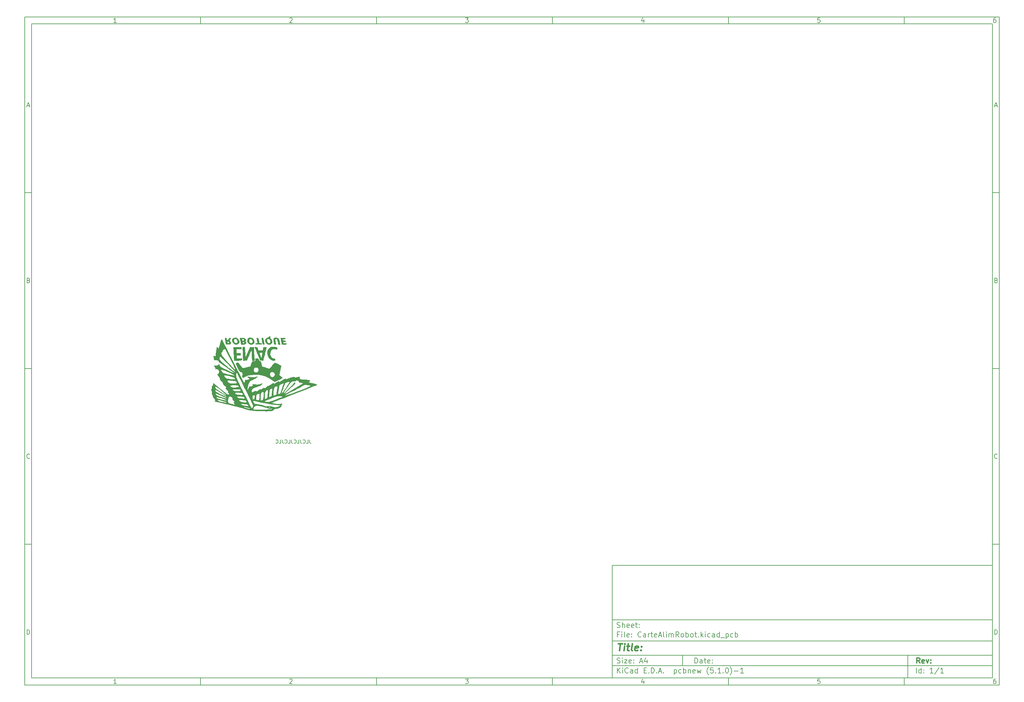
<source format=gbo>
G04 #@! TF.GenerationSoftware,KiCad,Pcbnew,(5.1.0)-1*
G04 #@! TF.CreationDate,2021-10-29T22:54:01+02:00*
G04 #@! TF.ProjectId,CarteAlimRobot,43617274-6541-46c6-996d-526f626f742e,rev?*
G04 #@! TF.SameCoordinates,Original*
G04 #@! TF.FileFunction,Legend,Bot*
G04 #@! TF.FilePolarity,Positive*
%FSLAX46Y46*%
G04 Gerber Fmt 4.6, Leading zero omitted, Abs format (unit mm)*
G04 Created by KiCad (PCBNEW (5.1.0)-1) date 2021-10-29 22:54:01*
%MOMM*%
%LPD*%
G04 APERTURE LIST*
%ADD10C,0.100000*%
%ADD11C,0.150000*%
%ADD12C,0.300000*%
%ADD13C,0.400000*%
%ADD14C,0.010000*%
%ADD15C,1.700000*%
%ADD16O,1.700000X1.950000*%
%ADD17C,1.200000*%
%ADD18C,3.200000*%
%ADD19R,2.500000X1.500000*%
%ADD20O,2.500000X1.500000*%
%ADD21R,3.000000X3.000000*%
%ADD22C,3.000000*%
%ADD23R,1.905000X2.000000*%
%ADD24O,1.905000X2.000000*%
G04 APERTURE END LIST*
D10*
D11*
X177002200Y-166007200D02*
X177002200Y-198007200D01*
X285002200Y-198007200D01*
X285002200Y-166007200D01*
X177002200Y-166007200D01*
D10*
D11*
X10000000Y-10000000D02*
X10000000Y-200007200D01*
X287002200Y-200007200D01*
X287002200Y-10000000D01*
X10000000Y-10000000D01*
D10*
D11*
X12000000Y-12000000D02*
X12000000Y-198007200D01*
X285002200Y-198007200D01*
X285002200Y-12000000D01*
X12000000Y-12000000D01*
D10*
D11*
X60000000Y-12000000D02*
X60000000Y-10000000D01*
D10*
D11*
X110000000Y-12000000D02*
X110000000Y-10000000D01*
D10*
D11*
X160000000Y-12000000D02*
X160000000Y-10000000D01*
D10*
D11*
X210000000Y-12000000D02*
X210000000Y-10000000D01*
D10*
D11*
X260000000Y-12000000D02*
X260000000Y-10000000D01*
D10*
D11*
X36065476Y-11588095D02*
X35322619Y-11588095D01*
X35694047Y-11588095D02*
X35694047Y-10288095D01*
X35570238Y-10473809D01*
X35446428Y-10597619D01*
X35322619Y-10659523D01*
D10*
D11*
X85322619Y-10411904D02*
X85384523Y-10350000D01*
X85508333Y-10288095D01*
X85817857Y-10288095D01*
X85941666Y-10350000D01*
X86003571Y-10411904D01*
X86065476Y-10535714D01*
X86065476Y-10659523D01*
X86003571Y-10845238D01*
X85260714Y-11588095D01*
X86065476Y-11588095D01*
D10*
D11*
X135260714Y-10288095D02*
X136065476Y-10288095D01*
X135632142Y-10783333D01*
X135817857Y-10783333D01*
X135941666Y-10845238D01*
X136003571Y-10907142D01*
X136065476Y-11030952D01*
X136065476Y-11340476D01*
X136003571Y-11464285D01*
X135941666Y-11526190D01*
X135817857Y-11588095D01*
X135446428Y-11588095D01*
X135322619Y-11526190D01*
X135260714Y-11464285D01*
D10*
D11*
X185941666Y-10721428D02*
X185941666Y-11588095D01*
X185632142Y-10226190D02*
X185322619Y-11154761D01*
X186127380Y-11154761D01*
D10*
D11*
X236003571Y-10288095D02*
X235384523Y-10288095D01*
X235322619Y-10907142D01*
X235384523Y-10845238D01*
X235508333Y-10783333D01*
X235817857Y-10783333D01*
X235941666Y-10845238D01*
X236003571Y-10907142D01*
X236065476Y-11030952D01*
X236065476Y-11340476D01*
X236003571Y-11464285D01*
X235941666Y-11526190D01*
X235817857Y-11588095D01*
X235508333Y-11588095D01*
X235384523Y-11526190D01*
X235322619Y-11464285D01*
D10*
D11*
X285941666Y-10288095D02*
X285694047Y-10288095D01*
X285570238Y-10350000D01*
X285508333Y-10411904D01*
X285384523Y-10597619D01*
X285322619Y-10845238D01*
X285322619Y-11340476D01*
X285384523Y-11464285D01*
X285446428Y-11526190D01*
X285570238Y-11588095D01*
X285817857Y-11588095D01*
X285941666Y-11526190D01*
X286003571Y-11464285D01*
X286065476Y-11340476D01*
X286065476Y-11030952D01*
X286003571Y-10907142D01*
X285941666Y-10845238D01*
X285817857Y-10783333D01*
X285570238Y-10783333D01*
X285446428Y-10845238D01*
X285384523Y-10907142D01*
X285322619Y-11030952D01*
D10*
D11*
X60000000Y-198007200D02*
X60000000Y-200007200D01*
D10*
D11*
X110000000Y-198007200D02*
X110000000Y-200007200D01*
D10*
D11*
X160000000Y-198007200D02*
X160000000Y-200007200D01*
D10*
D11*
X210000000Y-198007200D02*
X210000000Y-200007200D01*
D10*
D11*
X260000000Y-198007200D02*
X260000000Y-200007200D01*
D10*
D11*
X36065476Y-199595295D02*
X35322619Y-199595295D01*
X35694047Y-199595295D02*
X35694047Y-198295295D01*
X35570238Y-198481009D01*
X35446428Y-198604819D01*
X35322619Y-198666723D01*
D10*
D11*
X85322619Y-198419104D02*
X85384523Y-198357200D01*
X85508333Y-198295295D01*
X85817857Y-198295295D01*
X85941666Y-198357200D01*
X86003571Y-198419104D01*
X86065476Y-198542914D01*
X86065476Y-198666723D01*
X86003571Y-198852438D01*
X85260714Y-199595295D01*
X86065476Y-199595295D01*
D10*
D11*
X135260714Y-198295295D02*
X136065476Y-198295295D01*
X135632142Y-198790533D01*
X135817857Y-198790533D01*
X135941666Y-198852438D01*
X136003571Y-198914342D01*
X136065476Y-199038152D01*
X136065476Y-199347676D01*
X136003571Y-199471485D01*
X135941666Y-199533390D01*
X135817857Y-199595295D01*
X135446428Y-199595295D01*
X135322619Y-199533390D01*
X135260714Y-199471485D01*
D10*
D11*
X185941666Y-198728628D02*
X185941666Y-199595295D01*
X185632142Y-198233390D02*
X185322619Y-199161961D01*
X186127380Y-199161961D01*
D10*
D11*
X236003571Y-198295295D02*
X235384523Y-198295295D01*
X235322619Y-198914342D01*
X235384523Y-198852438D01*
X235508333Y-198790533D01*
X235817857Y-198790533D01*
X235941666Y-198852438D01*
X236003571Y-198914342D01*
X236065476Y-199038152D01*
X236065476Y-199347676D01*
X236003571Y-199471485D01*
X235941666Y-199533390D01*
X235817857Y-199595295D01*
X235508333Y-199595295D01*
X235384523Y-199533390D01*
X235322619Y-199471485D01*
D10*
D11*
X285941666Y-198295295D02*
X285694047Y-198295295D01*
X285570238Y-198357200D01*
X285508333Y-198419104D01*
X285384523Y-198604819D01*
X285322619Y-198852438D01*
X285322619Y-199347676D01*
X285384523Y-199471485D01*
X285446428Y-199533390D01*
X285570238Y-199595295D01*
X285817857Y-199595295D01*
X285941666Y-199533390D01*
X286003571Y-199471485D01*
X286065476Y-199347676D01*
X286065476Y-199038152D01*
X286003571Y-198914342D01*
X285941666Y-198852438D01*
X285817857Y-198790533D01*
X285570238Y-198790533D01*
X285446428Y-198852438D01*
X285384523Y-198914342D01*
X285322619Y-199038152D01*
D10*
D11*
X10000000Y-60000000D02*
X12000000Y-60000000D01*
D10*
D11*
X10000000Y-110000000D02*
X12000000Y-110000000D01*
D10*
D11*
X10000000Y-160000000D02*
X12000000Y-160000000D01*
D10*
D11*
X10690476Y-35216666D02*
X11309523Y-35216666D01*
X10566666Y-35588095D02*
X11000000Y-34288095D01*
X11433333Y-35588095D01*
D10*
D11*
X11092857Y-84907142D02*
X11278571Y-84969047D01*
X11340476Y-85030952D01*
X11402380Y-85154761D01*
X11402380Y-85340476D01*
X11340476Y-85464285D01*
X11278571Y-85526190D01*
X11154761Y-85588095D01*
X10659523Y-85588095D01*
X10659523Y-84288095D01*
X11092857Y-84288095D01*
X11216666Y-84350000D01*
X11278571Y-84411904D01*
X11340476Y-84535714D01*
X11340476Y-84659523D01*
X11278571Y-84783333D01*
X11216666Y-84845238D01*
X11092857Y-84907142D01*
X10659523Y-84907142D01*
D10*
D11*
X11402380Y-135464285D02*
X11340476Y-135526190D01*
X11154761Y-135588095D01*
X11030952Y-135588095D01*
X10845238Y-135526190D01*
X10721428Y-135402380D01*
X10659523Y-135278571D01*
X10597619Y-135030952D01*
X10597619Y-134845238D01*
X10659523Y-134597619D01*
X10721428Y-134473809D01*
X10845238Y-134350000D01*
X11030952Y-134288095D01*
X11154761Y-134288095D01*
X11340476Y-134350000D01*
X11402380Y-134411904D01*
D10*
D11*
X10659523Y-185588095D02*
X10659523Y-184288095D01*
X10969047Y-184288095D01*
X11154761Y-184350000D01*
X11278571Y-184473809D01*
X11340476Y-184597619D01*
X11402380Y-184845238D01*
X11402380Y-185030952D01*
X11340476Y-185278571D01*
X11278571Y-185402380D01*
X11154761Y-185526190D01*
X10969047Y-185588095D01*
X10659523Y-185588095D01*
D10*
D11*
X287002200Y-60000000D02*
X285002200Y-60000000D01*
D10*
D11*
X287002200Y-110000000D02*
X285002200Y-110000000D01*
D10*
D11*
X287002200Y-160000000D02*
X285002200Y-160000000D01*
D10*
D11*
X285692676Y-35216666D02*
X286311723Y-35216666D01*
X285568866Y-35588095D02*
X286002200Y-34288095D01*
X286435533Y-35588095D01*
D10*
D11*
X286095057Y-84907142D02*
X286280771Y-84969047D01*
X286342676Y-85030952D01*
X286404580Y-85154761D01*
X286404580Y-85340476D01*
X286342676Y-85464285D01*
X286280771Y-85526190D01*
X286156961Y-85588095D01*
X285661723Y-85588095D01*
X285661723Y-84288095D01*
X286095057Y-84288095D01*
X286218866Y-84350000D01*
X286280771Y-84411904D01*
X286342676Y-84535714D01*
X286342676Y-84659523D01*
X286280771Y-84783333D01*
X286218866Y-84845238D01*
X286095057Y-84907142D01*
X285661723Y-84907142D01*
D10*
D11*
X286404580Y-135464285D02*
X286342676Y-135526190D01*
X286156961Y-135588095D01*
X286033152Y-135588095D01*
X285847438Y-135526190D01*
X285723628Y-135402380D01*
X285661723Y-135278571D01*
X285599819Y-135030952D01*
X285599819Y-134845238D01*
X285661723Y-134597619D01*
X285723628Y-134473809D01*
X285847438Y-134350000D01*
X286033152Y-134288095D01*
X286156961Y-134288095D01*
X286342676Y-134350000D01*
X286404580Y-134411904D01*
D10*
D11*
X285661723Y-185588095D02*
X285661723Y-184288095D01*
X285971247Y-184288095D01*
X286156961Y-184350000D01*
X286280771Y-184473809D01*
X286342676Y-184597619D01*
X286404580Y-184845238D01*
X286404580Y-185030952D01*
X286342676Y-185278571D01*
X286280771Y-185402380D01*
X286156961Y-185526190D01*
X285971247Y-185588095D01*
X285661723Y-185588095D01*
D10*
D11*
X200434342Y-193785771D02*
X200434342Y-192285771D01*
X200791485Y-192285771D01*
X201005771Y-192357200D01*
X201148628Y-192500057D01*
X201220057Y-192642914D01*
X201291485Y-192928628D01*
X201291485Y-193142914D01*
X201220057Y-193428628D01*
X201148628Y-193571485D01*
X201005771Y-193714342D01*
X200791485Y-193785771D01*
X200434342Y-193785771D01*
X202577200Y-193785771D02*
X202577200Y-193000057D01*
X202505771Y-192857200D01*
X202362914Y-192785771D01*
X202077200Y-192785771D01*
X201934342Y-192857200D01*
X202577200Y-193714342D02*
X202434342Y-193785771D01*
X202077200Y-193785771D01*
X201934342Y-193714342D01*
X201862914Y-193571485D01*
X201862914Y-193428628D01*
X201934342Y-193285771D01*
X202077200Y-193214342D01*
X202434342Y-193214342D01*
X202577200Y-193142914D01*
X203077200Y-192785771D02*
X203648628Y-192785771D01*
X203291485Y-192285771D02*
X203291485Y-193571485D01*
X203362914Y-193714342D01*
X203505771Y-193785771D01*
X203648628Y-193785771D01*
X204720057Y-193714342D02*
X204577200Y-193785771D01*
X204291485Y-193785771D01*
X204148628Y-193714342D01*
X204077200Y-193571485D01*
X204077200Y-193000057D01*
X204148628Y-192857200D01*
X204291485Y-192785771D01*
X204577200Y-192785771D01*
X204720057Y-192857200D01*
X204791485Y-193000057D01*
X204791485Y-193142914D01*
X204077200Y-193285771D01*
X205434342Y-193642914D02*
X205505771Y-193714342D01*
X205434342Y-193785771D01*
X205362914Y-193714342D01*
X205434342Y-193642914D01*
X205434342Y-193785771D01*
X205434342Y-192857200D02*
X205505771Y-192928628D01*
X205434342Y-193000057D01*
X205362914Y-192928628D01*
X205434342Y-192857200D01*
X205434342Y-193000057D01*
D10*
D11*
X177002200Y-194507200D02*
X285002200Y-194507200D01*
D10*
D11*
X178434342Y-196585771D02*
X178434342Y-195085771D01*
X179291485Y-196585771D02*
X178648628Y-195728628D01*
X179291485Y-195085771D02*
X178434342Y-195942914D01*
X179934342Y-196585771D02*
X179934342Y-195585771D01*
X179934342Y-195085771D02*
X179862914Y-195157200D01*
X179934342Y-195228628D01*
X180005771Y-195157200D01*
X179934342Y-195085771D01*
X179934342Y-195228628D01*
X181505771Y-196442914D02*
X181434342Y-196514342D01*
X181220057Y-196585771D01*
X181077200Y-196585771D01*
X180862914Y-196514342D01*
X180720057Y-196371485D01*
X180648628Y-196228628D01*
X180577200Y-195942914D01*
X180577200Y-195728628D01*
X180648628Y-195442914D01*
X180720057Y-195300057D01*
X180862914Y-195157200D01*
X181077200Y-195085771D01*
X181220057Y-195085771D01*
X181434342Y-195157200D01*
X181505771Y-195228628D01*
X182791485Y-196585771D02*
X182791485Y-195800057D01*
X182720057Y-195657200D01*
X182577200Y-195585771D01*
X182291485Y-195585771D01*
X182148628Y-195657200D01*
X182791485Y-196514342D02*
X182648628Y-196585771D01*
X182291485Y-196585771D01*
X182148628Y-196514342D01*
X182077200Y-196371485D01*
X182077200Y-196228628D01*
X182148628Y-196085771D01*
X182291485Y-196014342D01*
X182648628Y-196014342D01*
X182791485Y-195942914D01*
X184148628Y-196585771D02*
X184148628Y-195085771D01*
X184148628Y-196514342D02*
X184005771Y-196585771D01*
X183720057Y-196585771D01*
X183577200Y-196514342D01*
X183505771Y-196442914D01*
X183434342Y-196300057D01*
X183434342Y-195871485D01*
X183505771Y-195728628D01*
X183577200Y-195657200D01*
X183720057Y-195585771D01*
X184005771Y-195585771D01*
X184148628Y-195657200D01*
X186005771Y-195800057D02*
X186505771Y-195800057D01*
X186720057Y-196585771D02*
X186005771Y-196585771D01*
X186005771Y-195085771D01*
X186720057Y-195085771D01*
X187362914Y-196442914D02*
X187434342Y-196514342D01*
X187362914Y-196585771D01*
X187291485Y-196514342D01*
X187362914Y-196442914D01*
X187362914Y-196585771D01*
X188077200Y-196585771D02*
X188077200Y-195085771D01*
X188434342Y-195085771D01*
X188648628Y-195157200D01*
X188791485Y-195300057D01*
X188862914Y-195442914D01*
X188934342Y-195728628D01*
X188934342Y-195942914D01*
X188862914Y-196228628D01*
X188791485Y-196371485D01*
X188648628Y-196514342D01*
X188434342Y-196585771D01*
X188077200Y-196585771D01*
X189577200Y-196442914D02*
X189648628Y-196514342D01*
X189577200Y-196585771D01*
X189505771Y-196514342D01*
X189577200Y-196442914D01*
X189577200Y-196585771D01*
X190220057Y-196157200D02*
X190934342Y-196157200D01*
X190077200Y-196585771D02*
X190577200Y-195085771D01*
X191077200Y-196585771D01*
X191577200Y-196442914D02*
X191648628Y-196514342D01*
X191577200Y-196585771D01*
X191505771Y-196514342D01*
X191577200Y-196442914D01*
X191577200Y-196585771D01*
X194577200Y-195585771D02*
X194577200Y-197085771D01*
X194577200Y-195657200D02*
X194720057Y-195585771D01*
X195005771Y-195585771D01*
X195148628Y-195657200D01*
X195220057Y-195728628D01*
X195291485Y-195871485D01*
X195291485Y-196300057D01*
X195220057Y-196442914D01*
X195148628Y-196514342D01*
X195005771Y-196585771D01*
X194720057Y-196585771D01*
X194577200Y-196514342D01*
X196577200Y-196514342D02*
X196434342Y-196585771D01*
X196148628Y-196585771D01*
X196005771Y-196514342D01*
X195934342Y-196442914D01*
X195862914Y-196300057D01*
X195862914Y-195871485D01*
X195934342Y-195728628D01*
X196005771Y-195657200D01*
X196148628Y-195585771D01*
X196434342Y-195585771D01*
X196577200Y-195657200D01*
X197220057Y-196585771D02*
X197220057Y-195085771D01*
X197220057Y-195657200D02*
X197362914Y-195585771D01*
X197648628Y-195585771D01*
X197791485Y-195657200D01*
X197862914Y-195728628D01*
X197934342Y-195871485D01*
X197934342Y-196300057D01*
X197862914Y-196442914D01*
X197791485Y-196514342D01*
X197648628Y-196585771D01*
X197362914Y-196585771D01*
X197220057Y-196514342D01*
X198577200Y-195585771D02*
X198577200Y-196585771D01*
X198577200Y-195728628D02*
X198648628Y-195657200D01*
X198791485Y-195585771D01*
X199005771Y-195585771D01*
X199148628Y-195657200D01*
X199220057Y-195800057D01*
X199220057Y-196585771D01*
X200505771Y-196514342D02*
X200362914Y-196585771D01*
X200077200Y-196585771D01*
X199934342Y-196514342D01*
X199862914Y-196371485D01*
X199862914Y-195800057D01*
X199934342Y-195657200D01*
X200077200Y-195585771D01*
X200362914Y-195585771D01*
X200505771Y-195657200D01*
X200577200Y-195800057D01*
X200577200Y-195942914D01*
X199862914Y-196085771D01*
X201077200Y-195585771D02*
X201362914Y-196585771D01*
X201648628Y-195871485D01*
X201934342Y-196585771D01*
X202220057Y-195585771D01*
X204362914Y-197157200D02*
X204291485Y-197085771D01*
X204148628Y-196871485D01*
X204077200Y-196728628D01*
X204005771Y-196514342D01*
X203934342Y-196157200D01*
X203934342Y-195871485D01*
X204005771Y-195514342D01*
X204077200Y-195300057D01*
X204148628Y-195157200D01*
X204291485Y-194942914D01*
X204362914Y-194871485D01*
X205648628Y-195085771D02*
X204934342Y-195085771D01*
X204862914Y-195800057D01*
X204934342Y-195728628D01*
X205077200Y-195657200D01*
X205434342Y-195657200D01*
X205577200Y-195728628D01*
X205648628Y-195800057D01*
X205720057Y-195942914D01*
X205720057Y-196300057D01*
X205648628Y-196442914D01*
X205577200Y-196514342D01*
X205434342Y-196585771D01*
X205077200Y-196585771D01*
X204934342Y-196514342D01*
X204862914Y-196442914D01*
X206362914Y-196442914D02*
X206434342Y-196514342D01*
X206362914Y-196585771D01*
X206291485Y-196514342D01*
X206362914Y-196442914D01*
X206362914Y-196585771D01*
X207862914Y-196585771D02*
X207005771Y-196585771D01*
X207434342Y-196585771D02*
X207434342Y-195085771D01*
X207291485Y-195300057D01*
X207148628Y-195442914D01*
X207005771Y-195514342D01*
X208505771Y-196442914D02*
X208577200Y-196514342D01*
X208505771Y-196585771D01*
X208434342Y-196514342D01*
X208505771Y-196442914D01*
X208505771Y-196585771D01*
X209505771Y-195085771D02*
X209648628Y-195085771D01*
X209791485Y-195157200D01*
X209862914Y-195228628D01*
X209934342Y-195371485D01*
X210005771Y-195657200D01*
X210005771Y-196014342D01*
X209934342Y-196300057D01*
X209862914Y-196442914D01*
X209791485Y-196514342D01*
X209648628Y-196585771D01*
X209505771Y-196585771D01*
X209362914Y-196514342D01*
X209291485Y-196442914D01*
X209220057Y-196300057D01*
X209148628Y-196014342D01*
X209148628Y-195657200D01*
X209220057Y-195371485D01*
X209291485Y-195228628D01*
X209362914Y-195157200D01*
X209505771Y-195085771D01*
X210505771Y-197157200D02*
X210577200Y-197085771D01*
X210720057Y-196871485D01*
X210791485Y-196728628D01*
X210862914Y-196514342D01*
X210934342Y-196157200D01*
X210934342Y-195871485D01*
X210862914Y-195514342D01*
X210791485Y-195300057D01*
X210720057Y-195157200D01*
X210577200Y-194942914D01*
X210505771Y-194871485D01*
X211648628Y-196014342D02*
X212791485Y-196014342D01*
X214291485Y-196585771D02*
X213434342Y-196585771D01*
X213862914Y-196585771D02*
X213862914Y-195085771D01*
X213720057Y-195300057D01*
X213577200Y-195442914D01*
X213434342Y-195514342D01*
D10*
D11*
X177002200Y-191507200D02*
X285002200Y-191507200D01*
D10*
D12*
X264411485Y-193785771D02*
X263911485Y-193071485D01*
X263554342Y-193785771D02*
X263554342Y-192285771D01*
X264125771Y-192285771D01*
X264268628Y-192357200D01*
X264340057Y-192428628D01*
X264411485Y-192571485D01*
X264411485Y-192785771D01*
X264340057Y-192928628D01*
X264268628Y-193000057D01*
X264125771Y-193071485D01*
X263554342Y-193071485D01*
X265625771Y-193714342D02*
X265482914Y-193785771D01*
X265197200Y-193785771D01*
X265054342Y-193714342D01*
X264982914Y-193571485D01*
X264982914Y-193000057D01*
X265054342Y-192857200D01*
X265197200Y-192785771D01*
X265482914Y-192785771D01*
X265625771Y-192857200D01*
X265697200Y-193000057D01*
X265697200Y-193142914D01*
X264982914Y-193285771D01*
X266197200Y-192785771D02*
X266554342Y-193785771D01*
X266911485Y-192785771D01*
X267482914Y-193642914D02*
X267554342Y-193714342D01*
X267482914Y-193785771D01*
X267411485Y-193714342D01*
X267482914Y-193642914D01*
X267482914Y-193785771D01*
X267482914Y-192857200D02*
X267554342Y-192928628D01*
X267482914Y-193000057D01*
X267411485Y-192928628D01*
X267482914Y-192857200D01*
X267482914Y-193000057D01*
D10*
D11*
X178362914Y-193714342D02*
X178577200Y-193785771D01*
X178934342Y-193785771D01*
X179077200Y-193714342D01*
X179148628Y-193642914D01*
X179220057Y-193500057D01*
X179220057Y-193357200D01*
X179148628Y-193214342D01*
X179077200Y-193142914D01*
X178934342Y-193071485D01*
X178648628Y-193000057D01*
X178505771Y-192928628D01*
X178434342Y-192857200D01*
X178362914Y-192714342D01*
X178362914Y-192571485D01*
X178434342Y-192428628D01*
X178505771Y-192357200D01*
X178648628Y-192285771D01*
X179005771Y-192285771D01*
X179220057Y-192357200D01*
X179862914Y-193785771D02*
X179862914Y-192785771D01*
X179862914Y-192285771D02*
X179791485Y-192357200D01*
X179862914Y-192428628D01*
X179934342Y-192357200D01*
X179862914Y-192285771D01*
X179862914Y-192428628D01*
X180434342Y-192785771D02*
X181220057Y-192785771D01*
X180434342Y-193785771D01*
X181220057Y-193785771D01*
X182362914Y-193714342D02*
X182220057Y-193785771D01*
X181934342Y-193785771D01*
X181791485Y-193714342D01*
X181720057Y-193571485D01*
X181720057Y-193000057D01*
X181791485Y-192857200D01*
X181934342Y-192785771D01*
X182220057Y-192785771D01*
X182362914Y-192857200D01*
X182434342Y-193000057D01*
X182434342Y-193142914D01*
X181720057Y-193285771D01*
X183077200Y-193642914D02*
X183148628Y-193714342D01*
X183077200Y-193785771D01*
X183005771Y-193714342D01*
X183077200Y-193642914D01*
X183077200Y-193785771D01*
X183077200Y-192857200D02*
X183148628Y-192928628D01*
X183077200Y-193000057D01*
X183005771Y-192928628D01*
X183077200Y-192857200D01*
X183077200Y-193000057D01*
X184862914Y-193357200D02*
X185577200Y-193357200D01*
X184720057Y-193785771D02*
X185220057Y-192285771D01*
X185720057Y-193785771D01*
X186862914Y-192785771D02*
X186862914Y-193785771D01*
X186505771Y-192214342D02*
X186148628Y-193285771D01*
X187077200Y-193285771D01*
D10*
D11*
X263434342Y-196585771D02*
X263434342Y-195085771D01*
X264791485Y-196585771D02*
X264791485Y-195085771D01*
X264791485Y-196514342D02*
X264648628Y-196585771D01*
X264362914Y-196585771D01*
X264220057Y-196514342D01*
X264148628Y-196442914D01*
X264077200Y-196300057D01*
X264077200Y-195871485D01*
X264148628Y-195728628D01*
X264220057Y-195657200D01*
X264362914Y-195585771D01*
X264648628Y-195585771D01*
X264791485Y-195657200D01*
X265505771Y-196442914D02*
X265577200Y-196514342D01*
X265505771Y-196585771D01*
X265434342Y-196514342D01*
X265505771Y-196442914D01*
X265505771Y-196585771D01*
X265505771Y-195657200D02*
X265577200Y-195728628D01*
X265505771Y-195800057D01*
X265434342Y-195728628D01*
X265505771Y-195657200D01*
X265505771Y-195800057D01*
X268148628Y-196585771D02*
X267291485Y-196585771D01*
X267720057Y-196585771D02*
X267720057Y-195085771D01*
X267577200Y-195300057D01*
X267434342Y-195442914D01*
X267291485Y-195514342D01*
X269862914Y-195014342D02*
X268577200Y-196942914D01*
X271148628Y-196585771D02*
X270291485Y-196585771D01*
X270720057Y-196585771D02*
X270720057Y-195085771D01*
X270577200Y-195300057D01*
X270434342Y-195442914D01*
X270291485Y-195514342D01*
D10*
D11*
X177002200Y-187507200D02*
X285002200Y-187507200D01*
D10*
D13*
X178714580Y-188211961D02*
X179857438Y-188211961D01*
X179036009Y-190211961D02*
X179286009Y-188211961D01*
X180274104Y-190211961D02*
X180440771Y-188878628D01*
X180524104Y-188211961D02*
X180416961Y-188307200D01*
X180500295Y-188402438D01*
X180607438Y-188307200D01*
X180524104Y-188211961D01*
X180500295Y-188402438D01*
X181107438Y-188878628D02*
X181869342Y-188878628D01*
X181476485Y-188211961D02*
X181262200Y-189926247D01*
X181333628Y-190116723D01*
X181512200Y-190211961D01*
X181702676Y-190211961D01*
X182655057Y-190211961D02*
X182476485Y-190116723D01*
X182405057Y-189926247D01*
X182619342Y-188211961D01*
X184190771Y-190116723D02*
X183988390Y-190211961D01*
X183607438Y-190211961D01*
X183428866Y-190116723D01*
X183357438Y-189926247D01*
X183452676Y-189164342D01*
X183571723Y-188973866D01*
X183774104Y-188878628D01*
X184155057Y-188878628D01*
X184333628Y-188973866D01*
X184405057Y-189164342D01*
X184381247Y-189354819D01*
X183405057Y-189545295D01*
X185155057Y-190021485D02*
X185238390Y-190116723D01*
X185131247Y-190211961D01*
X185047914Y-190116723D01*
X185155057Y-190021485D01*
X185131247Y-190211961D01*
X185286009Y-188973866D02*
X185369342Y-189069104D01*
X185262200Y-189164342D01*
X185178866Y-189069104D01*
X185286009Y-188973866D01*
X185262200Y-189164342D01*
D10*
D11*
X178934342Y-185600057D02*
X178434342Y-185600057D01*
X178434342Y-186385771D02*
X178434342Y-184885771D01*
X179148628Y-184885771D01*
X179720057Y-186385771D02*
X179720057Y-185385771D01*
X179720057Y-184885771D02*
X179648628Y-184957200D01*
X179720057Y-185028628D01*
X179791485Y-184957200D01*
X179720057Y-184885771D01*
X179720057Y-185028628D01*
X180648628Y-186385771D02*
X180505771Y-186314342D01*
X180434342Y-186171485D01*
X180434342Y-184885771D01*
X181791485Y-186314342D02*
X181648628Y-186385771D01*
X181362914Y-186385771D01*
X181220057Y-186314342D01*
X181148628Y-186171485D01*
X181148628Y-185600057D01*
X181220057Y-185457200D01*
X181362914Y-185385771D01*
X181648628Y-185385771D01*
X181791485Y-185457200D01*
X181862914Y-185600057D01*
X181862914Y-185742914D01*
X181148628Y-185885771D01*
X182505771Y-186242914D02*
X182577200Y-186314342D01*
X182505771Y-186385771D01*
X182434342Y-186314342D01*
X182505771Y-186242914D01*
X182505771Y-186385771D01*
X182505771Y-185457200D02*
X182577200Y-185528628D01*
X182505771Y-185600057D01*
X182434342Y-185528628D01*
X182505771Y-185457200D01*
X182505771Y-185600057D01*
X185220057Y-186242914D02*
X185148628Y-186314342D01*
X184934342Y-186385771D01*
X184791485Y-186385771D01*
X184577200Y-186314342D01*
X184434342Y-186171485D01*
X184362914Y-186028628D01*
X184291485Y-185742914D01*
X184291485Y-185528628D01*
X184362914Y-185242914D01*
X184434342Y-185100057D01*
X184577200Y-184957200D01*
X184791485Y-184885771D01*
X184934342Y-184885771D01*
X185148628Y-184957200D01*
X185220057Y-185028628D01*
X186505771Y-186385771D02*
X186505771Y-185600057D01*
X186434342Y-185457200D01*
X186291485Y-185385771D01*
X186005771Y-185385771D01*
X185862914Y-185457200D01*
X186505771Y-186314342D02*
X186362914Y-186385771D01*
X186005771Y-186385771D01*
X185862914Y-186314342D01*
X185791485Y-186171485D01*
X185791485Y-186028628D01*
X185862914Y-185885771D01*
X186005771Y-185814342D01*
X186362914Y-185814342D01*
X186505771Y-185742914D01*
X187220057Y-186385771D02*
X187220057Y-185385771D01*
X187220057Y-185671485D02*
X187291485Y-185528628D01*
X187362914Y-185457200D01*
X187505771Y-185385771D01*
X187648628Y-185385771D01*
X187934342Y-185385771D02*
X188505771Y-185385771D01*
X188148628Y-184885771D02*
X188148628Y-186171485D01*
X188220057Y-186314342D01*
X188362914Y-186385771D01*
X188505771Y-186385771D01*
X189577200Y-186314342D02*
X189434342Y-186385771D01*
X189148628Y-186385771D01*
X189005771Y-186314342D01*
X188934342Y-186171485D01*
X188934342Y-185600057D01*
X189005771Y-185457200D01*
X189148628Y-185385771D01*
X189434342Y-185385771D01*
X189577200Y-185457200D01*
X189648628Y-185600057D01*
X189648628Y-185742914D01*
X188934342Y-185885771D01*
X190220057Y-185957200D02*
X190934342Y-185957200D01*
X190077200Y-186385771D02*
X190577200Y-184885771D01*
X191077200Y-186385771D01*
X191791485Y-186385771D02*
X191648628Y-186314342D01*
X191577200Y-186171485D01*
X191577200Y-184885771D01*
X192362914Y-186385771D02*
X192362914Y-185385771D01*
X192362914Y-184885771D02*
X192291485Y-184957200D01*
X192362914Y-185028628D01*
X192434342Y-184957200D01*
X192362914Y-184885771D01*
X192362914Y-185028628D01*
X193077200Y-186385771D02*
X193077200Y-185385771D01*
X193077200Y-185528628D02*
X193148628Y-185457200D01*
X193291485Y-185385771D01*
X193505771Y-185385771D01*
X193648628Y-185457200D01*
X193720057Y-185600057D01*
X193720057Y-186385771D01*
X193720057Y-185600057D02*
X193791485Y-185457200D01*
X193934342Y-185385771D01*
X194148628Y-185385771D01*
X194291485Y-185457200D01*
X194362914Y-185600057D01*
X194362914Y-186385771D01*
X195934342Y-186385771D02*
X195434342Y-185671485D01*
X195077200Y-186385771D02*
X195077200Y-184885771D01*
X195648628Y-184885771D01*
X195791485Y-184957200D01*
X195862914Y-185028628D01*
X195934342Y-185171485D01*
X195934342Y-185385771D01*
X195862914Y-185528628D01*
X195791485Y-185600057D01*
X195648628Y-185671485D01*
X195077200Y-185671485D01*
X196791485Y-186385771D02*
X196648628Y-186314342D01*
X196577200Y-186242914D01*
X196505771Y-186100057D01*
X196505771Y-185671485D01*
X196577200Y-185528628D01*
X196648628Y-185457200D01*
X196791485Y-185385771D01*
X197005771Y-185385771D01*
X197148628Y-185457200D01*
X197220057Y-185528628D01*
X197291485Y-185671485D01*
X197291485Y-186100057D01*
X197220057Y-186242914D01*
X197148628Y-186314342D01*
X197005771Y-186385771D01*
X196791485Y-186385771D01*
X197934342Y-186385771D02*
X197934342Y-184885771D01*
X197934342Y-185457200D02*
X198077200Y-185385771D01*
X198362914Y-185385771D01*
X198505771Y-185457200D01*
X198577200Y-185528628D01*
X198648628Y-185671485D01*
X198648628Y-186100057D01*
X198577200Y-186242914D01*
X198505771Y-186314342D01*
X198362914Y-186385771D01*
X198077200Y-186385771D01*
X197934342Y-186314342D01*
X199505771Y-186385771D02*
X199362914Y-186314342D01*
X199291485Y-186242914D01*
X199220057Y-186100057D01*
X199220057Y-185671485D01*
X199291485Y-185528628D01*
X199362914Y-185457200D01*
X199505771Y-185385771D01*
X199720057Y-185385771D01*
X199862914Y-185457200D01*
X199934342Y-185528628D01*
X200005771Y-185671485D01*
X200005771Y-186100057D01*
X199934342Y-186242914D01*
X199862914Y-186314342D01*
X199720057Y-186385771D01*
X199505771Y-186385771D01*
X200434342Y-185385771D02*
X201005771Y-185385771D01*
X200648628Y-184885771D02*
X200648628Y-186171485D01*
X200720057Y-186314342D01*
X200862914Y-186385771D01*
X201005771Y-186385771D01*
X201505771Y-186242914D02*
X201577200Y-186314342D01*
X201505771Y-186385771D01*
X201434342Y-186314342D01*
X201505771Y-186242914D01*
X201505771Y-186385771D01*
X202220057Y-186385771D02*
X202220057Y-184885771D01*
X202362914Y-185814342D02*
X202791485Y-186385771D01*
X202791485Y-185385771D02*
X202220057Y-185957200D01*
X203434342Y-186385771D02*
X203434342Y-185385771D01*
X203434342Y-184885771D02*
X203362914Y-184957200D01*
X203434342Y-185028628D01*
X203505771Y-184957200D01*
X203434342Y-184885771D01*
X203434342Y-185028628D01*
X204791485Y-186314342D02*
X204648628Y-186385771D01*
X204362914Y-186385771D01*
X204220057Y-186314342D01*
X204148628Y-186242914D01*
X204077200Y-186100057D01*
X204077200Y-185671485D01*
X204148628Y-185528628D01*
X204220057Y-185457200D01*
X204362914Y-185385771D01*
X204648628Y-185385771D01*
X204791485Y-185457200D01*
X206077200Y-186385771D02*
X206077200Y-185600057D01*
X206005771Y-185457200D01*
X205862914Y-185385771D01*
X205577200Y-185385771D01*
X205434342Y-185457200D01*
X206077200Y-186314342D02*
X205934342Y-186385771D01*
X205577200Y-186385771D01*
X205434342Y-186314342D01*
X205362914Y-186171485D01*
X205362914Y-186028628D01*
X205434342Y-185885771D01*
X205577200Y-185814342D01*
X205934342Y-185814342D01*
X206077200Y-185742914D01*
X207434342Y-186385771D02*
X207434342Y-184885771D01*
X207434342Y-186314342D02*
X207291485Y-186385771D01*
X207005771Y-186385771D01*
X206862914Y-186314342D01*
X206791485Y-186242914D01*
X206720057Y-186100057D01*
X206720057Y-185671485D01*
X206791485Y-185528628D01*
X206862914Y-185457200D01*
X207005771Y-185385771D01*
X207291485Y-185385771D01*
X207434342Y-185457200D01*
X207791485Y-186528628D02*
X208934342Y-186528628D01*
X209291485Y-185385771D02*
X209291485Y-186885771D01*
X209291485Y-185457200D02*
X209434342Y-185385771D01*
X209720057Y-185385771D01*
X209862914Y-185457200D01*
X209934342Y-185528628D01*
X210005771Y-185671485D01*
X210005771Y-186100057D01*
X209934342Y-186242914D01*
X209862914Y-186314342D01*
X209720057Y-186385771D01*
X209434342Y-186385771D01*
X209291485Y-186314342D01*
X211291485Y-186314342D02*
X211148628Y-186385771D01*
X210862914Y-186385771D01*
X210720057Y-186314342D01*
X210648628Y-186242914D01*
X210577200Y-186100057D01*
X210577200Y-185671485D01*
X210648628Y-185528628D01*
X210720057Y-185457200D01*
X210862914Y-185385771D01*
X211148628Y-185385771D01*
X211291485Y-185457200D01*
X211934342Y-186385771D02*
X211934342Y-184885771D01*
X211934342Y-185457200D02*
X212077200Y-185385771D01*
X212362914Y-185385771D01*
X212505771Y-185457200D01*
X212577200Y-185528628D01*
X212648628Y-185671485D01*
X212648628Y-186100057D01*
X212577200Y-186242914D01*
X212505771Y-186314342D01*
X212362914Y-186385771D01*
X212077200Y-186385771D01*
X211934342Y-186314342D01*
D10*
D11*
X177002200Y-181507200D02*
X285002200Y-181507200D01*
D10*
D11*
X178362914Y-183614342D02*
X178577200Y-183685771D01*
X178934342Y-183685771D01*
X179077200Y-183614342D01*
X179148628Y-183542914D01*
X179220057Y-183400057D01*
X179220057Y-183257200D01*
X179148628Y-183114342D01*
X179077200Y-183042914D01*
X178934342Y-182971485D01*
X178648628Y-182900057D01*
X178505771Y-182828628D01*
X178434342Y-182757200D01*
X178362914Y-182614342D01*
X178362914Y-182471485D01*
X178434342Y-182328628D01*
X178505771Y-182257200D01*
X178648628Y-182185771D01*
X179005771Y-182185771D01*
X179220057Y-182257200D01*
X179862914Y-183685771D02*
X179862914Y-182185771D01*
X180505771Y-183685771D02*
X180505771Y-182900057D01*
X180434342Y-182757200D01*
X180291485Y-182685771D01*
X180077200Y-182685771D01*
X179934342Y-182757200D01*
X179862914Y-182828628D01*
X181791485Y-183614342D02*
X181648628Y-183685771D01*
X181362914Y-183685771D01*
X181220057Y-183614342D01*
X181148628Y-183471485D01*
X181148628Y-182900057D01*
X181220057Y-182757200D01*
X181362914Y-182685771D01*
X181648628Y-182685771D01*
X181791485Y-182757200D01*
X181862914Y-182900057D01*
X181862914Y-183042914D01*
X181148628Y-183185771D01*
X183077200Y-183614342D02*
X182934342Y-183685771D01*
X182648628Y-183685771D01*
X182505771Y-183614342D01*
X182434342Y-183471485D01*
X182434342Y-182900057D01*
X182505771Y-182757200D01*
X182648628Y-182685771D01*
X182934342Y-182685771D01*
X183077200Y-182757200D01*
X183148628Y-182900057D01*
X183148628Y-183042914D01*
X182434342Y-183185771D01*
X183577200Y-182685771D02*
X184148628Y-182685771D01*
X183791485Y-182185771D02*
X183791485Y-183471485D01*
X183862914Y-183614342D01*
X184005771Y-183685771D01*
X184148628Y-183685771D01*
X184648628Y-183542914D02*
X184720057Y-183614342D01*
X184648628Y-183685771D01*
X184577200Y-183614342D01*
X184648628Y-183542914D01*
X184648628Y-183685771D01*
X184648628Y-182757200D02*
X184720057Y-182828628D01*
X184648628Y-182900057D01*
X184577200Y-182828628D01*
X184648628Y-182757200D01*
X184648628Y-182900057D01*
D10*
D11*
X197002200Y-191507200D02*
X197002200Y-194507200D01*
D10*
D11*
X261002200Y-191507200D02*
X261002200Y-198007200D01*
X90979047Y-130262380D02*
X90979047Y-130976666D01*
X91026666Y-131119523D01*
X91121904Y-131214761D01*
X91264761Y-131262380D01*
X91360000Y-131262380D01*
X90026666Y-131262380D02*
X90502857Y-131262380D01*
X90502857Y-130262380D01*
X89121904Y-131167142D02*
X89169523Y-131214761D01*
X89312380Y-131262380D01*
X89407619Y-131262380D01*
X89550476Y-131214761D01*
X89645714Y-131119523D01*
X89693333Y-131024285D01*
X89740952Y-130833809D01*
X89740952Y-130690952D01*
X89693333Y-130500476D01*
X89645714Y-130405238D01*
X89550476Y-130310000D01*
X89407619Y-130262380D01*
X89312380Y-130262380D01*
X89169523Y-130310000D01*
X89121904Y-130357619D01*
X88407619Y-130262380D02*
X88407619Y-130976666D01*
X88455238Y-131119523D01*
X88550476Y-131214761D01*
X88693333Y-131262380D01*
X88788571Y-131262380D01*
X87455238Y-131262380D02*
X87931428Y-131262380D01*
X87931428Y-130262380D01*
X86550476Y-131167142D02*
X86598095Y-131214761D01*
X86740952Y-131262380D01*
X86836190Y-131262380D01*
X86979047Y-131214761D01*
X87074285Y-131119523D01*
X87121904Y-131024285D01*
X87169523Y-130833809D01*
X87169523Y-130690952D01*
X87121904Y-130500476D01*
X87074285Y-130405238D01*
X86979047Y-130310000D01*
X86836190Y-130262380D01*
X86740952Y-130262380D01*
X86598095Y-130310000D01*
X86550476Y-130357619D01*
X85836190Y-130262380D02*
X85836190Y-130976666D01*
X85883809Y-131119523D01*
X85979047Y-131214761D01*
X86121904Y-131262380D01*
X86217142Y-131262380D01*
X84883809Y-131262380D02*
X85360000Y-131262380D01*
X85360000Y-130262380D01*
X83979047Y-131167142D02*
X84026666Y-131214761D01*
X84169523Y-131262380D01*
X84264761Y-131262380D01*
X84407619Y-131214761D01*
X84502857Y-131119523D01*
X84550476Y-131024285D01*
X84598095Y-130833809D01*
X84598095Y-130690952D01*
X84550476Y-130500476D01*
X84502857Y-130405238D01*
X84407619Y-130310000D01*
X84264761Y-130262380D01*
X84169523Y-130262380D01*
X84026666Y-130310000D01*
X83979047Y-130357619D01*
X83264761Y-130262380D02*
X83264761Y-130976666D01*
X83312380Y-131119523D01*
X83407619Y-131214761D01*
X83550476Y-131262380D01*
X83645714Y-131262380D01*
X82312380Y-131262380D02*
X82788571Y-131262380D01*
X82788571Y-130262380D01*
X81407619Y-131167142D02*
X81455238Y-131214761D01*
X81598095Y-131262380D01*
X81693333Y-131262380D01*
X81836190Y-131214761D01*
X81931428Y-131119523D01*
X81979047Y-131024285D01*
X82026666Y-130833809D01*
X82026666Y-130690952D01*
X81979047Y-130500476D01*
X81931428Y-130405238D01*
X81836190Y-130310000D01*
X81693333Y-130262380D01*
X81598095Y-130262380D01*
X81455238Y-130310000D01*
X81407619Y-130357619D01*
D14*
G36*
X79856243Y-103052187D02*
G01*
X80121186Y-102874634D01*
X80279173Y-102612734D01*
X80323134Y-102295131D01*
X80245996Y-101950468D01*
X80040688Y-101607387D01*
X79900997Y-101457741D01*
X79732881Y-101287984D01*
X79674792Y-101175996D01*
X79708406Y-101069097D01*
X79746016Y-101012251D01*
X79823551Y-100880860D01*
X79774404Y-100836386D01*
X79658780Y-100832000D01*
X79456191Y-100892370D01*
X79360653Y-100990149D01*
X79222341Y-101116763D01*
X79006519Y-101202177D01*
X79001911Y-101203118D01*
X78662680Y-101343678D01*
X78436629Y-101587725D01*
X78334070Y-101904237D01*
X78334306Y-101906949D01*
X78803456Y-101906949D01*
X78881619Y-101720383D01*
X79078459Y-101547378D01*
X79317806Y-101522728D01*
X79557759Y-101647992D01*
X79604315Y-101693501D01*
X79764710Y-101955214D01*
X79837360Y-102263168D01*
X79807807Y-102543831D01*
X79782771Y-102601085D01*
X79622386Y-102743710D01*
X79390933Y-102787755D01*
X79154298Y-102734228D01*
X78981352Y-102588833D01*
X78815964Y-102229121D01*
X78803456Y-101906949D01*
X78334306Y-101906949D01*
X78365319Y-102262194D01*
X78531708Y-102617413D01*
X78804693Y-102918331D01*
X79139514Y-103077592D01*
X79491415Y-103116752D01*
X79856243Y-103052187D01*
X79856243Y-103052187D01*
G37*
X79856243Y-103052187D02*
X80121186Y-102874634D01*
X80279173Y-102612734D01*
X80323134Y-102295131D01*
X80245996Y-101950468D01*
X80040688Y-101607387D01*
X79900997Y-101457741D01*
X79732881Y-101287984D01*
X79674792Y-101175996D01*
X79708406Y-101069097D01*
X79746016Y-101012251D01*
X79823551Y-100880860D01*
X79774404Y-100836386D01*
X79658780Y-100832000D01*
X79456191Y-100892370D01*
X79360653Y-100990149D01*
X79222341Y-101116763D01*
X79006519Y-101202177D01*
X79001911Y-101203118D01*
X78662680Y-101343678D01*
X78436629Y-101587725D01*
X78334070Y-101904237D01*
X78334306Y-101906949D01*
X78803456Y-101906949D01*
X78881619Y-101720383D01*
X79078459Y-101547378D01*
X79317806Y-101522728D01*
X79557759Y-101647992D01*
X79604315Y-101693501D01*
X79764710Y-101955214D01*
X79837360Y-102263168D01*
X79807807Y-102543831D01*
X79782771Y-102601085D01*
X79622386Y-102743710D01*
X79390933Y-102787755D01*
X79154298Y-102734228D01*
X78981352Y-102588833D01*
X78815964Y-102229121D01*
X78803456Y-101906949D01*
X78334306Y-101906949D01*
X78365319Y-102262194D01*
X78531708Y-102617413D01*
X78804693Y-102918331D01*
X79139514Y-103077592D01*
X79491415Y-103116752D01*
X79856243Y-103052187D01*
G36*
X70402676Y-103085998D02*
G01*
X70622985Y-102963475D01*
X70735779Y-102859913D01*
X70901160Y-102668613D01*
X70961444Y-102494220D01*
X70948557Y-102264021D01*
X70821880Y-101847278D01*
X70583807Y-101518653D01*
X70264373Y-101296914D01*
X69893615Y-101200832D01*
X69501568Y-101249174D01*
X69391833Y-101291252D01*
X69116071Y-101487408D01*
X68968563Y-101750371D01*
X68937804Y-102051334D01*
X68940327Y-102061842D01*
X69448667Y-102061842D01*
X69495924Y-101735859D01*
X69636180Y-101550376D01*
X69867161Y-101507192D01*
X70079874Y-101561927D01*
X70251101Y-101704092D01*
X70379504Y-101946914D01*
X70449972Y-102230850D01*
X70447391Y-102496356D01*
X70363067Y-102677733D01*
X70162051Y-102770834D01*
X69908729Y-102747412D01*
X69666345Y-102614727D01*
X69644624Y-102595242D01*
X69497362Y-102385709D01*
X69449019Y-102097150D01*
X69448667Y-102061842D01*
X68940327Y-102061842D01*
X69012291Y-102361492D01*
X69180520Y-102652039D01*
X69430988Y-102894167D01*
X69752192Y-103059073D01*
X70121340Y-103118000D01*
X70402676Y-103085998D01*
X70402676Y-103085998D01*
G37*
X70402676Y-103085998D02*
X70622985Y-102963475D01*
X70735779Y-102859913D01*
X70901160Y-102668613D01*
X70961444Y-102494220D01*
X70948557Y-102264021D01*
X70821880Y-101847278D01*
X70583807Y-101518653D01*
X70264373Y-101296914D01*
X69893615Y-101200832D01*
X69501568Y-101249174D01*
X69391833Y-101291252D01*
X69116071Y-101487408D01*
X68968563Y-101750371D01*
X68937804Y-102051334D01*
X68940327Y-102061842D01*
X69448667Y-102061842D01*
X69495924Y-101735859D01*
X69636180Y-101550376D01*
X69867161Y-101507192D01*
X70079874Y-101561927D01*
X70251101Y-101704092D01*
X70379504Y-101946914D01*
X70449972Y-102230850D01*
X70447391Y-102496356D01*
X70363067Y-102677733D01*
X70162051Y-102770834D01*
X69908729Y-102747412D01*
X69666345Y-102614727D01*
X69644624Y-102595242D01*
X69497362Y-102385709D01*
X69449019Y-102097150D01*
X69448667Y-102061842D01*
X68940327Y-102061842D01*
X69012291Y-102361492D01*
X69180520Y-102652039D01*
X69430988Y-102894167D01*
X69752192Y-103059073D01*
X70121340Y-103118000D01*
X70402676Y-103085998D01*
G36*
X74781190Y-103050495D02*
G01*
X75065963Y-102863712D01*
X75234277Y-102578704D01*
X75248818Y-102523129D01*
X75241384Y-102249145D01*
X75138694Y-101927413D01*
X74970325Y-101624598D01*
X74765853Y-101407366D01*
X74748554Y-101395505D01*
X74467149Y-101274794D01*
X74127087Y-101212187D01*
X73825102Y-101224856D01*
X73809000Y-101228719D01*
X73517716Y-101380309D01*
X73330360Y-101636036D01*
X73256276Y-101959581D01*
X73262824Y-102007488D01*
X73745476Y-102007488D01*
X73789303Y-101743914D01*
X73845132Y-101643805D01*
X74038362Y-101529146D01*
X74281426Y-101534382D01*
X74451337Y-101617860D01*
X74636256Y-101833698D01*
X74751313Y-102111761D01*
X74784080Y-102394710D01*
X74722130Y-102625208D01*
X74681067Y-102677733D01*
X74476838Y-102776327D01*
X74221032Y-102771084D01*
X73987406Y-102672031D01*
X73887300Y-102569832D01*
X73779250Y-102307131D01*
X73745476Y-102007488D01*
X73262824Y-102007488D01*
X73304809Y-102314624D01*
X73451708Y-102617413D01*
X73724693Y-102918331D01*
X74059514Y-103077592D01*
X74411415Y-103116752D01*
X74781190Y-103050495D01*
X74781190Y-103050495D01*
G37*
X74781190Y-103050495D02*
X75065963Y-102863712D01*
X75234277Y-102578704D01*
X75248818Y-102523129D01*
X75241384Y-102249145D01*
X75138694Y-101927413D01*
X74970325Y-101624598D01*
X74765853Y-101407366D01*
X74748554Y-101395505D01*
X74467149Y-101274794D01*
X74127087Y-101212187D01*
X73825102Y-101224856D01*
X73809000Y-101228719D01*
X73517716Y-101380309D01*
X73330360Y-101636036D01*
X73256276Y-101959581D01*
X73262824Y-102007488D01*
X73745476Y-102007488D01*
X73789303Y-101743914D01*
X73845132Y-101643805D01*
X74038362Y-101529146D01*
X74281426Y-101534382D01*
X74451337Y-101617860D01*
X74636256Y-101833698D01*
X74751313Y-102111761D01*
X74784080Y-102394710D01*
X74722130Y-102625208D01*
X74681067Y-102677733D01*
X74476838Y-102776327D01*
X74221032Y-102771084D01*
X73987406Y-102672031D01*
X73887300Y-102569832D01*
X73779250Y-102307131D01*
X73745476Y-102007488D01*
X73262824Y-102007488D01*
X73304809Y-102314624D01*
X73451708Y-102617413D01*
X73724693Y-102918331D01*
X74059514Y-103077592D01*
X74411415Y-103116752D01*
X74781190Y-103050495D01*
G36*
X82400586Y-102388149D02*
G01*
X82294550Y-101947737D01*
X82181907Y-101648014D01*
X82051912Y-101460387D01*
X82051892Y-101460367D01*
X81792496Y-101300044D01*
X81455434Y-101213168D01*
X81122220Y-101215435D01*
X80983269Y-101254590D01*
X80810475Y-101371316D01*
X80715725Y-101558756D01*
X80694405Y-101842759D01*
X80741897Y-102249173D01*
X80774084Y-102425954D01*
X80842168Y-102764052D01*
X80897629Y-102968994D01*
X80958874Y-103074090D01*
X81044306Y-103112651D01*
X81156453Y-103118000D01*
X81329230Y-103095996D01*
X81364411Y-103018269D01*
X81355721Y-102990146D01*
X81298666Y-102787589D01*
X81242301Y-102502058D01*
X81194384Y-102188233D01*
X81162674Y-101900791D01*
X81154929Y-101694413D01*
X81163537Y-101635676D01*
X81278790Y-101537015D01*
X81467815Y-101514563D01*
X81652223Y-101570222D01*
X81713712Y-101622331D01*
X81760309Y-101736321D01*
X81827236Y-101966832D01*
X81902679Y-102264131D01*
X81974825Y-102578485D01*
X82031859Y-102860162D01*
X82061967Y-103059427D01*
X82063986Y-103096833D01*
X82137496Y-103111968D01*
X82306861Y-103118000D01*
X82549722Y-103118000D01*
X82400586Y-102388149D01*
X82400586Y-102388149D01*
G37*
X82400586Y-102388149D02*
X82294550Y-101947737D01*
X82181907Y-101648014D01*
X82051912Y-101460387D01*
X82051892Y-101460367D01*
X81792496Y-101300044D01*
X81455434Y-101213168D01*
X81122220Y-101215435D01*
X80983269Y-101254590D01*
X80810475Y-101371316D01*
X80715725Y-101558756D01*
X80694405Y-101842759D01*
X80741897Y-102249173D01*
X80774084Y-102425954D01*
X80842168Y-102764052D01*
X80897629Y-102968994D01*
X80958874Y-103074090D01*
X81044306Y-103112651D01*
X81156453Y-103118000D01*
X81329230Y-103095996D01*
X81364411Y-103018269D01*
X81355721Y-102990146D01*
X81298666Y-102787589D01*
X81242301Y-102502058D01*
X81194384Y-102188233D01*
X81162674Y-101900791D01*
X81154929Y-101694413D01*
X81163537Y-101635676D01*
X81278790Y-101537015D01*
X81467815Y-101514563D01*
X81652223Y-101570222D01*
X81713712Y-101622331D01*
X81760309Y-101736321D01*
X81827236Y-101966832D01*
X81902679Y-102264131D01*
X81974825Y-102578485D01*
X82031859Y-102860162D01*
X82061967Y-103059427D01*
X82063986Y-103096833D01*
X82137496Y-103111968D01*
X82306861Y-103118000D01*
X82549722Y-103118000D01*
X82400586Y-102388149D01*
G36*
X68113535Y-103066670D02*
G01*
X68315063Y-103032668D01*
X68436730Y-102963142D01*
X68481830Y-102911318D01*
X68588373Y-102700589D01*
X68555861Y-102510882D01*
X68395944Y-102311580D01*
X68262225Y-102156076D01*
X68241468Y-102027007D01*
X68302632Y-101870929D01*
X68406830Y-101628848D01*
X68474082Y-101439464D01*
X68496732Y-101300828D01*
X68418515Y-101261306D01*
X68299249Y-101270131D01*
X68118287Y-101332769D01*
X68002572Y-101498697D01*
X67967000Y-101594000D01*
X67858186Y-101813829D01*
X67701517Y-101907612D01*
X67650736Y-101916327D01*
X67508414Y-101914014D01*
X67430902Y-101833779D01*
X67380992Y-101632755D01*
X67375149Y-101598827D01*
X67321740Y-101375584D01*
X67239918Y-101276248D01*
X67112891Y-101255333D01*
X66955118Y-101293813D01*
X66912414Y-101435762D01*
X66912539Y-101445833D01*
X66931061Y-101614425D01*
X66976973Y-101896451D01*
X67041558Y-102239905D01*
X67055068Y-102306537D01*
X67523478Y-102306537D01*
X67620846Y-102277996D01*
X67765056Y-102286282D01*
X67967037Y-102328256D01*
X68055917Y-102431962D01*
X68078457Y-102546500D01*
X68077803Y-102709497D01*
X67991323Y-102771088D01*
X67845624Y-102779333D01*
X67643873Y-102743893D01*
X67586000Y-102659258D01*
X67556381Y-102474878D01*
X67532222Y-102399040D01*
X67523478Y-102306537D01*
X67055068Y-102306537D01*
X67065098Y-102356000D01*
X67213784Y-103075667D01*
X67787721Y-103075667D01*
X68113535Y-103066670D01*
X68113535Y-103066670D01*
G37*
X68113535Y-103066670D02*
X68315063Y-103032668D01*
X68436730Y-102963142D01*
X68481830Y-102911318D01*
X68588373Y-102700589D01*
X68555861Y-102510882D01*
X68395944Y-102311580D01*
X68262225Y-102156076D01*
X68241468Y-102027007D01*
X68302632Y-101870929D01*
X68406830Y-101628848D01*
X68474082Y-101439464D01*
X68496732Y-101300828D01*
X68418515Y-101261306D01*
X68299249Y-101270131D01*
X68118287Y-101332769D01*
X68002572Y-101498697D01*
X67967000Y-101594000D01*
X67858186Y-101813829D01*
X67701517Y-101907612D01*
X67650736Y-101916327D01*
X67508414Y-101914014D01*
X67430902Y-101833779D01*
X67380992Y-101632755D01*
X67375149Y-101598827D01*
X67321740Y-101375584D01*
X67239918Y-101276248D01*
X67112891Y-101255333D01*
X66955118Y-101293813D01*
X66912414Y-101435762D01*
X66912539Y-101445833D01*
X66931061Y-101614425D01*
X66976973Y-101896451D01*
X67041558Y-102239905D01*
X67055068Y-102306537D01*
X67523478Y-102306537D01*
X67620846Y-102277996D01*
X67765056Y-102286282D01*
X67967037Y-102328256D01*
X68055917Y-102431962D01*
X68078457Y-102546500D01*
X68077803Y-102709497D01*
X67991323Y-102771088D01*
X67845624Y-102779333D01*
X67643873Y-102743893D01*
X67586000Y-102659258D01*
X67556381Y-102474878D01*
X67532222Y-102399040D01*
X67523478Y-102306537D01*
X67055068Y-102306537D01*
X67065098Y-102356000D01*
X67213784Y-103075667D01*
X67787721Y-103075667D01*
X68113535Y-103066670D01*
G36*
X72471153Y-103078385D02*
G01*
X72762255Y-102960280D01*
X72904805Y-102764548D01*
X72920000Y-102651740D01*
X72862954Y-102459810D01*
X72771834Y-102364904D01*
X72673314Y-102276470D01*
X72703383Y-102152620D01*
X72729500Y-102107846D01*
X72828466Y-101831024D01*
X72761892Y-101587935D01*
X72612249Y-101430812D01*
X72448705Y-101332080D01*
X72240265Y-101277716D01*
X71935163Y-101256791D01*
X71781113Y-101255333D01*
X71173062Y-101255333D01*
X71267571Y-101758337D01*
X71734667Y-101758337D01*
X71758929Y-101578734D01*
X71859585Y-101514269D01*
X71940286Y-101509333D01*
X72156301Y-101561120D01*
X72275355Y-101638784D01*
X72362878Y-101812841D01*
X72298184Y-101970615D01*
X72111140Y-102068368D01*
X71884700Y-102081297D01*
X71764863Y-101968012D01*
X71734667Y-101758337D01*
X71267571Y-101758337D01*
X71418579Y-102562043D01*
X71904000Y-102562043D01*
X71928403Y-102407227D01*
X72036700Y-102364528D01*
X72136834Y-102371543D01*
X72328284Y-102441697D01*
X72396722Y-102588833D01*
X72390038Y-102723034D01*
X72286757Y-102773756D01*
X72163889Y-102779333D01*
X71979964Y-102758066D01*
X71911338Y-102665458D01*
X71904000Y-102562043D01*
X71418579Y-102562043D01*
X71523000Y-103117799D01*
X72033328Y-103117900D01*
X72471153Y-103078385D01*
X72471153Y-103078385D01*
G37*
X72471153Y-103078385D02*
X72762255Y-102960280D01*
X72904805Y-102764548D01*
X72920000Y-102651740D01*
X72862954Y-102459810D01*
X72771834Y-102364904D01*
X72673314Y-102276470D01*
X72703383Y-102152620D01*
X72729500Y-102107846D01*
X72828466Y-101831024D01*
X72761892Y-101587935D01*
X72612249Y-101430812D01*
X72448705Y-101332080D01*
X72240265Y-101277716D01*
X71935163Y-101256791D01*
X71781113Y-101255333D01*
X71173062Y-101255333D01*
X71267571Y-101758337D01*
X71734667Y-101758337D01*
X71758929Y-101578734D01*
X71859585Y-101514269D01*
X71940286Y-101509333D01*
X72156301Y-101561120D01*
X72275355Y-101638784D01*
X72362878Y-101812841D01*
X72298184Y-101970615D01*
X72111140Y-102068368D01*
X71884700Y-102081297D01*
X71764863Y-101968012D01*
X71734667Y-101758337D01*
X71267571Y-101758337D01*
X71418579Y-102562043D01*
X71904000Y-102562043D01*
X71928403Y-102407227D01*
X72036700Y-102364528D01*
X72136834Y-102371543D01*
X72328284Y-102441697D01*
X72396722Y-102588833D01*
X72390038Y-102723034D01*
X72286757Y-102773756D01*
X72163889Y-102779333D01*
X71979964Y-102758066D01*
X71911338Y-102665458D01*
X71904000Y-102562043D01*
X71418579Y-102562043D01*
X71523000Y-103117799D01*
X72033328Y-103117900D01*
X72471153Y-103078385D01*
G36*
X77097347Y-103105842D02*
G01*
X77240254Y-103085998D01*
X77305099Y-103043987D01*
X77322265Y-102974614D01*
X77322667Y-102951629D01*
X77295104Y-102838901D01*
X77182529Y-102789178D01*
X76985613Y-102779333D01*
X76832974Y-102779142D01*
X76728397Y-102759673D01*
X76655596Y-102692585D01*
X76598285Y-102549535D01*
X76540177Y-102302182D01*
X76464988Y-101922184D01*
X76450445Y-101848000D01*
X76386007Y-101550905D01*
X76324485Y-101381941D01*
X76242937Y-101301892D01*
X76118422Y-101271542D01*
X76112814Y-101270876D01*
X75945798Y-101259843D01*
X75883348Y-101270876D01*
X75898133Y-101360611D01*
X75937379Y-101575067D01*
X75993444Y-101872707D01*
X76010348Y-101961281D01*
X76081590Y-102336034D01*
X76117531Y-102574571D01*
X76111591Y-102707555D01*
X76057189Y-102765649D01*
X75947744Y-102779519D01*
X75834792Y-102779333D01*
X75632002Y-102795834D01*
X75558519Y-102859023D01*
X75560618Y-102927500D01*
X75594776Y-102995875D01*
X75686229Y-103041862D01*
X75865268Y-103071288D01*
X76162180Y-103089985D01*
X76455826Y-103099795D01*
X76845999Y-103108710D01*
X77097347Y-103105842D01*
X77097347Y-103105842D01*
G37*
X77097347Y-103105842D02*
X77240254Y-103085998D01*
X77305099Y-103043987D01*
X77322265Y-102974614D01*
X77322667Y-102951629D01*
X77295104Y-102838901D01*
X77182529Y-102789178D01*
X76985613Y-102779333D01*
X76832974Y-102779142D01*
X76728397Y-102759673D01*
X76655596Y-102692585D01*
X76598285Y-102549535D01*
X76540177Y-102302182D01*
X76464988Y-101922184D01*
X76450445Y-101848000D01*
X76386007Y-101550905D01*
X76324485Y-101381941D01*
X76242937Y-101301892D01*
X76118422Y-101271542D01*
X76112814Y-101270876D01*
X75945798Y-101259843D01*
X75883348Y-101270876D01*
X75898133Y-101360611D01*
X75937379Y-101575067D01*
X75993444Y-101872707D01*
X76010348Y-101961281D01*
X76081590Y-102336034D01*
X76117531Y-102574571D01*
X76111591Y-102707555D01*
X76057189Y-102765649D01*
X75947744Y-102779519D01*
X75834792Y-102779333D01*
X75632002Y-102795834D01*
X75558519Y-102859023D01*
X75560618Y-102927500D01*
X75594776Y-102995875D01*
X75686229Y-103041862D01*
X75865268Y-103071288D01*
X76162180Y-103089985D01*
X76455826Y-103099795D01*
X76845999Y-103108710D01*
X77097347Y-103105842D01*
G36*
X77977073Y-103116923D02*
G01*
X78041028Y-103095057D01*
X78067647Y-103024449D01*
X78058099Y-102877148D01*
X78013553Y-102625200D01*
X77935179Y-102240654D01*
X77915334Y-102144333D01*
X77843719Y-101793167D01*
X77787100Y-101509598D01*
X77752822Y-101330760D01*
X77746000Y-101288347D01*
X77673322Y-101263500D01*
X77534334Y-101255333D01*
X77366738Y-101297651D01*
X77322667Y-101376798D01*
X77339179Y-101511209D01*
X77382880Y-101765504D01*
X77445019Y-102094091D01*
X77516842Y-102451381D01*
X77589598Y-102791783D01*
X77620356Y-102927500D01*
X77717036Y-103082345D01*
X77874613Y-103118000D01*
X77977073Y-103116923D01*
X77977073Y-103116923D01*
G37*
X77977073Y-103116923D02*
X78041028Y-103095057D01*
X78067647Y-103024449D01*
X78058099Y-102877148D01*
X78013553Y-102625200D01*
X77935179Y-102240654D01*
X77915334Y-102144333D01*
X77843719Y-101793167D01*
X77787100Y-101509598D01*
X77752822Y-101330760D01*
X77746000Y-101288347D01*
X77673322Y-101263500D01*
X77534334Y-101255333D01*
X77366738Y-101297651D01*
X77322667Y-101376798D01*
X77339179Y-101511209D01*
X77382880Y-101765504D01*
X77445019Y-102094091D01*
X77516842Y-102451381D01*
X77589598Y-102791783D01*
X77620356Y-102927500D01*
X77717036Y-103082345D01*
X77874613Y-103118000D01*
X77977073Y-103116923D01*
G36*
X84043617Y-103113931D02*
G01*
X84232505Y-103095402D01*
X84322606Y-103052931D01*
X84349156Y-102977038D01*
X84350000Y-102948667D01*
X84329788Y-102850809D01*
X84242399Y-102799831D01*
X84047702Y-102781140D01*
X83884334Y-102779333D01*
X83617636Y-102773839D01*
X83478770Y-102744799D01*
X83426296Y-102673377D01*
X83418667Y-102567667D01*
X83434122Y-102437827D01*
X83510525Y-102375802D01*
X83692930Y-102356961D01*
X83805875Y-102356000D01*
X84044323Y-102345550D01*
X84151891Y-102303822D01*
X84166304Y-102215253D01*
X84164978Y-102207833D01*
X84093482Y-102104566D01*
X83905994Y-102048032D01*
X83757994Y-102032666D01*
X83457176Y-101980872D01*
X83296001Y-101869057D01*
X83250630Y-101699833D01*
X83329684Y-101627905D01*
X83570574Y-101595901D01*
X83678875Y-101594000D01*
X83933609Y-101585345D01*
X84056412Y-101550289D01*
X84084206Y-101475199D01*
X84080123Y-101445833D01*
X84038350Y-101368223D01*
X83926436Y-101319044D01*
X83710234Y-101289660D01*
X83396582Y-101272939D01*
X83082879Y-101270490D01*
X82852725Y-101286869D01*
X82744835Y-101318875D01*
X82741334Y-101327086D01*
X82756654Y-101450273D01*
X82796651Y-101691432D01*
X82852376Y-102002573D01*
X82914882Y-102335706D01*
X82975223Y-102642841D01*
X83024450Y-102875988D01*
X83047612Y-102969833D01*
X83097209Y-103047653D01*
X83212944Y-103092954D01*
X83431026Y-103113708D01*
X83720706Y-103118000D01*
X84043617Y-103113931D01*
X84043617Y-103113931D01*
G37*
X84043617Y-103113931D02*
X84232505Y-103095402D01*
X84322606Y-103052931D01*
X84349156Y-102977038D01*
X84350000Y-102948667D01*
X84329788Y-102850809D01*
X84242399Y-102799831D01*
X84047702Y-102781140D01*
X83884334Y-102779333D01*
X83617636Y-102773839D01*
X83478770Y-102744799D01*
X83426296Y-102673377D01*
X83418667Y-102567667D01*
X83434122Y-102437827D01*
X83510525Y-102375802D01*
X83692930Y-102356961D01*
X83805875Y-102356000D01*
X84044323Y-102345550D01*
X84151891Y-102303822D01*
X84166304Y-102215253D01*
X84164978Y-102207833D01*
X84093482Y-102104566D01*
X83905994Y-102048032D01*
X83757994Y-102032666D01*
X83457176Y-101980872D01*
X83296001Y-101869057D01*
X83250630Y-101699833D01*
X83329684Y-101627905D01*
X83570574Y-101595901D01*
X83678875Y-101594000D01*
X83933609Y-101585345D01*
X84056412Y-101550289D01*
X84084206Y-101475199D01*
X84080123Y-101445833D01*
X84038350Y-101368223D01*
X83926436Y-101319044D01*
X83710234Y-101289660D01*
X83396582Y-101272939D01*
X83082879Y-101270490D01*
X82852725Y-101286869D01*
X82744835Y-101318875D01*
X82741334Y-101327086D01*
X82756654Y-101450273D01*
X82796651Y-101691432D01*
X82852376Y-102002573D01*
X82914882Y-102335706D01*
X82975223Y-102642841D01*
X83024450Y-102875988D01*
X83047612Y-102969833D01*
X83097209Y-103047653D01*
X83212944Y-103092954D01*
X83431026Y-103113708D01*
X83720706Y-103118000D01*
X84043617Y-103113931D01*
G36*
X79301581Y-122072414D02*
G01*
X79780470Y-122054755D01*
X80080366Y-122030263D01*
X80368302Y-121976258D01*
X80549972Y-121880656D01*
X80670203Y-121739901D01*
X80900239Y-121494186D01*
X81203119Y-121360564D01*
X81605037Y-121321333D01*
X82093940Y-121255329D01*
X82504440Y-121066634D01*
X82709738Y-120887745D01*
X82827996Y-120714474D01*
X82942328Y-120483930D01*
X83030990Y-120250937D01*
X83072237Y-120070317D01*
X83060441Y-120003552D01*
X82964434Y-119998235D01*
X82752771Y-120021699D01*
X82532494Y-120057976D01*
X82143529Y-120093606D01*
X81667746Y-120084575D01*
X81168179Y-120036990D01*
X80707864Y-119956959D01*
X80349833Y-119850588D01*
X80337149Y-119845285D01*
X80074334Y-119733496D01*
X80286000Y-119647746D01*
X80484095Y-119568498D01*
X80814635Y-119437404D01*
X81252401Y-119264382D01*
X81772171Y-119059353D01*
X82348726Y-118832236D01*
X82956844Y-118592950D01*
X83571305Y-118351415D01*
X84166889Y-118117549D01*
X84718375Y-117901274D01*
X85200542Y-117712507D01*
X85588169Y-117561169D01*
X85831667Y-117466592D01*
X86250239Y-117304053D01*
X86761224Y-117104450D01*
X87344753Y-116875644D01*
X87980957Y-116625498D01*
X88649970Y-116361875D01*
X89331921Y-116092637D01*
X90006944Y-115825647D01*
X90655170Y-115568769D01*
X91256731Y-115329863D01*
X91791758Y-115116794D01*
X92240383Y-114937423D01*
X92582738Y-114799614D01*
X92798955Y-114711229D01*
X92859000Y-114685590D01*
X93113000Y-114570325D01*
X92435667Y-114358403D01*
X92022915Y-114239068D01*
X91580455Y-114126402D01*
X91201120Y-114043975D01*
X91186834Y-114041320D01*
X90902321Y-113983862D01*
X90697627Y-113932783D01*
X90615467Y-113898800D01*
X90615334Y-113897947D01*
X90673763Y-113824678D01*
X90819433Y-113688869D01*
X90874442Y-113641709D01*
X91021139Y-113490829D01*
X91073749Y-113377952D01*
X91064942Y-113356919D01*
X90949353Y-113316401D01*
X90702786Y-113270484D01*
X90363320Y-113223419D01*
X89969035Y-113179454D01*
X89558011Y-113142841D01*
X89168327Y-113117828D01*
X88840671Y-113108667D01*
X88571752Y-113097720D01*
X88386535Y-113069253D01*
X88329334Y-113035920D01*
X88381392Y-112938515D01*
X88516774Y-112758362D01*
X88675196Y-112570254D01*
X88836619Y-112368657D01*
X88919231Y-112227230D01*
X88908029Y-112178223D01*
X88784860Y-112194916D01*
X88532541Y-112239735D01*
X88187614Y-112305885D01*
X87786623Y-112386572D01*
X87779000Y-112388140D01*
X87317140Y-112482929D01*
X86997030Y-112546011D01*
X86794451Y-112579247D01*
X86685181Y-112584501D01*
X86644999Y-112563633D01*
X86649684Y-112518507D01*
X86666618Y-112473667D01*
X86652468Y-112366766D01*
X86568141Y-112346667D01*
X86363771Y-112375115D01*
X86049206Y-112450974D01*
X85671968Y-112560017D01*
X85279579Y-112688016D01*
X84919558Y-112820743D01*
X84755060Y-112889495D01*
X84486042Y-113002943D01*
X84328513Y-113047302D01*
X84242056Y-113028302D01*
X84195484Y-112968818D01*
X84060191Y-112887291D01*
X83821174Y-112933595D01*
X83483440Y-113105744D01*
X83051994Y-113401754D01*
X82995334Y-113444610D01*
X82688533Y-113674227D01*
X82490290Y-113807174D01*
X82377732Y-113853552D01*
X82327986Y-113823460D01*
X82318000Y-113743667D01*
X82270059Y-113631030D01*
X82229129Y-113616667D01*
X82057185Y-113666030D01*
X81789894Y-113800515D01*
X81464336Y-113999714D01*
X81196167Y-114185166D01*
X80972446Y-114342891D01*
X80851710Y-114406460D01*
X80802678Y-114384899D01*
X80794000Y-114301211D01*
X80764192Y-114159697D01*
X80720197Y-114124667D01*
X80621067Y-114168289D01*
X80416800Y-114285235D01*
X80142965Y-114454626D01*
X79988256Y-114554304D01*
X79631043Y-114774418D01*
X79396698Y-114887407D01*
X79279244Y-114896020D01*
X79269244Y-114885444D01*
X79177148Y-114879731D01*
X79000546Y-114978161D01*
X78768650Y-115159412D01*
X78510673Y-115402160D01*
X78397605Y-115521667D01*
X78269802Y-115626576D01*
X78200080Y-115587312D01*
X78199171Y-115585167D01*
X78111153Y-115494370D01*
X77950385Y-115506808D01*
X77696252Y-115626983D01*
X77520698Y-115733334D01*
X77232245Y-115905781D01*
X77062051Y-115979504D01*
X76994918Y-115959998D01*
X76994026Y-115923833D01*
X76992593Y-115826186D01*
X76931538Y-115813499D01*
X76790753Y-115894332D01*
X76550129Y-116077243D01*
X76456059Y-116152823D01*
X76157002Y-116389133D01*
X75963501Y-116523602D01*
X75853880Y-116566128D01*
X75806462Y-116526610D01*
X75798667Y-116453000D01*
X75793528Y-116375020D01*
X75757763Y-116340991D01*
X75660848Y-116356370D01*
X75472260Y-116426612D01*
X75161476Y-116557172D01*
X75122087Y-116573932D01*
X74539456Y-116821864D01*
X74488578Y-116590218D01*
X74482018Y-116357884D01*
X74530666Y-116079472D01*
X74547040Y-116024786D01*
X74630222Y-115834891D01*
X74758258Y-115681591D01*
X74959198Y-115547429D01*
X75261089Y-115414951D01*
X75691983Y-115266702D01*
X75841000Y-115219541D01*
X76410309Y-115018178D01*
X76880552Y-114804270D01*
X77225061Y-114590965D01*
X77357426Y-114471966D01*
X77469575Y-114323253D01*
X77454829Y-114258824D01*
X77305551Y-114276732D01*
X77014110Y-114375033D01*
X76999212Y-114380676D01*
X76560096Y-114492630D01*
X76034933Y-114543773D01*
X75496980Y-114530706D01*
X75095149Y-114469098D01*
X74888447Y-114426829D01*
X74806413Y-114447615D01*
X74808782Y-114556156D01*
X74825417Y-114634564D01*
X74816440Y-114849496D01*
X74671423Y-114985933D01*
X74381973Y-115049583D01*
X74205400Y-115056000D01*
X74015077Y-115064447D01*
X73894730Y-115114892D01*
X73801841Y-115244992D01*
X73693890Y-115492401D01*
X73683350Y-115518340D01*
X73558831Y-115789545D01*
X73434616Y-116003790D01*
X73363570Y-116089840D01*
X73295538Y-116130810D01*
X73263159Y-116090490D01*
X73261885Y-115940594D01*
X73287169Y-115652833D01*
X73289548Y-115629422D01*
X73409817Y-114867684D01*
X73603034Y-114252656D01*
X73874257Y-113775919D01*
X74228544Y-113429056D01*
X74670953Y-113203647D01*
X74764829Y-113174017D01*
X75035902Y-113069494D01*
X75340878Y-112912335D01*
X75641605Y-112727720D01*
X75899933Y-112540828D01*
X76077712Y-112376838D01*
X76137334Y-112268166D01*
X76066721Y-112253931D01*
X75884784Y-112295980D01*
X75713092Y-112354801D01*
X75130049Y-112492765D01*
X74471477Y-112500940D01*
X73769797Y-112379998D01*
X73526567Y-112309393D01*
X73388822Y-112277514D01*
X73381866Y-112338947D01*
X73425958Y-112427517D01*
X73579004Y-112604181D01*
X73729558Y-112703119D01*
X73882669Y-112797985D01*
X73936000Y-112873018D01*
X73861126Y-112967551D01*
X73670979Y-113071676D01*
X73417274Y-113166890D01*
X73151726Y-113234694D01*
X72926049Y-113256585D01*
X72876850Y-113251935D01*
X72715510Y-113233098D01*
X72628618Y-113270172D01*
X72583867Y-113401620D01*
X72552203Y-113638450D01*
X72507949Y-113901501D01*
X72451595Y-114095156D01*
X72420307Y-114150227D01*
X72350377Y-114111433D01*
X72219488Y-113925496D01*
X72032983Y-113601084D01*
X71796209Y-113146867D01*
X71772267Y-113099222D01*
X71505224Y-112569083D01*
X71200418Y-111968358D01*
X70895876Y-111371772D01*
X70635723Y-110865845D01*
X70484176Y-110571041D01*
X70266196Y-110144690D01*
X69991737Y-109606369D01*
X69670755Y-108975656D01*
X69313204Y-108272128D01*
X68929040Y-107515362D01*
X68528217Y-106724936D01*
X68120691Y-105920427D01*
X68052135Y-105785000D01*
X67665599Y-105022393D01*
X67300965Y-104305007D01*
X66965568Y-103647136D01*
X66666745Y-103063073D01*
X66411831Y-102567112D01*
X66208161Y-102173547D01*
X66063072Y-101896670D01*
X65983898Y-101750777D01*
X65972155Y-101732098D01*
X65919172Y-101771979D01*
X65834848Y-101941994D01*
X65734373Y-102209463D01*
X65696716Y-102324764D01*
X65569330Y-102757353D01*
X65437549Y-103249013D01*
X65330734Y-103689739D01*
X65250735Y-104002778D01*
X65171892Y-104236269D01*
X65107300Y-104353863D01*
X65089049Y-104360545D01*
X64989682Y-104277425D01*
X64851771Y-104107085D01*
X64819743Y-104061211D01*
X64635819Y-103789809D01*
X64546429Y-104237071D01*
X64431116Y-104862812D01*
X64345867Y-105427750D01*
X64304180Y-105816587D01*
X65827930Y-105816587D01*
X65837216Y-105657294D01*
X65842327Y-105628571D01*
X65946413Y-105319574D01*
X66127812Y-105001144D01*
X66353880Y-104713798D01*
X66591971Y-104498055D01*
X66809443Y-104394431D01*
X66839402Y-104391000D01*
X66922250Y-104451173D01*
X67047075Y-104601890D01*
X67060570Y-104620833D01*
X67157553Y-104780775D01*
X67316672Y-105068347D01*
X67525482Y-105459154D01*
X67771539Y-105928802D01*
X68042400Y-106452895D01*
X68325618Y-107007040D01*
X68608751Y-107566841D01*
X68879353Y-108107904D01*
X69124980Y-108605833D01*
X69333188Y-109036235D01*
X69491533Y-109374713D01*
X69533971Y-109469449D01*
X69720620Y-109907404D01*
X69828209Y-110201467D01*
X69854451Y-110358679D01*
X69797061Y-110386076D01*
X69653753Y-110290697D01*
X69422242Y-110079580D01*
X69356575Y-110015683D01*
X69092904Y-109746011D01*
X68746188Y-109375142D01*
X68341908Y-108931865D01*
X67905543Y-108444966D01*
X67462574Y-107943235D01*
X67038481Y-107455458D01*
X66658745Y-107010424D01*
X66348847Y-106636920D01*
X66195523Y-106444318D01*
X65987926Y-106165853D01*
X65871781Y-105971358D01*
X65827930Y-105816587D01*
X64304180Y-105816587D01*
X64295878Y-105894019D01*
X64284640Y-106144833D01*
X64264048Y-106392214D01*
X64198245Y-106497282D01*
X64161997Y-106504667D01*
X64017848Y-106453067D01*
X63987667Y-106420000D01*
X63865772Y-106343506D01*
X63805024Y-106335333D01*
X63735578Y-106360784D01*
X63706637Y-106460843D01*
X63713314Y-106671074D01*
X63732344Y-106864500D01*
X63768019Y-107125517D01*
X65270931Y-107125517D01*
X65283813Y-106874906D01*
X65358659Y-106675752D01*
X65481030Y-106567773D01*
X65626391Y-106584842D01*
X65721086Y-106663514D01*
X65917442Y-106846480D01*
X66198475Y-107117215D01*
X66547200Y-107459191D01*
X66946635Y-107855884D01*
X67379797Y-108290767D01*
X67386530Y-108297563D01*
X68031497Y-108951179D01*
X68562511Y-109495695D01*
X68987166Y-109939908D01*
X69313056Y-110292615D01*
X69547777Y-110562614D01*
X69698922Y-110758702D01*
X69774087Y-110889678D01*
X69780864Y-110964337D01*
X69726850Y-110991479D01*
X69712511Y-110992000D01*
X69594995Y-110942476D01*
X69368716Y-110805214D01*
X69057991Y-110597177D01*
X68687142Y-110335328D01*
X68280487Y-110036631D01*
X67862347Y-109718048D01*
X67670667Y-109567772D01*
X67079070Y-109088625D01*
X66548762Y-108637956D01*
X66094692Y-108229715D01*
X65731809Y-107877849D01*
X65475062Y-107596309D01*
X65339400Y-107399043D01*
X65334454Y-107387867D01*
X65270931Y-107125517D01*
X63768019Y-107125517D01*
X63786276Y-107259090D01*
X63861635Y-107693436D01*
X63909990Y-107928087D01*
X63971645Y-108207945D01*
X64008848Y-108385521D01*
X65132526Y-108385521D01*
X65140937Y-108201698D01*
X65192602Y-108154067D01*
X65318230Y-108207757D01*
X65435788Y-108282902D01*
X65670302Y-108442858D01*
X66001403Y-108673364D01*
X66408724Y-108960157D01*
X66871894Y-109288973D01*
X67329064Y-109615791D01*
X67828558Y-109976277D01*
X68292127Y-110315081D01*
X68698891Y-110616607D01*
X69027969Y-110865256D01*
X69258480Y-111045434D01*
X69364000Y-111135752D01*
X69575667Y-111348060D01*
X69364000Y-111290528D01*
X69197239Y-111229036D01*
X68910831Y-111106604D01*
X68533244Y-110936831D01*
X68092947Y-110733319D01*
X67618410Y-110509670D01*
X67138102Y-110279483D01*
X66680492Y-110056361D01*
X66274048Y-109853905D01*
X65947240Y-109685715D01*
X65728537Y-109565394D01*
X65659703Y-109520788D01*
X65441985Y-109271940D01*
X65260739Y-108928014D01*
X65150441Y-108563253D01*
X65132526Y-108385521D01*
X64008848Y-108385521D01*
X64014948Y-108414633D01*
X64030000Y-108499587D01*
X63956252Y-108525599D01*
X63778506Y-108536663D01*
X63774864Y-108536667D01*
X63519728Y-108536667D01*
X63651953Y-108853127D01*
X63779116Y-109116675D01*
X63950377Y-109423160D01*
X64034090Y-109559040D01*
X64195756Y-109820264D01*
X64267385Y-109971665D01*
X64256059Y-110042136D01*
X64168855Y-110060572D01*
X64157000Y-110060667D01*
X64044207Y-110097558D01*
X64030000Y-110128757D01*
X64078976Y-110257108D01*
X64086976Y-110270597D01*
X65737059Y-110270597D01*
X65800304Y-110232247D01*
X65962097Y-110256586D01*
X66135450Y-110306498D01*
X66427735Y-110406674D01*
X66801048Y-110543527D01*
X67217488Y-110703470D01*
X67305276Y-110738088D01*
X68039070Y-111036470D01*
X68617657Y-111289223D01*
X69047879Y-111499846D01*
X69336580Y-111671837D01*
X69490601Y-111808696D01*
X69520320Y-111870388D01*
X70041334Y-111870388D01*
X70067342Y-111562399D01*
X70135614Y-111317022D01*
X70231517Y-111177775D01*
X70279744Y-111161333D01*
X70327633Y-111235062D01*
X70443932Y-111447581D01*
X70621994Y-111785887D01*
X70855176Y-112236981D01*
X71136832Y-112787859D01*
X71460317Y-113425521D01*
X71818986Y-114136964D01*
X72206194Y-114909188D01*
X72615295Y-115729191D01*
X72648952Y-115796833D01*
X73059548Y-116624943D01*
X73446699Y-117411133D01*
X73803891Y-118141820D01*
X73829678Y-118195017D01*
X74698000Y-118195017D01*
X74720362Y-117846670D01*
X74799664Y-117635343D01*
X74954231Y-117533183D01*
X75147821Y-117511333D01*
X75394442Y-117511333D01*
X75361210Y-118099455D01*
X75338287Y-118398960D01*
X75309679Y-118626379D01*
X75281442Y-118734010D01*
X75280512Y-118735043D01*
X75172952Y-118752922D01*
X74977312Y-118731308D01*
X74965523Y-118729005D01*
X74814197Y-118690241D01*
X74734441Y-118621362D01*
X74703345Y-118476641D01*
X74698002Y-118210351D01*
X74698000Y-118195017D01*
X73829678Y-118195017D01*
X74124609Y-118803420D01*
X74184782Y-118928852D01*
X75714000Y-118928852D01*
X75714000Y-118359727D01*
X75738866Y-117860580D01*
X75816669Y-117510284D01*
X75952219Y-117295337D01*
X76124627Y-117207084D01*
X76323326Y-117160143D01*
X76433667Y-117129612D01*
X76568276Y-117093914D01*
X76656738Y-117110584D01*
X76707117Y-117204774D01*
X76727480Y-117401639D01*
X76725890Y-117726332D01*
X76717057Y-118013420D01*
X76706524Y-118243634D01*
X76984000Y-118243634D01*
X77012635Y-117617120D01*
X77100396Y-117143931D01*
X77250070Y-116817709D01*
X77464446Y-116632094D01*
X77713047Y-116580000D01*
X77809850Y-116587267D01*
X77869190Y-116631085D01*
X77899857Y-116744478D01*
X77910645Y-116960473D01*
X77910346Y-117312095D01*
X77910286Y-117320833D01*
X77895983Y-117772389D01*
X78171193Y-117772389D01*
X78207268Y-117135219D01*
X78313175Y-116649997D01*
X78490344Y-116313766D01*
X78740208Y-116123570D01*
X78993214Y-116074575D01*
X79109986Y-116089665D01*
X79156351Y-116169488D01*
X79151481Y-116359398D01*
X79144249Y-116431833D01*
X79118825Y-116702499D01*
X79088875Y-117063038D01*
X79061519Y-117426667D01*
X79026728Y-117848086D01*
X78992040Y-118078264D01*
X79385375Y-118078264D01*
X79385558Y-117992474D01*
X79398620Y-117771291D01*
X79422308Y-117447980D01*
X79454373Y-117055803D01*
X79455261Y-117045420D01*
X79494909Y-116611205D01*
X79531807Y-116312079D01*
X79574677Y-116114190D01*
X79632241Y-115983683D01*
X79713224Y-115886704D01*
X79765952Y-115839587D01*
X79974788Y-115707594D01*
X80172899Y-115649235D01*
X80180167Y-115649087D01*
X80321738Y-115684699D01*
X80368555Y-115823920D01*
X80369972Y-115881500D01*
X80359559Y-116088571D01*
X80332810Y-116397994D01*
X80295212Y-116761598D01*
X80252250Y-117131213D01*
X80240391Y-117221858D01*
X80612276Y-117221858D01*
X80629850Y-116795169D01*
X80633492Y-116726683D01*
X80691092Y-116101223D01*
X80793171Y-115627570D01*
X80947195Y-115292291D01*
X81160630Y-115081954D01*
X81440944Y-114983128D01*
X81609246Y-114971333D01*
X81796305Y-114991622D01*
X81854021Y-115067627D01*
X81848964Y-115119500D01*
X81826127Y-115257654D01*
X81785803Y-115525390D01*
X81733622Y-115884540D01*
X81675211Y-116296938D01*
X81673333Y-116310369D01*
X81559187Y-117126803D01*
X81919327Y-117126803D01*
X81922634Y-117114395D01*
X81952228Y-116976018D01*
X82002618Y-116707358D01*
X82067124Y-116345223D01*
X82139067Y-115926417D01*
X82150197Y-115860333D01*
X82335062Y-114759667D01*
X82855698Y-114442809D01*
X83197045Y-114246438D01*
X83421208Y-114147960D01*
X83545605Y-114142522D01*
X83587653Y-114225272D01*
X83588000Y-114238788D01*
X83561231Y-114352546D01*
X83486935Y-114597932D01*
X83374131Y-114946962D01*
X83231839Y-115371652D01*
X83090014Y-115783955D01*
X82723161Y-116838166D01*
X83013516Y-116838166D01*
X83073885Y-116581905D01*
X83200065Y-116196469D01*
X83393981Y-115673264D01*
X83611135Y-115119745D01*
X84041742Y-114040491D01*
X84471038Y-113875324D01*
X84866378Y-113744464D01*
X85128753Y-113706489D01*
X85255040Y-113761465D01*
X85259868Y-113858941D01*
X85199460Y-113980065D01*
X85059665Y-114212955D01*
X84858450Y-114530827D01*
X84613780Y-114906897D01*
X84343623Y-115314383D01*
X84065945Y-115726498D01*
X83798712Y-116116460D01*
X83559890Y-116457484D01*
X83367446Y-116722788D01*
X83239345Y-116885585D01*
X83207999Y-116917838D01*
X83082499Y-116997538D01*
X83017029Y-116973846D01*
X83013516Y-116838166D01*
X82723161Y-116838166D01*
X82643275Y-117067732D01*
X83454843Y-117067732D01*
X83481682Y-116982593D01*
X83593870Y-116785060D01*
X83775181Y-116498221D01*
X84009389Y-116145167D01*
X84280269Y-115748989D01*
X84571594Y-115332777D01*
X84867140Y-114919621D01*
X85150680Y-114532611D01*
X85405989Y-114194839D01*
X85616841Y-113929393D01*
X85767011Y-113759366D01*
X85803157Y-113725907D01*
X85971582Y-113642333D01*
X86216237Y-113581457D01*
X86487944Y-113547178D01*
X86737527Y-113543390D01*
X86915808Y-113573993D01*
X86974667Y-113633070D01*
X86917325Y-113717140D01*
X86757940Y-113900363D01*
X86515476Y-114163438D01*
X86208896Y-114487063D01*
X85857162Y-114851937D01*
X85479239Y-115238758D01*
X85094088Y-115628226D01*
X84720674Y-116001039D01*
X84377959Y-116337895D01*
X84084907Y-116619494D01*
X83860480Y-116826533D01*
X83731292Y-116934296D01*
X83563195Y-117039001D01*
X83461104Y-117071111D01*
X83454843Y-117067732D01*
X82643275Y-117067732D01*
X82601767Y-117187011D01*
X83757334Y-117187011D01*
X83819296Y-117099859D01*
X83998015Y-116911442D01*
X84282737Y-116631917D01*
X84662708Y-116271444D01*
X85127175Y-115840178D01*
X85665383Y-115348278D01*
X86266579Y-114805902D01*
X86487695Y-114607984D01*
X86825863Y-114307811D01*
X87069320Y-114102670D01*
X87249359Y-113974476D01*
X87397276Y-113905142D01*
X87544366Y-113876582D01*
X87721925Y-113870710D01*
X87763494Y-113870667D01*
X88129158Y-113897793D01*
X88518661Y-113966062D01*
X88652633Y-114000947D01*
X88895780Y-114085585D01*
X89055086Y-114164881D01*
X89091334Y-114204880D01*
X89020896Y-114267864D01*
X88823166Y-114401817D01*
X88518523Y-114594836D01*
X88127341Y-114835018D01*
X87669998Y-115110460D01*
X87166872Y-115409257D01*
X86638338Y-115719507D01*
X86104773Y-116029307D01*
X85586554Y-116326752D01*
X85104058Y-116599940D01*
X84677662Y-116836968D01*
X84327742Y-117025931D01*
X84074676Y-117154927D01*
X83947834Y-117209523D01*
X83801342Y-117226165D01*
X83757334Y-117187011D01*
X82601767Y-117187011D01*
X82592027Y-117215000D01*
X82235982Y-117241395D01*
X82013956Y-117248631D01*
X81921164Y-117215606D01*
X81919327Y-117126803D01*
X81559187Y-117126803D01*
X81527552Y-117353072D01*
X81206482Y-117516869D01*
X80951254Y-117640322D01*
X80777852Y-117691348D01*
X80672644Y-117651147D01*
X80621996Y-117500917D01*
X80612276Y-117221858D01*
X80240391Y-117221858D01*
X80209409Y-117458666D01*
X80172175Y-117695787D01*
X80171919Y-117696938D01*
X83929180Y-117696938D01*
X83939548Y-117638174D01*
X84100851Y-117512592D01*
X84413470Y-117319032D01*
X84877787Y-117056335D01*
X85494183Y-116723340D01*
X86263039Y-116318887D01*
X86382000Y-116256946D01*
X86911555Y-115980981D01*
X87470061Y-115689026D01*
X88008037Y-115407007D01*
X88476001Y-115160849D01*
X88710334Y-115037051D01*
X89103693Y-114831139D01*
X89385876Y-114694296D01*
X89594429Y-114614635D01*
X89766901Y-114580266D01*
X89940840Y-114579298D01*
X90107334Y-114594699D01*
X90453891Y-114642177D01*
X90799518Y-114704248D01*
X90932834Y-114733862D01*
X91151279Y-114809439D01*
X91278995Y-114896194D01*
X91292667Y-114928566D01*
X91214701Y-115003650D01*
X90989459Y-115128147D01*
X90629919Y-115296778D01*
X90149063Y-115504262D01*
X89559872Y-115745321D01*
X88875326Y-116014675D01*
X88108405Y-116307046D01*
X87272090Y-116617153D01*
X86379361Y-116939717D01*
X86128000Y-117029088D01*
X85389420Y-117287014D01*
X84799866Y-117483922D01*
X84359720Y-117618652D01*
X84069364Y-117690044D01*
X83929180Y-117696938D01*
X80171919Y-117696938D01*
X80154138Y-117776874D01*
X80065297Y-117858698D01*
X79881610Y-117953690D01*
X79665157Y-118037512D01*
X79478018Y-118085825D01*
X79385375Y-118078264D01*
X78992040Y-118078264D01*
X78983597Y-118134288D01*
X78917877Y-118319286D01*
X78815322Y-118437093D01*
X78661683Y-118521723D01*
X78590646Y-118550807D01*
X78377366Y-118620110D01*
X78237225Y-118638934D01*
X78216908Y-118631353D01*
X78196607Y-118531318D01*
X78181037Y-118301496D01*
X78172303Y-117981413D01*
X78171193Y-117772389D01*
X77895983Y-117772389D01*
X77891613Y-117910315D01*
X77846052Y-118385786D01*
X77776190Y-118730830D01*
X77684614Y-118929031D01*
X77652271Y-118958060D01*
X77487533Y-119011302D01*
X77259167Y-119034037D01*
X76984000Y-119035333D01*
X76984000Y-118243634D01*
X76706524Y-118243634D01*
X76699687Y-118393064D01*
X76677076Y-118707417D01*
X76652399Y-118919565D01*
X76632908Y-118991314D01*
X76525745Y-119010886D01*
X76308856Y-119003646D01*
X76147217Y-118986320D01*
X75714000Y-118928852D01*
X74184782Y-118928852D01*
X74334821Y-119241607D01*
X74882765Y-119241607D01*
X74891960Y-119169156D01*
X74957292Y-119135100D01*
X75102097Y-119139063D01*
X75349711Y-119180664D01*
X75723470Y-119259527D01*
X76061008Y-119334117D01*
X76308925Y-119387418D01*
X78111650Y-119387418D01*
X78132663Y-119329584D01*
X78289341Y-119223949D01*
X78558207Y-119080572D01*
X78915785Y-118909512D01*
X79338597Y-118720827D01*
X79803167Y-118524576D01*
X80286018Y-118330817D01*
X80763674Y-118149609D01*
X81212657Y-117991011D01*
X81609491Y-117865081D01*
X81767667Y-117820996D01*
X81983578Y-117792438D01*
X82279001Y-117787597D01*
X82600519Y-117802922D01*
X82894714Y-117834863D01*
X83108169Y-117879872D01*
X83178636Y-117914769D01*
X83241365Y-118026280D01*
X83230097Y-118066792D01*
X83139934Y-118109756D01*
X82913759Y-118203397D01*
X82574070Y-118338814D01*
X82143362Y-118507108D01*
X81644132Y-118699379D01*
X81288409Y-118834946D01*
X80691819Y-119060761D01*
X80228842Y-119232841D01*
X79874890Y-119357841D01*
X79605376Y-119442413D01*
X79395713Y-119493212D01*
X79221313Y-119516890D01*
X79057589Y-119520102D01*
X78879954Y-119509499D01*
X78815219Y-119504197D01*
X78503217Y-119470057D01*
X78249514Y-119427740D01*
X78111650Y-119387418D01*
X76308925Y-119387418D01*
X77420071Y-119626309D01*
X78623508Y-119865270D01*
X79676182Y-120051785D01*
X80582953Y-120186637D01*
X81348685Y-120270612D01*
X81978237Y-120304494D01*
X82080033Y-120305333D01*
X82767578Y-120305333D01*
X82606289Y-120483676D01*
X82247581Y-120758402D01*
X81778539Y-120926955D01*
X81223100Y-120986337D01*
X80605203Y-120933548D01*
X80062085Y-120802403D01*
X79725749Y-120707292D01*
X79484018Y-120669363D01*
X79274302Y-120682838D01*
X79126840Y-120716073D01*
X78938860Y-120754842D01*
X78754586Y-120758551D01*
X78528042Y-120721231D01*
X78213251Y-120636918D01*
X77983840Y-120567736D01*
X77296697Y-120368765D01*
X76719672Y-120231044D01*
X76208862Y-120145455D01*
X75754253Y-120104622D01*
X75463117Y-120080627D01*
X75288434Y-120033389D01*
X75177324Y-119940626D01*
X75106050Y-119831496D01*
X74984724Y-119579893D01*
X74906372Y-119352833D01*
X74882765Y-119241607D01*
X74334821Y-119241607D01*
X74402340Y-119382349D01*
X74630570Y-119865024D01*
X74802782Y-120237860D01*
X74912465Y-120487275D01*
X74953102Y-120599683D01*
X74953204Y-120601667D01*
X74911801Y-120781379D01*
X74812559Y-120991992D01*
X74688158Y-121180485D01*
X74571276Y-121293841D01*
X74520080Y-121304360D01*
X74454294Y-121220925D01*
X74323025Y-121001961D01*
X74134753Y-120664265D01*
X73897961Y-120224634D01*
X73621130Y-119699864D01*
X73312742Y-119106753D01*
X72981277Y-118462096D01*
X72635217Y-117782691D01*
X72283045Y-117085334D01*
X71933240Y-116386822D01*
X71594285Y-115703951D01*
X71274661Y-115053519D01*
X70982849Y-114452321D01*
X70727332Y-113917155D01*
X70516590Y-113464817D01*
X70359104Y-113112104D01*
X70263358Y-112875813D01*
X70261560Y-112870788D01*
X70151764Y-112511103D01*
X70072855Y-112155046D01*
X70041373Y-111877758D01*
X70041334Y-111870388D01*
X69520320Y-111870388D01*
X69520466Y-111870691D01*
X69520730Y-111965999D01*
X69446814Y-112000339D01*
X69258780Y-111985587D01*
X69174829Y-111973466D01*
X68831845Y-111910926D01*
X68413842Y-111817940D01*
X67956265Y-111704345D01*
X67494560Y-111579976D01*
X67064169Y-111454671D01*
X66700539Y-111338268D01*
X66439112Y-111240603D01*
X66328710Y-111183580D01*
X66019175Y-110879352D01*
X65803240Y-110520990D01*
X65762965Y-110407981D01*
X65737059Y-110270597D01*
X64086976Y-110270597D01*
X64204469Y-110468700D01*
X64374323Y-110716912D01*
X64556385Y-110955122D01*
X64718499Y-111136709D01*
X64737737Y-111154925D01*
X64917299Y-111348559D01*
X64947715Y-111463294D01*
X64834334Y-111500000D01*
X64739621Y-111520816D01*
X64723950Y-111596691D01*
X64795652Y-111747764D01*
X64963060Y-111994177D01*
X64971147Y-112005054D01*
X66654667Y-112005054D01*
X66704293Y-111889306D01*
X66864131Y-111841560D01*
X67150624Y-111860286D01*
X67501334Y-111926300D01*
X67745526Y-111987189D01*
X68096399Y-112083944D01*
X68499240Y-112201186D01*
X68759821Y-112280102D01*
X69175173Y-112414959D01*
X69454007Y-112524884D01*
X69624677Y-112623570D01*
X69715534Y-112724709D01*
X69726958Y-112747169D01*
X69778377Y-112901221D01*
X69754519Y-113004408D01*
X69635917Y-113061938D01*
X69403105Y-113079019D01*
X69036618Y-113060860D01*
X68675364Y-113028528D01*
X68259946Y-112982538D01*
X67881078Y-112931090D01*
X67585989Y-112881139D01*
X67442066Y-112846956D01*
X67206814Y-112721567D01*
X66968958Y-112518400D01*
X66773165Y-112285212D01*
X66664099Y-112069762D01*
X66654667Y-112005054D01*
X64971147Y-112005054D01*
X65133837Y-112223855D01*
X65354659Y-112532345D01*
X65469302Y-112738585D01*
X65488166Y-112863136D01*
X65472447Y-112893248D01*
X65441262Y-112953211D01*
X65455267Y-113031126D01*
X65530461Y-113149158D01*
X65682842Y-113329473D01*
X65883965Y-113546318D01*
X67607046Y-113546318D01*
X67609690Y-113417300D01*
X67722307Y-113356961D01*
X67776500Y-113347389D01*
X67956452Y-113342113D01*
X68256908Y-113353384D01*
X68630237Y-113377609D01*
X69028811Y-113411197D01*
X69405001Y-113450558D01*
X69711178Y-113492100D01*
X69724300Y-113494254D01*
X70019001Y-113605612D01*
X70222460Y-113805593D01*
X70295334Y-114047161D01*
X70261854Y-114123950D01*
X70140794Y-114177935D01*
X69901224Y-114218790D01*
X69670433Y-114242604D01*
X69000154Y-114268254D01*
X68454853Y-114214197D01*
X68042756Y-114082380D01*
X67772088Y-113874749D01*
X67709007Y-113778279D01*
X67607046Y-113546318D01*
X65883965Y-113546318D01*
X65928409Y-113594236D01*
X66134576Y-113810628D01*
X66312123Y-114015423D01*
X66368566Y-114139852D01*
X66331710Y-114199624D01*
X66314814Y-114272181D01*
X66405599Y-114415507D01*
X66614011Y-114643100D01*
X66776814Y-114803715D01*
X66828614Y-114855034D01*
X68383924Y-114855034D01*
X68439899Y-114765141D01*
X68450182Y-114761124D01*
X68687277Y-114713501D01*
X69047040Y-114684510D01*
X69483616Y-114676277D01*
X69951147Y-114690931D01*
X69956667Y-114691249D01*
X70311778Y-114721446D01*
X70540257Y-114769501D01*
X70684680Y-114846839D01*
X70739834Y-114901408D01*
X70850523Y-115055187D01*
X70888000Y-115146783D01*
X70808179Y-115217711D01*
X70587381Y-115292577D01*
X70253608Y-115364329D01*
X69834858Y-115425914D01*
X69734361Y-115437371D01*
X69403165Y-115459762D01*
X69160316Y-115433024D01*
X68929253Y-115346486D01*
X68869358Y-115316815D01*
X68620771Y-115160191D01*
X68451588Y-114996490D01*
X68383924Y-114855034D01*
X66828614Y-114855034D01*
X67071096Y-115095264D01*
X67247719Y-115292237D01*
X67317010Y-115410930D01*
X67289299Y-115467640D01*
X67205000Y-115479333D01*
X67101009Y-115503070D01*
X67103650Y-115585168D01*
X67221087Y-115741959D01*
X67369611Y-115895141D01*
X69025334Y-115895141D01*
X69104726Y-115866320D01*
X69321851Y-115842396D01*
X69645128Y-115825601D01*
X70042977Y-115818171D01*
X70115728Y-115818000D01*
X71206123Y-115818000D01*
X71312458Y-116074715D01*
X71375250Y-116259771D01*
X71384886Y-116364454D01*
X71382619Y-116367603D01*
X71274634Y-116399067D01*
X71044977Y-116429032D01*
X70741303Y-116454654D01*
X70411269Y-116473088D01*
X70102530Y-116481489D01*
X69862742Y-116477010D01*
X69760481Y-116464451D01*
X69572044Y-116382445D01*
X69355298Y-116241765D01*
X69161411Y-116082036D01*
X69041549Y-115942884D01*
X69025334Y-115895141D01*
X67369611Y-115895141D01*
X67459000Y-115987333D01*
X67701182Y-116250682D01*
X67824664Y-116444583D01*
X67823448Y-116556726D01*
X67747807Y-116580000D01*
X67738324Y-116635613D01*
X67823395Y-116775492D01*
X67879166Y-116845676D01*
X67954506Y-116963092D01*
X69712467Y-116963092D01*
X69816109Y-116872898D01*
X70082520Y-116824113D01*
X70184137Y-116817219D01*
X70833111Y-116800705D01*
X71323457Y-116827407D01*
X71660448Y-116897992D01*
X71849356Y-117013126D01*
X71861934Y-117029409D01*
X71960535Y-117229278D01*
X71988667Y-117368546D01*
X71976143Y-117438960D01*
X71918652Y-117482956D01*
X71786317Y-117504909D01*
X71549263Y-117509196D01*
X71177610Y-117500192D01*
X71105596Y-117497874D01*
X70683713Y-117478777D01*
X70391874Y-117449349D01*
X70190821Y-117402340D01*
X70041292Y-117330499D01*
X69983762Y-117290694D01*
X69769162Y-117100442D01*
X69712467Y-116963092D01*
X67954506Y-116963092D01*
X68026375Y-117075096D01*
X68076788Y-117274607D01*
X68030213Y-117408255D01*
X67886457Y-117440088D01*
X67882334Y-117439395D01*
X67688514Y-117359353D01*
X67382600Y-117171831D01*
X66975783Y-116885426D01*
X66479258Y-116508735D01*
X65904215Y-116050354D01*
X65261849Y-115518882D01*
X64563350Y-114922915D01*
X64241667Y-114642958D01*
X63564334Y-114050048D01*
X63538682Y-114519393D01*
X63517524Y-114786436D01*
X63481123Y-114920114D01*
X63413404Y-114956394D01*
X63348182Y-114945629D01*
X63256180Y-114937552D01*
X63206600Y-114998461D01*
X63186621Y-115163894D01*
X63183669Y-115378277D01*
X64114667Y-115378277D01*
X64126790Y-115209535D01*
X64176147Y-115119163D01*
X64282215Y-115112111D01*
X64464473Y-115193327D01*
X64742399Y-115367761D01*
X65129434Y-115636090D01*
X65455871Y-115876901D01*
X65811568Y-116155897D01*
X66174808Y-116453963D01*
X66523874Y-116751990D01*
X66837051Y-117030865D01*
X67092622Y-117271475D01*
X67268870Y-117454710D01*
X67344079Y-117561458D01*
X67338094Y-117579858D01*
X67239156Y-117577942D01*
X67076518Y-117518718D01*
X66835558Y-117393938D01*
X66501651Y-117195353D01*
X66060175Y-116914712D01*
X65496506Y-116543768D01*
X65469334Y-116525685D01*
X65001607Y-116213807D01*
X64656230Y-115980136D01*
X64414652Y-115808959D01*
X64258322Y-115684563D01*
X64168689Y-115591236D01*
X64127203Y-115513265D01*
X64115312Y-115434937D01*
X64114667Y-115378277D01*
X63183669Y-115378277D01*
X63183334Y-115402593D01*
X63173549Y-115693981D01*
X63138599Y-115849483D01*
X63070089Y-115901712D01*
X63054613Y-115902667D01*
X62986313Y-115925847D01*
X62995804Y-116019473D01*
X63087647Y-116219671D01*
X63094535Y-116233220D01*
X64144587Y-116233220D01*
X64151778Y-116097411D01*
X64200834Y-116056775D01*
X64307868Y-116068140D01*
X64486666Y-116138624D01*
X64751009Y-116275347D01*
X65114682Y-116485429D01*
X65591467Y-116775989D01*
X66183831Y-117146997D01*
X66581583Y-117403535D01*
X66926652Y-117636220D01*
X67194165Y-117827468D01*
X67359249Y-117959695D01*
X67400348Y-118007052D01*
X67402158Y-118063862D01*
X67349836Y-118081380D01*
X67227501Y-118053478D01*
X67019270Y-117974027D01*
X66709260Y-117836897D01*
X66281587Y-117635960D01*
X65720370Y-117365087D01*
X65657586Y-117334547D01*
X65143600Y-117080693D01*
X64764047Y-116883146D01*
X64498612Y-116729464D01*
X64326980Y-116607204D01*
X64228833Y-116503925D01*
X64193630Y-116438000D01*
X64144587Y-116233220D01*
X63094535Y-116233220D01*
X63096946Y-116237961D01*
X63217911Y-116527456D01*
X63264148Y-116757766D01*
X63231762Y-116895029D01*
X63175288Y-116918667D01*
X63162042Y-116983177D01*
X63171105Y-117006815D01*
X64188422Y-117006815D01*
X64765378Y-117220859D01*
X65148686Y-117366523D01*
X65590028Y-117539309D01*
X65977334Y-117695100D01*
X66536532Y-117933571D01*
X66966738Y-118137115D01*
X67258541Y-118300766D01*
X67402532Y-118419556D01*
X67416667Y-118454914D01*
X67340141Y-118511992D01*
X67110637Y-118496722D01*
X66728268Y-118409126D01*
X66193144Y-118249227D01*
X65901492Y-118153340D01*
X65312244Y-117947538D01*
X64869651Y-117773090D01*
X64556056Y-117620412D01*
X64353804Y-117479920D01*
X64245238Y-117342031D01*
X64215044Y-117237908D01*
X64188422Y-117006815D01*
X63171105Y-117006815D01*
X63225779Y-117149397D01*
X63309785Y-117306369D01*
X63459126Y-117622924D01*
X63494175Y-117858668D01*
X63489419Y-117883621D01*
X63492946Y-118026592D01*
X63552838Y-118131226D01*
X64462236Y-118131226D01*
X64532034Y-118029212D01*
X64578282Y-118019333D01*
X64699388Y-118043400D01*
X64950712Y-118109747D01*
X65301025Y-118209591D01*
X65719093Y-118334154D01*
X65954116Y-118406156D01*
X66528342Y-118589702D01*
X66947943Y-118738749D01*
X67222921Y-118858452D01*
X67363276Y-118953964D01*
X67378698Y-119028930D01*
X67706369Y-119028930D01*
X67744460Y-118722146D01*
X67814381Y-118403981D01*
X67902564Y-118138823D01*
X67977588Y-118007634D01*
X68168636Y-117872207D01*
X68387612Y-117881507D01*
X68461577Y-117919908D01*
X70210667Y-117919908D01*
X70250808Y-117879294D01*
X70383679Y-117857508D01*
X70627948Y-117854350D01*
X71002284Y-117869616D01*
X71525356Y-117903105D01*
X71556875Y-117905335D01*
X71925503Y-117934336D01*
X72162562Y-117965990D01*
X72305552Y-118012441D01*
X72391973Y-118085835D01*
X72458882Y-118197463D01*
X72544504Y-118376383D01*
X72581306Y-118479758D01*
X72581334Y-118480796D01*
X72504110Y-118507216D01*
X72301132Y-118520970D01*
X72015439Y-118522903D01*
X71690069Y-118513859D01*
X71368063Y-118494686D01*
X71092458Y-118466226D01*
X70989353Y-118449529D01*
X70728922Y-118363821D01*
X70479378Y-118225554D01*
X70290198Y-118068382D01*
X70210863Y-117925958D01*
X70210667Y-117919908D01*
X68461577Y-117919908D01*
X68616954Y-118000575D01*
X68844069Y-118179053D01*
X69019397Y-118368623D01*
X69117839Y-118534519D01*
X69114296Y-118641976D01*
X69090950Y-118657114D01*
X69064092Y-118726443D01*
X69157230Y-118877467D01*
X69241528Y-118971931D01*
X70839659Y-118971931D01*
X70848086Y-118946752D01*
X70947213Y-118920077D01*
X71174196Y-118909304D01*
X71488431Y-118913147D01*
X71849316Y-118930321D01*
X72216247Y-118959540D01*
X72548621Y-118999518D01*
X72557733Y-119000886D01*
X72806485Y-119100030D01*
X73001588Y-119284270D01*
X73088655Y-119500516D01*
X73089334Y-119519839D01*
X73011102Y-119583018D01*
X72798480Y-119619931D01*
X72484577Y-119629164D01*
X72102502Y-119609307D01*
X71795209Y-119575035D01*
X71550090Y-119508479D01*
X71291865Y-119388283D01*
X71060645Y-119241055D01*
X70896540Y-119093402D01*
X70839659Y-118971931D01*
X69241528Y-118971931D01*
X69351225Y-119094855D01*
X69550691Y-119307827D01*
X69644646Y-119432515D01*
X69646454Y-119501228D01*
X69569477Y-119546275D01*
X69542228Y-119556613D01*
X69413526Y-119634317D01*
X69427125Y-119755000D01*
X69445417Y-119791261D01*
X69553115Y-119948212D01*
X69616380Y-120007343D01*
X71348418Y-120007343D01*
X71421336Y-119972221D01*
X71570399Y-119966667D01*
X71782993Y-119977477D01*
X72104773Y-120006262D01*
X72477220Y-120047551D01*
X72602559Y-120063153D01*
X72975311Y-120116655D01*
X73217665Y-120170240D01*
X73368060Y-120236949D01*
X73464935Y-120329827D01*
X73488712Y-120363834D01*
X73567780Y-120523490D01*
X73543551Y-120623523D01*
X73400081Y-120669699D01*
X73121429Y-120667785D01*
X72750667Y-120630771D01*
X72171166Y-120525139D01*
X71737474Y-120362458D01*
X71433868Y-120136486D01*
X71395151Y-120092644D01*
X71348418Y-120007343D01*
X69616380Y-120007343D01*
X69618455Y-120009282D01*
X69697609Y-120132172D01*
X69702667Y-120173494D01*
X69675942Y-120228129D01*
X69574056Y-120243116D01*
X69364446Y-120218495D01*
X69117680Y-120174197D01*
X68758925Y-120100162D01*
X68411674Y-120019224D01*
X68184454Y-119958398D01*
X68001127Y-119897764D01*
X67887690Y-119824183D01*
X67815671Y-119695414D01*
X67756602Y-119469218D01*
X67713677Y-119259946D01*
X67706369Y-119028930D01*
X67378698Y-119028930D01*
X67379009Y-119030438D01*
X67284121Y-119091511D01*
X67149206Y-119091974D01*
X66888034Y-119053386D01*
X66536779Y-118984540D01*
X66131618Y-118894230D01*
X65708727Y-118791250D01*
X65304281Y-118684392D01*
X64954455Y-118582449D01*
X64695427Y-118494216D01*
X64566070Y-118430829D01*
X64472893Y-118288270D01*
X64462236Y-118131226D01*
X63552838Y-118131226D01*
X63589163Y-118194687D01*
X63799304Y-118423890D01*
X63820589Y-118444881D01*
X64079029Y-118737330D01*
X64153121Y-118892151D01*
X64792000Y-118892151D01*
X64795522Y-118835355D01*
X64822505Y-118802525D01*
X64897576Y-118797562D01*
X65045362Y-118824363D01*
X65290491Y-118886829D01*
X65657589Y-118988859D01*
X65980847Y-119080389D01*
X66390885Y-119196888D01*
X66750917Y-119299637D01*
X67024685Y-119378257D01*
X67175935Y-119422370D01*
X67183834Y-119424761D01*
X67309493Y-119520421D01*
X67332000Y-119591372D01*
X67278800Y-119674557D01*
X67111199Y-119706608D01*
X66817198Y-119686858D01*
X66384797Y-119614637D01*
X65899978Y-119511610D01*
X65427814Y-119392369D01*
X65102796Y-119276433D01*
X64903429Y-119151786D01*
X64808221Y-119006411D01*
X64792000Y-118892151D01*
X64153121Y-118892151D01*
X64185778Y-118960388D01*
X64141848Y-119117844D01*
X64020189Y-119191727D01*
X63950462Y-119234743D01*
X64002202Y-119278649D01*
X64193973Y-119333645D01*
X64337689Y-119366211D01*
X65233504Y-119564274D01*
X66097895Y-119761825D01*
X66956661Y-119965371D01*
X67835603Y-120181415D01*
X68760521Y-120416466D01*
X69757216Y-120677027D01*
X70544104Y-120887420D01*
X72207912Y-120887420D01*
X72311012Y-120849410D01*
X72390918Y-120858855D01*
X72546161Y-120887249D01*
X72811301Y-120933307D01*
X73129165Y-120987099D01*
X73131667Y-120987517D01*
X73530824Y-121072420D01*
X73833793Y-121173303D01*
X74019151Y-121280063D01*
X74065477Y-121382598D01*
X74043141Y-121417392D01*
X73924208Y-121439986D01*
X73687816Y-121423044D01*
X73378839Y-121375215D01*
X73042149Y-121305153D01*
X72722622Y-121221507D01*
X72465129Y-121132930D01*
X72391201Y-121098911D01*
X72234656Y-120982719D01*
X72207912Y-120887420D01*
X70544104Y-120887420D01*
X70851488Y-120969606D01*
X72069136Y-121300707D01*
X72743482Y-121485817D01*
X73309195Y-121639433D01*
X73390175Y-121660000D01*
X74952000Y-121660000D01*
X74952000Y-121460854D01*
X75014406Y-121217397D01*
X75172229Y-120942991D01*
X75381382Y-120702662D01*
X75547208Y-120582982D01*
X75833244Y-120497719D01*
X76218535Y-120488089D01*
X76722067Y-120554848D01*
X77153334Y-120647026D01*
X77561520Y-120753647D01*
X78044274Y-120893752D01*
X79230292Y-120893752D01*
X79335717Y-120839311D01*
X79519061Y-120816076D01*
X79710887Y-120823908D01*
X79841756Y-120862668D01*
X79862667Y-120895021D01*
X79796605Y-120995001D01*
X79693334Y-121067333D01*
X79527403Y-121103001D01*
X79356048Y-121070903D01*
X79237949Y-120993036D01*
X79230292Y-120893752D01*
X78044274Y-120893752D01*
X78048909Y-120895097D01*
X78535765Y-121047795D01*
X78742559Y-121117028D01*
X79167393Y-121256373D01*
X79478344Y-121339030D01*
X79717922Y-121373233D01*
X79928636Y-121367219D01*
X79991392Y-121358982D01*
X80255609Y-121338254D01*
X80367107Y-121377437D01*
X80370667Y-121393408D01*
X80351488Y-121466138D01*
X80283338Y-121524636D01*
X80150293Y-121570379D01*
X79936432Y-121604844D01*
X79625830Y-121629510D01*
X79202567Y-121645853D01*
X78650719Y-121655351D01*
X77954364Y-121659481D01*
X77497566Y-121660000D01*
X74952000Y-121660000D01*
X73390175Y-121660000D01*
X73758399Y-121753520D01*
X74137187Y-121835815D01*
X74491654Y-121894058D01*
X74867893Y-121935985D01*
X75311998Y-121969336D01*
X75791482Y-121997509D01*
X76543729Y-122033497D01*
X77300420Y-122059207D01*
X78031998Y-122074414D01*
X78708904Y-122078891D01*
X79301581Y-122072414D01*
X79301581Y-122072414D01*
G37*
X79301581Y-122072414D02*
X79780470Y-122054755D01*
X80080366Y-122030263D01*
X80368302Y-121976258D01*
X80549972Y-121880656D01*
X80670203Y-121739901D01*
X80900239Y-121494186D01*
X81203119Y-121360564D01*
X81605037Y-121321333D01*
X82093940Y-121255329D01*
X82504440Y-121066634D01*
X82709738Y-120887745D01*
X82827996Y-120714474D01*
X82942328Y-120483930D01*
X83030990Y-120250937D01*
X83072237Y-120070317D01*
X83060441Y-120003552D01*
X82964434Y-119998235D01*
X82752771Y-120021699D01*
X82532494Y-120057976D01*
X82143529Y-120093606D01*
X81667746Y-120084575D01*
X81168179Y-120036990D01*
X80707864Y-119956959D01*
X80349833Y-119850588D01*
X80337149Y-119845285D01*
X80074334Y-119733496D01*
X80286000Y-119647746D01*
X80484095Y-119568498D01*
X80814635Y-119437404D01*
X81252401Y-119264382D01*
X81772171Y-119059353D01*
X82348726Y-118832236D01*
X82956844Y-118592950D01*
X83571305Y-118351415D01*
X84166889Y-118117549D01*
X84718375Y-117901274D01*
X85200542Y-117712507D01*
X85588169Y-117561169D01*
X85831667Y-117466592D01*
X86250239Y-117304053D01*
X86761224Y-117104450D01*
X87344753Y-116875644D01*
X87980957Y-116625498D01*
X88649970Y-116361875D01*
X89331921Y-116092637D01*
X90006944Y-115825647D01*
X90655170Y-115568769D01*
X91256731Y-115329863D01*
X91791758Y-115116794D01*
X92240383Y-114937423D01*
X92582738Y-114799614D01*
X92798955Y-114711229D01*
X92859000Y-114685590D01*
X93113000Y-114570325D01*
X92435667Y-114358403D01*
X92022915Y-114239068D01*
X91580455Y-114126402D01*
X91201120Y-114043975D01*
X91186834Y-114041320D01*
X90902321Y-113983862D01*
X90697627Y-113932783D01*
X90615467Y-113898800D01*
X90615334Y-113897947D01*
X90673763Y-113824678D01*
X90819433Y-113688869D01*
X90874442Y-113641709D01*
X91021139Y-113490829D01*
X91073749Y-113377952D01*
X91064942Y-113356919D01*
X90949353Y-113316401D01*
X90702786Y-113270484D01*
X90363320Y-113223419D01*
X89969035Y-113179454D01*
X89558011Y-113142841D01*
X89168327Y-113117828D01*
X88840671Y-113108667D01*
X88571752Y-113097720D01*
X88386535Y-113069253D01*
X88329334Y-113035920D01*
X88381392Y-112938515D01*
X88516774Y-112758362D01*
X88675196Y-112570254D01*
X88836619Y-112368657D01*
X88919231Y-112227230D01*
X88908029Y-112178223D01*
X88784860Y-112194916D01*
X88532541Y-112239735D01*
X88187614Y-112305885D01*
X87786623Y-112386572D01*
X87779000Y-112388140D01*
X87317140Y-112482929D01*
X86997030Y-112546011D01*
X86794451Y-112579247D01*
X86685181Y-112584501D01*
X86644999Y-112563633D01*
X86649684Y-112518507D01*
X86666618Y-112473667D01*
X86652468Y-112366766D01*
X86568141Y-112346667D01*
X86363771Y-112375115D01*
X86049206Y-112450974D01*
X85671968Y-112560017D01*
X85279579Y-112688016D01*
X84919558Y-112820743D01*
X84755060Y-112889495D01*
X84486042Y-113002943D01*
X84328513Y-113047302D01*
X84242056Y-113028302D01*
X84195484Y-112968818D01*
X84060191Y-112887291D01*
X83821174Y-112933595D01*
X83483440Y-113105744D01*
X83051994Y-113401754D01*
X82995334Y-113444610D01*
X82688533Y-113674227D01*
X82490290Y-113807174D01*
X82377732Y-113853552D01*
X82327986Y-113823460D01*
X82318000Y-113743667D01*
X82270059Y-113631030D01*
X82229129Y-113616667D01*
X82057185Y-113666030D01*
X81789894Y-113800515D01*
X81464336Y-113999714D01*
X81196167Y-114185166D01*
X80972446Y-114342891D01*
X80851710Y-114406460D01*
X80802678Y-114384899D01*
X80794000Y-114301211D01*
X80764192Y-114159697D01*
X80720197Y-114124667D01*
X80621067Y-114168289D01*
X80416800Y-114285235D01*
X80142965Y-114454626D01*
X79988256Y-114554304D01*
X79631043Y-114774418D01*
X79396698Y-114887407D01*
X79279244Y-114896020D01*
X79269244Y-114885444D01*
X79177148Y-114879731D01*
X79000546Y-114978161D01*
X78768650Y-115159412D01*
X78510673Y-115402160D01*
X78397605Y-115521667D01*
X78269802Y-115626576D01*
X78200080Y-115587312D01*
X78199171Y-115585167D01*
X78111153Y-115494370D01*
X77950385Y-115506808D01*
X77696252Y-115626983D01*
X77520698Y-115733334D01*
X77232245Y-115905781D01*
X77062051Y-115979504D01*
X76994918Y-115959998D01*
X76994026Y-115923833D01*
X76992593Y-115826186D01*
X76931538Y-115813499D01*
X76790753Y-115894332D01*
X76550129Y-116077243D01*
X76456059Y-116152823D01*
X76157002Y-116389133D01*
X75963501Y-116523602D01*
X75853880Y-116566128D01*
X75806462Y-116526610D01*
X75798667Y-116453000D01*
X75793528Y-116375020D01*
X75757763Y-116340991D01*
X75660848Y-116356370D01*
X75472260Y-116426612D01*
X75161476Y-116557172D01*
X75122087Y-116573932D01*
X74539456Y-116821864D01*
X74488578Y-116590218D01*
X74482018Y-116357884D01*
X74530666Y-116079472D01*
X74547040Y-116024786D01*
X74630222Y-115834891D01*
X74758258Y-115681591D01*
X74959198Y-115547429D01*
X75261089Y-115414951D01*
X75691983Y-115266702D01*
X75841000Y-115219541D01*
X76410309Y-115018178D01*
X76880552Y-114804270D01*
X77225061Y-114590965D01*
X77357426Y-114471966D01*
X77469575Y-114323253D01*
X77454829Y-114258824D01*
X77305551Y-114276732D01*
X77014110Y-114375033D01*
X76999212Y-114380676D01*
X76560096Y-114492630D01*
X76034933Y-114543773D01*
X75496980Y-114530706D01*
X75095149Y-114469098D01*
X74888447Y-114426829D01*
X74806413Y-114447615D01*
X74808782Y-114556156D01*
X74825417Y-114634564D01*
X74816440Y-114849496D01*
X74671423Y-114985933D01*
X74381973Y-115049583D01*
X74205400Y-115056000D01*
X74015077Y-115064447D01*
X73894730Y-115114892D01*
X73801841Y-115244992D01*
X73693890Y-115492401D01*
X73683350Y-115518340D01*
X73558831Y-115789545D01*
X73434616Y-116003790D01*
X73363570Y-116089840D01*
X73295538Y-116130810D01*
X73263159Y-116090490D01*
X73261885Y-115940594D01*
X73287169Y-115652833D01*
X73289548Y-115629422D01*
X73409817Y-114867684D01*
X73603034Y-114252656D01*
X73874257Y-113775919D01*
X74228544Y-113429056D01*
X74670953Y-113203647D01*
X74764829Y-113174017D01*
X75035902Y-113069494D01*
X75340878Y-112912335D01*
X75641605Y-112727720D01*
X75899933Y-112540828D01*
X76077712Y-112376838D01*
X76137334Y-112268166D01*
X76066721Y-112253931D01*
X75884784Y-112295980D01*
X75713092Y-112354801D01*
X75130049Y-112492765D01*
X74471477Y-112500940D01*
X73769797Y-112379998D01*
X73526567Y-112309393D01*
X73388822Y-112277514D01*
X73381866Y-112338947D01*
X73425958Y-112427517D01*
X73579004Y-112604181D01*
X73729558Y-112703119D01*
X73882669Y-112797985D01*
X73936000Y-112873018D01*
X73861126Y-112967551D01*
X73670979Y-113071676D01*
X73417274Y-113166890D01*
X73151726Y-113234694D01*
X72926049Y-113256585D01*
X72876850Y-113251935D01*
X72715510Y-113233098D01*
X72628618Y-113270172D01*
X72583867Y-113401620D01*
X72552203Y-113638450D01*
X72507949Y-113901501D01*
X72451595Y-114095156D01*
X72420307Y-114150227D01*
X72350377Y-114111433D01*
X72219488Y-113925496D01*
X72032983Y-113601084D01*
X71796209Y-113146867D01*
X71772267Y-113099222D01*
X71505224Y-112569083D01*
X71200418Y-111968358D01*
X70895876Y-111371772D01*
X70635723Y-110865845D01*
X70484176Y-110571041D01*
X70266196Y-110144690D01*
X69991737Y-109606369D01*
X69670755Y-108975656D01*
X69313204Y-108272128D01*
X68929040Y-107515362D01*
X68528217Y-106724936D01*
X68120691Y-105920427D01*
X68052135Y-105785000D01*
X67665599Y-105022393D01*
X67300965Y-104305007D01*
X66965568Y-103647136D01*
X66666745Y-103063073D01*
X66411831Y-102567112D01*
X66208161Y-102173547D01*
X66063072Y-101896670D01*
X65983898Y-101750777D01*
X65972155Y-101732098D01*
X65919172Y-101771979D01*
X65834848Y-101941994D01*
X65734373Y-102209463D01*
X65696716Y-102324764D01*
X65569330Y-102757353D01*
X65437549Y-103249013D01*
X65330734Y-103689739D01*
X65250735Y-104002778D01*
X65171892Y-104236269D01*
X65107300Y-104353863D01*
X65089049Y-104360545D01*
X64989682Y-104277425D01*
X64851771Y-104107085D01*
X64819743Y-104061211D01*
X64635819Y-103789809D01*
X64546429Y-104237071D01*
X64431116Y-104862812D01*
X64345867Y-105427750D01*
X64304180Y-105816587D01*
X65827930Y-105816587D01*
X65837216Y-105657294D01*
X65842327Y-105628571D01*
X65946413Y-105319574D01*
X66127812Y-105001144D01*
X66353880Y-104713798D01*
X66591971Y-104498055D01*
X66809443Y-104394431D01*
X66839402Y-104391000D01*
X66922250Y-104451173D01*
X67047075Y-104601890D01*
X67060570Y-104620833D01*
X67157553Y-104780775D01*
X67316672Y-105068347D01*
X67525482Y-105459154D01*
X67771539Y-105928802D01*
X68042400Y-106452895D01*
X68325618Y-107007040D01*
X68608751Y-107566841D01*
X68879353Y-108107904D01*
X69124980Y-108605833D01*
X69333188Y-109036235D01*
X69491533Y-109374713D01*
X69533971Y-109469449D01*
X69720620Y-109907404D01*
X69828209Y-110201467D01*
X69854451Y-110358679D01*
X69797061Y-110386076D01*
X69653753Y-110290697D01*
X69422242Y-110079580D01*
X69356575Y-110015683D01*
X69092904Y-109746011D01*
X68746188Y-109375142D01*
X68341908Y-108931865D01*
X67905543Y-108444966D01*
X67462574Y-107943235D01*
X67038481Y-107455458D01*
X66658745Y-107010424D01*
X66348847Y-106636920D01*
X66195523Y-106444318D01*
X65987926Y-106165853D01*
X65871781Y-105971358D01*
X65827930Y-105816587D01*
X64304180Y-105816587D01*
X64295878Y-105894019D01*
X64284640Y-106144833D01*
X64264048Y-106392214D01*
X64198245Y-106497282D01*
X64161997Y-106504667D01*
X64017848Y-106453067D01*
X63987667Y-106420000D01*
X63865772Y-106343506D01*
X63805024Y-106335333D01*
X63735578Y-106360784D01*
X63706637Y-106460843D01*
X63713314Y-106671074D01*
X63732344Y-106864500D01*
X63768019Y-107125517D01*
X65270931Y-107125517D01*
X65283813Y-106874906D01*
X65358659Y-106675752D01*
X65481030Y-106567773D01*
X65626391Y-106584842D01*
X65721086Y-106663514D01*
X65917442Y-106846480D01*
X66198475Y-107117215D01*
X66547200Y-107459191D01*
X66946635Y-107855884D01*
X67379797Y-108290767D01*
X67386530Y-108297563D01*
X68031497Y-108951179D01*
X68562511Y-109495695D01*
X68987166Y-109939908D01*
X69313056Y-110292615D01*
X69547777Y-110562614D01*
X69698922Y-110758702D01*
X69774087Y-110889678D01*
X69780864Y-110964337D01*
X69726850Y-110991479D01*
X69712511Y-110992000D01*
X69594995Y-110942476D01*
X69368716Y-110805214D01*
X69057991Y-110597177D01*
X68687142Y-110335328D01*
X68280487Y-110036631D01*
X67862347Y-109718048D01*
X67670667Y-109567772D01*
X67079070Y-109088625D01*
X66548762Y-108637956D01*
X66094692Y-108229715D01*
X65731809Y-107877849D01*
X65475062Y-107596309D01*
X65339400Y-107399043D01*
X65334454Y-107387867D01*
X65270931Y-107125517D01*
X63768019Y-107125517D01*
X63786276Y-107259090D01*
X63861635Y-107693436D01*
X63909990Y-107928087D01*
X63971645Y-108207945D01*
X64008848Y-108385521D01*
X65132526Y-108385521D01*
X65140937Y-108201698D01*
X65192602Y-108154067D01*
X65318230Y-108207757D01*
X65435788Y-108282902D01*
X65670302Y-108442858D01*
X66001403Y-108673364D01*
X66408724Y-108960157D01*
X66871894Y-109288973D01*
X67329064Y-109615791D01*
X67828558Y-109976277D01*
X68292127Y-110315081D01*
X68698891Y-110616607D01*
X69027969Y-110865256D01*
X69258480Y-111045434D01*
X69364000Y-111135752D01*
X69575667Y-111348060D01*
X69364000Y-111290528D01*
X69197239Y-111229036D01*
X68910831Y-111106604D01*
X68533244Y-110936831D01*
X68092947Y-110733319D01*
X67618410Y-110509670D01*
X67138102Y-110279483D01*
X66680492Y-110056361D01*
X66274048Y-109853905D01*
X65947240Y-109685715D01*
X65728537Y-109565394D01*
X65659703Y-109520788D01*
X65441985Y-109271940D01*
X65260739Y-108928014D01*
X65150441Y-108563253D01*
X65132526Y-108385521D01*
X64008848Y-108385521D01*
X64014948Y-108414633D01*
X64030000Y-108499587D01*
X63956252Y-108525599D01*
X63778506Y-108536663D01*
X63774864Y-108536667D01*
X63519728Y-108536667D01*
X63651953Y-108853127D01*
X63779116Y-109116675D01*
X63950377Y-109423160D01*
X64034090Y-109559040D01*
X64195756Y-109820264D01*
X64267385Y-109971665D01*
X64256059Y-110042136D01*
X64168855Y-110060572D01*
X64157000Y-110060667D01*
X64044207Y-110097558D01*
X64030000Y-110128757D01*
X64078976Y-110257108D01*
X64086976Y-110270597D01*
X65737059Y-110270597D01*
X65800304Y-110232247D01*
X65962097Y-110256586D01*
X66135450Y-110306498D01*
X66427735Y-110406674D01*
X66801048Y-110543527D01*
X67217488Y-110703470D01*
X67305276Y-110738088D01*
X68039070Y-111036470D01*
X68617657Y-111289223D01*
X69047879Y-111499846D01*
X69336580Y-111671837D01*
X69490601Y-111808696D01*
X69520320Y-111870388D01*
X70041334Y-111870388D01*
X70067342Y-111562399D01*
X70135614Y-111317022D01*
X70231517Y-111177775D01*
X70279744Y-111161333D01*
X70327633Y-111235062D01*
X70443932Y-111447581D01*
X70621994Y-111785887D01*
X70855176Y-112236981D01*
X71136832Y-112787859D01*
X71460317Y-113425521D01*
X71818986Y-114136964D01*
X72206194Y-114909188D01*
X72615295Y-115729191D01*
X72648952Y-115796833D01*
X73059548Y-116624943D01*
X73446699Y-117411133D01*
X73803891Y-118141820D01*
X73829678Y-118195017D01*
X74698000Y-118195017D01*
X74720362Y-117846670D01*
X74799664Y-117635343D01*
X74954231Y-117533183D01*
X75147821Y-117511333D01*
X75394442Y-117511333D01*
X75361210Y-118099455D01*
X75338287Y-118398960D01*
X75309679Y-118626379D01*
X75281442Y-118734010D01*
X75280512Y-118735043D01*
X75172952Y-118752922D01*
X74977312Y-118731308D01*
X74965523Y-118729005D01*
X74814197Y-118690241D01*
X74734441Y-118621362D01*
X74703345Y-118476641D01*
X74698002Y-118210351D01*
X74698000Y-118195017D01*
X73829678Y-118195017D01*
X74124609Y-118803420D01*
X74184782Y-118928852D01*
X75714000Y-118928852D01*
X75714000Y-118359727D01*
X75738866Y-117860580D01*
X75816669Y-117510284D01*
X75952219Y-117295337D01*
X76124627Y-117207084D01*
X76323326Y-117160143D01*
X76433667Y-117129612D01*
X76568276Y-117093914D01*
X76656738Y-117110584D01*
X76707117Y-117204774D01*
X76727480Y-117401639D01*
X76725890Y-117726332D01*
X76717057Y-118013420D01*
X76706524Y-118243634D01*
X76984000Y-118243634D01*
X77012635Y-117617120D01*
X77100396Y-117143931D01*
X77250070Y-116817709D01*
X77464446Y-116632094D01*
X77713047Y-116580000D01*
X77809850Y-116587267D01*
X77869190Y-116631085D01*
X77899857Y-116744478D01*
X77910645Y-116960473D01*
X77910346Y-117312095D01*
X77910286Y-117320833D01*
X77895983Y-117772389D01*
X78171193Y-117772389D01*
X78207268Y-117135219D01*
X78313175Y-116649997D01*
X78490344Y-116313766D01*
X78740208Y-116123570D01*
X78993214Y-116074575D01*
X79109986Y-116089665D01*
X79156351Y-116169488D01*
X79151481Y-116359398D01*
X79144249Y-116431833D01*
X79118825Y-116702499D01*
X79088875Y-117063038D01*
X79061519Y-117426667D01*
X79026728Y-117848086D01*
X78992040Y-118078264D01*
X79385375Y-118078264D01*
X79385558Y-117992474D01*
X79398620Y-117771291D01*
X79422308Y-117447980D01*
X79454373Y-117055803D01*
X79455261Y-117045420D01*
X79494909Y-116611205D01*
X79531807Y-116312079D01*
X79574677Y-116114190D01*
X79632241Y-115983683D01*
X79713224Y-115886704D01*
X79765952Y-115839587D01*
X79974788Y-115707594D01*
X80172899Y-115649235D01*
X80180167Y-115649087D01*
X80321738Y-115684699D01*
X80368555Y-115823920D01*
X80369972Y-115881500D01*
X80359559Y-116088571D01*
X80332810Y-116397994D01*
X80295212Y-116761598D01*
X80252250Y-117131213D01*
X80240391Y-117221858D01*
X80612276Y-117221858D01*
X80629850Y-116795169D01*
X80633492Y-116726683D01*
X80691092Y-116101223D01*
X80793171Y-115627570D01*
X80947195Y-115292291D01*
X81160630Y-115081954D01*
X81440944Y-114983128D01*
X81609246Y-114971333D01*
X81796305Y-114991622D01*
X81854021Y-115067627D01*
X81848964Y-115119500D01*
X81826127Y-115257654D01*
X81785803Y-115525390D01*
X81733622Y-115884540D01*
X81675211Y-116296938D01*
X81673333Y-116310369D01*
X81559187Y-117126803D01*
X81919327Y-117126803D01*
X81922634Y-117114395D01*
X81952228Y-116976018D01*
X82002618Y-116707358D01*
X82067124Y-116345223D01*
X82139067Y-115926417D01*
X82150197Y-115860333D01*
X82335062Y-114759667D01*
X82855698Y-114442809D01*
X83197045Y-114246438D01*
X83421208Y-114147960D01*
X83545605Y-114142522D01*
X83587653Y-114225272D01*
X83588000Y-114238788D01*
X83561231Y-114352546D01*
X83486935Y-114597932D01*
X83374131Y-114946962D01*
X83231839Y-115371652D01*
X83090014Y-115783955D01*
X82723161Y-116838166D01*
X83013516Y-116838166D01*
X83073885Y-116581905D01*
X83200065Y-116196469D01*
X83393981Y-115673264D01*
X83611135Y-115119745D01*
X84041742Y-114040491D01*
X84471038Y-113875324D01*
X84866378Y-113744464D01*
X85128753Y-113706489D01*
X85255040Y-113761465D01*
X85259868Y-113858941D01*
X85199460Y-113980065D01*
X85059665Y-114212955D01*
X84858450Y-114530827D01*
X84613780Y-114906897D01*
X84343623Y-115314383D01*
X84065945Y-115726498D01*
X83798712Y-116116460D01*
X83559890Y-116457484D01*
X83367446Y-116722788D01*
X83239345Y-116885585D01*
X83207999Y-116917838D01*
X83082499Y-116997538D01*
X83017029Y-116973846D01*
X83013516Y-116838166D01*
X82723161Y-116838166D01*
X82643275Y-117067732D01*
X83454843Y-117067732D01*
X83481682Y-116982593D01*
X83593870Y-116785060D01*
X83775181Y-116498221D01*
X84009389Y-116145167D01*
X84280269Y-115748989D01*
X84571594Y-115332777D01*
X84867140Y-114919621D01*
X85150680Y-114532611D01*
X85405989Y-114194839D01*
X85616841Y-113929393D01*
X85767011Y-113759366D01*
X85803157Y-113725907D01*
X85971582Y-113642333D01*
X86216237Y-113581457D01*
X86487944Y-113547178D01*
X86737527Y-113543390D01*
X86915808Y-113573993D01*
X86974667Y-113633070D01*
X86917325Y-113717140D01*
X86757940Y-113900363D01*
X86515476Y-114163438D01*
X86208896Y-114487063D01*
X85857162Y-114851937D01*
X85479239Y-115238758D01*
X85094088Y-115628226D01*
X84720674Y-116001039D01*
X84377959Y-116337895D01*
X84084907Y-116619494D01*
X83860480Y-116826533D01*
X83731292Y-116934296D01*
X83563195Y-117039001D01*
X83461104Y-117071111D01*
X83454843Y-117067732D01*
X82643275Y-117067732D01*
X82601767Y-117187011D01*
X83757334Y-117187011D01*
X83819296Y-117099859D01*
X83998015Y-116911442D01*
X84282737Y-116631917D01*
X84662708Y-116271444D01*
X85127175Y-115840178D01*
X85665383Y-115348278D01*
X86266579Y-114805902D01*
X86487695Y-114607984D01*
X86825863Y-114307811D01*
X87069320Y-114102670D01*
X87249359Y-113974476D01*
X87397276Y-113905142D01*
X87544366Y-113876582D01*
X87721925Y-113870710D01*
X87763494Y-113870667D01*
X88129158Y-113897793D01*
X88518661Y-113966062D01*
X88652633Y-114000947D01*
X88895780Y-114085585D01*
X89055086Y-114164881D01*
X89091334Y-114204880D01*
X89020896Y-114267864D01*
X88823166Y-114401817D01*
X88518523Y-114594836D01*
X88127341Y-114835018D01*
X87669998Y-115110460D01*
X87166872Y-115409257D01*
X86638338Y-115719507D01*
X86104773Y-116029307D01*
X85586554Y-116326752D01*
X85104058Y-116599940D01*
X84677662Y-116836968D01*
X84327742Y-117025931D01*
X84074676Y-117154927D01*
X83947834Y-117209523D01*
X83801342Y-117226165D01*
X83757334Y-117187011D01*
X82601767Y-117187011D01*
X82592027Y-117215000D01*
X82235982Y-117241395D01*
X82013956Y-117248631D01*
X81921164Y-117215606D01*
X81919327Y-117126803D01*
X81559187Y-117126803D01*
X81527552Y-117353072D01*
X81206482Y-117516869D01*
X80951254Y-117640322D01*
X80777852Y-117691348D01*
X80672644Y-117651147D01*
X80621996Y-117500917D01*
X80612276Y-117221858D01*
X80240391Y-117221858D01*
X80209409Y-117458666D01*
X80172175Y-117695787D01*
X80171919Y-117696938D01*
X83929180Y-117696938D01*
X83939548Y-117638174D01*
X84100851Y-117512592D01*
X84413470Y-117319032D01*
X84877787Y-117056335D01*
X85494183Y-116723340D01*
X86263039Y-116318887D01*
X86382000Y-116256946D01*
X86911555Y-115980981D01*
X87470061Y-115689026D01*
X88008037Y-115407007D01*
X88476001Y-115160849D01*
X88710334Y-115037051D01*
X89103693Y-114831139D01*
X89385876Y-114694296D01*
X89594429Y-114614635D01*
X89766901Y-114580266D01*
X89940840Y-114579298D01*
X90107334Y-114594699D01*
X90453891Y-114642177D01*
X90799518Y-114704248D01*
X90932834Y-114733862D01*
X91151279Y-114809439D01*
X91278995Y-114896194D01*
X91292667Y-114928566D01*
X91214701Y-115003650D01*
X90989459Y-115128147D01*
X90629919Y-115296778D01*
X90149063Y-115504262D01*
X89559872Y-115745321D01*
X88875326Y-116014675D01*
X88108405Y-116307046D01*
X87272090Y-116617153D01*
X86379361Y-116939717D01*
X86128000Y-117029088D01*
X85389420Y-117287014D01*
X84799866Y-117483922D01*
X84359720Y-117618652D01*
X84069364Y-117690044D01*
X83929180Y-117696938D01*
X80171919Y-117696938D01*
X80154138Y-117776874D01*
X80065297Y-117858698D01*
X79881610Y-117953690D01*
X79665157Y-118037512D01*
X79478018Y-118085825D01*
X79385375Y-118078264D01*
X78992040Y-118078264D01*
X78983597Y-118134288D01*
X78917877Y-118319286D01*
X78815322Y-118437093D01*
X78661683Y-118521723D01*
X78590646Y-118550807D01*
X78377366Y-118620110D01*
X78237225Y-118638934D01*
X78216908Y-118631353D01*
X78196607Y-118531318D01*
X78181037Y-118301496D01*
X78172303Y-117981413D01*
X78171193Y-117772389D01*
X77895983Y-117772389D01*
X77891613Y-117910315D01*
X77846052Y-118385786D01*
X77776190Y-118730830D01*
X77684614Y-118929031D01*
X77652271Y-118958060D01*
X77487533Y-119011302D01*
X77259167Y-119034037D01*
X76984000Y-119035333D01*
X76984000Y-118243634D01*
X76706524Y-118243634D01*
X76699687Y-118393064D01*
X76677076Y-118707417D01*
X76652399Y-118919565D01*
X76632908Y-118991314D01*
X76525745Y-119010886D01*
X76308856Y-119003646D01*
X76147217Y-118986320D01*
X75714000Y-118928852D01*
X74184782Y-118928852D01*
X74334821Y-119241607D01*
X74882765Y-119241607D01*
X74891960Y-119169156D01*
X74957292Y-119135100D01*
X75102097Y-119139063D01*
X75349711Y-119180664D01*
X75723470Y-119259527D01*
X76061008Y-119334117D01*
X76308925Y-119387418D01*
X78111650Y-119387418D01*
X78132663Y-119329584D01*
X78289341Y-119223949D01*
X78558207Y-119080572D01*
X78915785Y-118909512D01*
X79338597Y-118720827D01*
X79803167Y-118524576D01*
X80286018Y-118330817D01*
X80763674Y-118149609D01*
X81212657Y-117991011D01*
X81609491Y-117865081D01*
X81767667Y-117820996D01*
X81983578Y-117792438D01*
X82279001Y-117787597D01*
X82600519Y-117802922D01*
X82894714Y-117834863D01*
X83108169Y-117879872D01*
X83178636Y-117914769D01*
X83241365Y-118026280D01*
X83230097Y-118066792D01*
X83139934Y-118109756D01*
X82913759Y-118203397D01*
X82574070Y-118338814D01*
X82143362Y-118507108D01*
X81644132Y-118699379D01*
X81288409Y-118834946D01*
X80691819Y-119060761D01*
X80228842Y-119232841D01*
X79874890Y-119357841D01*
X79605376Y-119442413D01*
X79395713Y-119493212D01*
X79221313Y-119516890D01*
X79057589Y-119520102D01*
X78879954Y-119509499D01*
X78815219Y-119504197D01*
X78503217Y-119470057D01*
X78249514Y-119427740D01*
X78111650Y-119387418D01*
X76308925Y-119387418D01*
X77420071Y-119626309D01*
X78623508Y-119865270D01*
X79676182Y-120051785D01*
X80582953Y-120186637D01*
X81348685Y-120270612D01*
X81978237Y-120304494D01*
X82080033Y-120305333D01*
X82767578Y-120305333D01*
X82606289Y-120483676D01*
X82247581Y-120758402D01*
X81778539Y-120926955D01*
X81223100Y-120986337D01*
X80605203Y-120933548D01*
X80062085Y-120802403D01*
X79725749Y-120707292D01*
X79484018Y-120669363D01*
X79274302Y-120682838D01*
X79126840Y-120716073D01*
X78938860Y-120754842D01*
X78754586Y-120758551D01*
X78528042Y-120721231D01*
X78213251Y-120636918D01*
X77983840Y-120567736D01*
X77296697Y-120368765D01*
X76719672Y-120231044D01*
X76208862Y-120145455D01*
X75754253Y-120104622D01*
X75463117Y-120080627D01*
X75288434Y-120033389D01*
X75177324Y-119940626D01*
X75106050Y-119831496D01*
X74984724Y-119579893D01*
X74906372Y-119352833D01*
X74882765Y-119241607D01*
X74334821Y-119241607D01*
X74402340Y-119382349D01*
X74630570Y-119865024D01*
X74802782Y-120237860D01*
X74912465Y-120487275D01*
X74953102Y-120599683D01*
X74953204Y-120601667D01*
X74911801Y-120781379D01*
X74812559Y-120991992D01*
X74688158Y-121180485D01*
X74571276Y-121293841D01*
X74520080Y-121304360D01*
X74454294Y-121220925D01*
X74323025Y-121001961D01*
X74134753Y-120664265D01*
X73897961Y-120224634D01*
X73621130Y-119699864D01*
X73312742Y-119106753D01*
X72981277Y-118462096D01*
X72635217Y-117782691D01*
X72283045Y-117085334D01*
X71933240Y-116386822D01*
X71594285Y-115703951D01*
X71274661Y-115053519D01*
X70982849Y-114452321D01*
X70727332Y-113917155D01*
X70516590Y-113464817D01*
X70359104Y-113112104D01*
X70263358Y-112875813D01*
X70261560Y-112870788D01*
X70151764Y-112511103D01*
X70072855Y-112155046D01*
X70041373Y-111877758D01*
X70041334Y-111870388D01*
X69520320Y-111870388D01*
X69520466Y-111870691D01*
X69520730Y-111965999D01*
X69446814Y-112000339D01*
X69258780Y-111985587D01*
X69174829Y-111973466D01*
X68831845Y-111910926D01*
X68413842Y-111817940D01*
X67956265Y-111704345D01*
X67494560Y-111579976D01*
X67064169Y-111454671D01*
X66700539Y-111338268D01*
X66439112Y-111240603D01*
X66328710Y-111183580D01*
X66019175Y-110879352D01*
X65803240Y-110520990D01*
X65762965Y-110407981D01*
X65737059Y-110270597D01*
X64086976Y-110270597D01*
X64204469Y-110468700D01*
X64374323Y-110716912D01*
X64556385Y-110955122D01*
X64718499Y-111136709D01*
X64737737Y-111154925D01*
X64917299Y-111348559D01*
X64947715Y-111463294D01*
X64834334Y-111500000D01*
X64739621Y-111520816D01*
X64723950Y-111596691D01*
X64795652Y-111747764D01*
X64963060Y-111994177D01*
X64971147Y-112005054D01*
X66654667Y-112005054D01*
X66704293Y-111889306D01*
X66864131Y-111841560D01*
X67150624Y-111860286D01*
X67501334Y-111926300D01*
X67745526Y-111987189D01*
X68096399Y-112083944D01*
X68499240Y-112201186D01*
X68759821Y-112280102D01*
X69175173Y-112414959D01*
X69454007Y-112524884D01*
X69624677Y-112623570D01*
X69715534Y-112724709D01*
X69726958Y-112747169D01*
X69778377Y-112901221D01*
X69754519Y-113004408D01*
X69635917Y-113061938D01*
X69403105Y-113079019D01*
X69036618Y-113060860D01*
X68675364Y-113028528D01*
X68259946Y-112982538D01*
X67881078Y-112931090D01*
X67585989Y-112881139D01*
X67442066Y-112846956D01*
X67206814Y-112721567D01*
X66968958Y-112518400D01*
X66773165Y-112285212D01*
X66664099Y-112069762D01*
X66654667Y-112005054D01*
X64971147Y-112005054D01*
X65133837Y-112223855D01*
X65354659Y-112532345D01*
X65469302Y-112738585D01*
X65488166Y-112863136D01*
X65472447Y-112893248D01*
X65441262Y-112953211D01*
X65455267Y-113031126D01*
X65530461Y-113149158D01*
X65682842Y-113329473D01*
X65883965Y-113546318D01*
X67607046Y-113546318D01*
X67609690Y-113417300D01*
X67722307Y-113356961D01*
X67776500Y-113347389D01*
X67956452Y-113342113D01*
X68256908Y-113353384D01*
X68630237Y-113377609D01*
X69028811Y-113411197D01*
X69405001Y-113450558D01*
X69711178Y-113492100D01*
X69724300Y-113494254D01*
X70019001Y-113605612D01*
X70222460Y-113805593D01*
X70295334Y-114047161D01*
X70261854Y-114123950D01*
X70140794Y-114177935D01*
X69901224Y-114218790D01*
X69670433Y-114242604D01*
X69000154Y-114268254D01*
X68454853Y-114214197D01*
X68042756Y-114082380D01*
X67772088Y-113874749D01*
X67709007Y-113778279D01*
X67607046Y-113546318D01*
X65883965Y-113546318D01*
X65928409Y-113594236D01*
X66134576Y-113810628D01*
X66312123Y-114015423D01*
X66368566Y-114139852D01*
X66331710Y-114199624D01*
X66314814Y-114272181D01*
X66405599Y-114415507D01*
X66614011Y-114643100D01*
X66776814Y-114803715D01*
X66828614Y-114855034D01*
X68383924Y-114855034D01*
X68439899Y-114765141D01*
X68450182Y-114761124D01*
X68687277Y-114713501D01*
X69047040Y-114684510D01*
X69483616Y-114676277D01*
X69951147Y-114690931D01*
X69956667Y-114691249D01*
X70311778Y-114721446D01*
X70540257Y-114769501D01*
X70684680Y-114846839D01*
X70739834Y-114901408D01*
X70850523Y-115055187D01*
X70888000Y-115146783D01*
X70808179Y-115217711D01*
X70587381Y-115292577D01*
X70253608Y-115364329D01*
X69834858Y-115425914D01*
X69734361Y-115437371D01*
X69403165Y-115459762D01*
X69160316Y-115433024D01*
X68929253Y-115346486D01*
X68869358Y-115316815D01*
X68620771Y-115160191D01*
X68451588Y-114996490D01*
X68383924Y-114855034D01*
X66828614Y-114855034D01*
X67071096Y-115095264D01*
X67247719Y-115292237D01*
X67317010Y-115410930D01*
X67289299Y-115467640D01*
X67205000Y-115479333D01*
X67101009Y-115503070D01*
X67103650Y-115585168D01*
X67221087Y-115741959D01*
X67369611Y-115895141D01*
X69025334Y-115895141D01*
X69104726Y-115866320D01*
X69321851Y-115842396D01*
X69645128Y-115825601D01*
X70042977Y-115818171D01*
X70115728Y-115818000D01*
X71206123Y-115818000D01*
X71312458Y-116074715D01*
X71375250Y-116259771D01*
X71384886Y-116364454D01*
X71382619Y-116367603D01*
X71274634Y-116399067D01*
X71044977Y-116429032D01*
X70741303Y-116454654D01*
X70411269Y-116473088D01*
X70102530Y-116481489D01*
X69862742Y-116477010D01*
X69760481Y-116464451D01*
X69572044Y-116382445D01*
X69355298Y-116241765D01*
X69161411Y-116082036D01*
X69041549Y-115942884D01*
X69025334Y-115895141D01*
X67369611Y-115895141D01*
X67459000Y-115987333D01*
X67701182Y-116250682D01*
X67824664Y-116444583D01*
X67823448Y-116556726D01*
X67747807Y-116580000D01*
X67738324Y-116635613D01*
X67823395Y-116775492D01*
X67879166Y-116845676D01*
X67954506Y-116963092D01*
X69712467Y-116963092D01*
X69816109Y-116872898D01*
X70082520Y-116824113D01*
X70184137Y-116817219D01*
X70833111Y-116800705D01*
X71323457Y-116827407D01*
X71660448Y-116897992D01*
X71849356Y-117013126D01*
X71861934Y-117029409D01*
X71960535Y-117229278D01*
X71988667Y-117368546D01*
X71976143Y-117438960D01*
X71918652Y-117482956D01*
X71786317Y-117504909D01*
X71549263Y-117509196D01*
X71177610Y-117500192D01*
X71105596Y-117497874D01*
X70683713Y-117478777D01*
X70391874Y-117449349D01*
X70190821Y-117402340D01*
X70041292Y-117330499D01*
X69983762Y-117290694D01*
X69769162Y-117100442D01*
X69712467Y-116963092D01*
X67954506Y-116963092D01*
X68026375Y-117075096D01*
X68076788Y-117274607D01*
X68030213Y-117408255D01*
X67886457Y-117440088D01*
X67882334Y-117439395D01*
X67688514Y-117359353D01*
X67382600Y-117171831D01*
X66975783Y-116885426D01*
X66479258Y-116508735D01*
X65904215Y-116050354D01*
X65261849Y-115518882D01*
X64563350Y-114922915D01*
X64241667Y-114642958D01*
X63564334Y-114050048D01*
X63538682Y-114519393D01*
X63517524Y-114786436D01*
X63481123Y-114920114D01*
X63413404Y-114956394D01*
X63348182Y-114945629D01*
X63256180Y-114937552D01*
X63206600Y-114998461D01*
X63186621Y-115163894D01*
X63183669Y-115378277D01*
X64114667Y-115378277D01*
X64126790Y-115209535D01*
X64176147Y-115119163D01*
X64282215Y-115112111D01*
X64464473Y-115193327D01*
X64742399Y-115367761D01*
X65129434Y-115636090D01*
X65455871Y-115876901D01*
X65811568Y-116155897D01*
X66174808Y-116453963D01*
X66523874Y-116751990D01*
X66837051Y-117030865D01*
X67092622Y-117271475D01*
X67268870Y-117454710D01*
X67344079Y-117561458D01*
X67338094Y-117579858D01*
X67239156Y-117577942D01*
X67076518Y-117518718D01*
X66835558Y-117393938D01*
X66501651Y-117195353D01*
X66060175Y-116914712D01*
X65496506Y-116543768D01*
X65469334Y-116525685D01*
X65001607Y-116213807D01*
X64656230Y-115980136D01*
X64414652Y-115808959D01*
X64258322Y-115684563D01*
X64168689Y-115591236D01*
X64127203Y-115513265D01*
X64115312Y-115434937D01*
X64114667Y-115378277D01*
X63183669Y-115378277D01*
X63183334Y-115402593D01*
X63173549Y-115693981D01*
X63138599Y-115849483D01*
X63070089Y-115901712D01*
X63054613Y-115902667D01*
X62986313Y-115925847D01*
X62995804Y-116019473D01*
X63087647Y-116219671D01*
X63094535Y-116233220D01*
X64144587Y-116233220D01*
X64151778Y-116097411D01*
X64200834Y-116056775D01*
X64307868Y-116068140D01*
X64486666Y-116138624D01*
X64751009Y-116275347D01*
X65114682Y-116485429D01*
X65591467Y-116775989D01*
X66183831Y-117146997D01*
X66581583Y-117403535D01*
X66926652Y-117636220D01*
X67194165Y-117827468D01*
X67359249Y-117959695D01*
X67400348Y-118007052D01*
X67402158Y-118063862D01*
X67349836Y-118081380D01*
X67227501Y-118053478D01*
X67019270Y-117974027D01*
X66709260Y-117836897D01*
X66281587Y-117635960D01*
X65720370Y-117365087D01*
X65657586Y-117334547D01*
X65143600Y-117080693D01*
X64764047Y-116883146D01*
X64498612Y-116729464D01*
X64326980Y-116607204D01*
X64228833Y-116503925D01*
X64193630Y-116438000D01*
X64144587Y-116233220D01*
X63094535Y-116233220D01*
X63096946Y-116237961D01*
X63217911Y-116527456D01*
X63264148Y-116757766D01*
X63231762Y-116895029D01*
X63175288Y-116918667D01*
X63162042Y-116983177D01*
X63171105Y-117006815D01*
X64188422Y-117006815D01*
X64765378Y-117220859D01*
X65148686Y-117366523D01*
X65590028Y-117539309D01*
X65977334Y-117695100D01*
X66536532Y-117933571D01*
X66966738Y-118137115D01*
X67258541Y-118300766D01*
X67402532Y-118419556D01*
X67416667Y-118454914D01*
X67340141Y-118511992D01*
X67110637Y-118496722D01*
X66728268Y-118409126D01*
X66193144Y-118249227D01*
X65901492Y-118153340D01*
X65312244Y-117947538D01*
X64869651Y-117773090D01*
X64556056Y-117620412D01*
X64353804Y-117479920D01*
X64245238Y-117342031D01*
X64215044Y-117237908D01*
X64188422Y-117006815D01*
X63171105Y-117006815D01*
X63225779Y-117149397D01*
X63309785Y-117306369D01*
X63459126Y-117622924D01*
X63494175Y-117858668D01*
X63489419Y-117883621D01*
X63492946Y-118026592D01*
X63552838Y-118131226D01*
X64462236Y-118131226D01*
X64532034Y-118029212D01*
X64578282Y-118019333D01*
X64699388Y-118043400D01*
X64950712Y-118109747D01*
X65301025Y-118209591D01*
X65719093Y-118334154D01*
X65954116Y-118406156D01*
X66528342Y-118589702D01*
X66947943Y-118738749D01*
X67222921Y-118858452D01*
X67363276Y-118953964D01*
X67378698Y-119028930D01*
X67706369Y-119028930D01*
X67744460Y-118722146D01*
X67814381Y-118403981D01*
X67902564Y-118138823D01*
X67977588Y-118007634D01*
X68168636Y-117872207D01*
X68387612Y-117881507D01*
X68461577Y-117919908D01*
X70210667Y-117919908D01*
X70250808Y-117879294D01*
X70383679Y-117857508D01*
X70627948Y-117854350D01*
X71002284Y-117869616D01*
X71525356Y-117903105D01*
X71556875Y-117905335D01*
X71925503Y-117934336D01*
X72162562Y-117965990D01*
X72305552Y-118012441D01*
X72391973Y-118085835D01*
X72458882Y-118197463D01*
X72544504Y-118376383D01*
X72581306Y-118479758D01*
X72581334Y-118480796D01*
X72504110Y-118507216D01*
X72301132Y-118520970D01*
X72015439Y-118522903D01*
X71690069Y-118513859D01*
X71368063Y-118494686D01*
X71092458Y-118466226D01*
X70989353Y-118449529D01*
X70728922Y-118363821D01*
X70479378Y-118225554D01*
X70290198Y-118068382D01*
X70210863Y-117925958D01*
X70210667Y-117919908D01*
X68461577Y-117919908D01*
X68616954Y-118000575D01*
X68844069Y-118179053D01*
X69019397Y-118368623D01*
X69117839Y-118534519D01*
X69114296Y-118641976D01*
X69090950Y-118657114D01*
X69064092Y-118726443D01*
X69157230Y-118877467D01*
X69241528Y-118971931D01*
X70839659Y-118971931D01*
X70848086Y-118946752D01*
X70947213Y-118920077D01*
X71174196Y-118909304D01*
X71488431Y-118913147D01*
X71849316Y-118930321D01*
X72216247Y-118959540D01*
X72548621Y-118999518D01*
X72557733Y-119000886D01*
X72806485Y-119100030D01*
X73001588Y-119284270D01*
X73088655Y-119500516D01*
X73089334Y-119519839D01*
X73011102Y-119583018D01*
X72798480Y-119619931D01*
X72484577Y-119629164D01*
X72102502Y-119609307D01*
X71795209Y-119575035D01*
X71550090Y-119508479D01*
X71291865Y-119388283D01*
X71060645Y-119241055D01*
X70896540Y-119093402D01*
X70839659Y-118971931D01*
X69241528Y-118971931D01*
X69351225Y-119094855D01*
X69550691Y-119307827D01*
X69644646Y-119432515D01*
X69646454Y-119501228D01*
X69569477Y-119546275D01*
X69542228Y-119556613D01*
X69413526Y-119634317D01*
X69427125Y-119755000D01*
X69445417Y-119791261D01*
X69553115Y-119948212D01*
X69616380Y-120007343D01*
X71348418Y-120007343D01*
X71421336Y-119972221D01*
X71570399Y-119966667D01*
X71782993Y-119977477D01*
X72104773Y-120006262D01*
X72477220Y-120047551D01*
X72602559Y-120063153D01*
X72975311Y-120116655D01*
X73217665Y-120170240D01*
X73368060Y-120236949D01*
X73464935Y-120329827D01*
X73488712Y-120363834D01*
X73567780Y-120523490D01*
X73543551Y-120623523D01*
X73400081Y-120669699D01*
X73121429Y-120667785D01*
X72750667Y-120630771D01*
X72171166Y-120525139D01*
X71737474Y-120362458D01*
X71433868Y-120136486D01*
X71395151Y-120092644D01*
X71348418Y-120007343D01*
X69616380Y-120007343D01*
X69618455Y-120009282D01*
X69697609Y-120132172D01*
X69702667Y-120173494D01*
X69675942Y-120228129D01*
X69574056Y-120243116D01*
X69364446Y-120218495D01*
X69117680Y-120174197D01*
X68758925Y-120100162D01*
X68411674Y-120019224D01*
X68184454Y-119958398D01*
X68001127Y-119897764D01*
X67887690Y-119824183D01*
X67815671Y-119695414D01*
X67756602Y-119469218D01*
X67713677Y-119259946D01*
X67706369Y-119028930D01*
X67378698Y-119028930D01*
X67379009Y-119030438D01*
X67284121Y-119091511D01*
X67149206Y-119091974D01*
X66888034Y-119053386D01*
X66536779Y-118984540D01*
X66131618Y-118894230D01*
X65708727Y-118791250D01*
X65304281Y-118684392D01*
X64954455Y-118582449D01*
X64695427Y-118494216D01*
X64566070Y-118430829D01*
X64472893Y-118288270D01*
X64462236Y-118131226D01*
X63552838Y-118131226D01*
X63589163Y-118194687D01*
X63799304Y-118423890D01*
X63820589Y-118444881D01*
X64079029Y-118737330D01*
X64153121Y-118892151D01*
X64792000Y-118892151D01*
X64795522Y-118835355D01*
X64822505Y-118802525D01*
X64897576Y-118797562D01*
X65045362Y-118824363D01*
X65290491Y-118886829D01*
X65657589Y-118988859D01*
X65980847Y-119080389D01*
X66390885Y-119196888D01*
X66750917Y-119299637D01*
X67024685Y-119378257D01*
X67175935Y-119422370D01*
X67183834Y-119424761D01*
X67309493Y-119520421D01*
X67332000Y-119591372D01*
X67278800Y-119674557D01*
X67111199Y-119706608D01*
X66817198Y-119686858D01*
X66384797Y-119614637D01*
X65899978Y-119511610D01*
X65427814Y-119392369D01*
X65102796Y-119276433D01*
X64903429Y-119151786D01*
X64808221Y-119006411D01*
X64792000Y-118892151D01*
X64153121Y-118892151D01*
X64185778Y-118960388D01*
X64141848Y-119117844D01*
X64020189Y-119191727D01*
X63950462Y-119234743D01*
X64002202Y-119278649D01*
X64193973Y-119333645D01*
X64337689Y-119366211D01*
X65233504Y-119564274D01*
X66097895Y-119761825D01*
X66956661Y-119965371D01*
X67835603Y-120181415D01*
X68760521Y-120416466D01*
X69757216Y-120677027D01*
X70544104Y-120887420D01*
X72207912Y-120887420D01*
X72311012Y-120849410D01*
X72390918Y-120858855D01*
X72546161Y-120887249D01*
X72811301Y-120933307D01*
X73129165Y-120987099D01*
X73131667Y-120987517D01*
X73530824Y-121072420D01*
X73833793Y-121173303D01*
X74019151Y-121280063D01*
X74065477Y-121382598D01*
X74043141Y-121417392D01*
X73924208Y-121439986D01*
X73687816Y-121423044D01*
X73378839Y-121375215D01*
X73042149Y-121305153D01*
X72722622Y-121221507D01*
X72465129Y-121132930D01*
X72391201Y-121098911D01*
X72234656Y-120982719D01*
X72207912Y-120887420D01*
X70544104Y-120887420D01*
X70851488Y-120969606D01*
X72069136Y-121300707D01*
X72743482Y-121485817D01*
X73309195Y-121639433D01*
X73390175Y-121660000D01*
X74952000Y-121660000D01*
X74952000Y-121460854D01*
X75014406Y-121217397D01*
X75172229Y-120942991D01*
X75381382Y-120702662D01*
X75547208Y-120582982D01*
X75833244Y-120497719D01*
X76218535Y-120488089D01*
X76722067Y-120554848D01*
X77153334Y-120647026D01*
X77561520Y-120753647D01*
X78044274Y-120893752D01*
X79230292Y-120893752D01*
X79335717Y-120839311D01*
X79519061Y-120816076D01*
X79710887Y-120823908D01*
X79841756Y-120862668D01*
X79862667Y-120895021D01*
X79796605Y-120995001D01*
X79693334Y-121067333D01*
X79527403Y-121103001D01*
X79356048Y-121070903D01*
X79237949Y-120993036D01*
X79230292Y-120893752D01*
X78044274Y-120893752D01*
X78048909Y-120895097D01*
X78535765Y-121047795D01*
X78742559Y-121117028D01*
X79167393Y-121256373D01*
X79478344Y-121339030D01*
X79717922Y-121373233D01*
X79928636Y-121367219D01*
X79991392Y-121358982D01*
X80255609Y-121338254D01*
X80367107Y-121377437D01*
X80370667Y-121393408D01*
X80351488Y-121466138D01*
X80283338Y-121524636D01*
X80150293Y-121570379D01*
X79936432Y-121604844D01*
X79625830Y-121629510D01*
X79202567Y-121645853D01*
X78650719Y-121655351D01*
X77954364Y-121659481D01*
X77497566Y-121660000D01*
X74952000Y-121660000D01*
X73390175Y-121660000D01*
X73758399Y-121753520D01*
X74137187Y-121835815D01*
X74491654Y-121894058D01*
X74867893Y-121935985D01*
X75311998Y-121969336D01*
X75791482Y-121997509D01*
X76543729Y-122033497D01*
X77300420Y-122059207D01*
X78031998Y-122074414D01*
X78708904Y-122078891D01*
X79301581Y-122072414D01*
G36*
X73098506Y-107647667D02*
G01*
X73747676Y-106191352D01*
X73978049Y-105686930D01*
X74172351Y-105286497D01*
X74323226Y-105004019D01*
X74423314Y-104853459D01*
X74461460Y-104836686D01*
X74488910Y-104960443D01*
X74510845Y-105211988D01*
X74524405Y-105549793D01*
X74527370Y-105793747D01*
X74533704Y-106230605D01*
X74549535Y-106671760D01*
X74571977Y-107045901D01*
X74583061Y-107169580D01*
X74637456Y-107690000D01*
X75310178Y-107690000D01*
X75261045Y-107245500D01*
X75241207Y-107010110D01*
X75217935Y-106644987D01*
X75193413Y-106189642D01*
X75169821Y-105683582D01*
X75155803Y-105340500D01*
X75099694Y-103880000D01*
X74581347Y-103882276D01*
X74063000Y-103884553D01*
X73832401Y-104411443D01*
X73703000Y-104708084D01*
X73530901Y-105103951D01*
X73340528Y-105542810D01*
X73190003Y-105890491D01*
X73028751Y-106249225D01*
X72887709Y-106536835D01*
X72781345Y-106725617D01*
X72724124Y-106787864D01*
X72722102Y-106786547D01*
X72694853Y-106680991D01*
X72672284Y-106450446D01*
X72658323Y-106139254D01*
X72656523Y-106046056D01*
X72645066Y-105616838D01*
X72623620Y-105118511D01*
X72596558Y-104650687D01*
X72593023Y-104599667D01*
X72539000Y-103837667D01*
X72211959Y-103864513D01*
X71884918Y-103891360D01*
X71935207Y-104584180D01*
X71958392Y-104937579D01*
X71985397Y-105402423D01*
X72013029Y-105920966D01*
X72038093Y-106435466D01*
X72040461Y-106487254D01*
X72095426Y-107697507D01*
X73098506Y-107647667D01*
X73098506Y-107647667D01*
G37*
X73098506Y-107647667D02*
X73747676Y-106191352D01*
X73978049Y-105686930D01*
X74172351Y-105286497D01*
X74323226Y-105004019D01*
X74423314Y-104853459D01*
X74461460Y-104836686D01*
X74488910Y-104960443D01*
X74510845Y-105211988D01*
X74524405Y-105549793D01*
X74527370Y-105793747D01*
X74533704Y-106230605D01*
X74549535Y-106671760D01*
X74571977Y-107045901D01*
X74583061Y-107169580D01*
X74637456Y-107690000D01*
X75310178Y-107690000D01*
X75261045Y-107245500D01*
X75241207Y-107010110D01*
X75217935Y-106644987D01*
X75193413Y-106189642D01*
X75169821Y-105683582D01*
X75155803Y-105340500D01*
X75099694Y-103880000D01*
X74581347Y-103882276D01*
X74063000Y-103884553D01*
X73832401Y-104411443D01*
X73703000Y-104708084D01*
X73530901Y-105103951D01*
X73340528Y-105542810D01*
X73190003Y-105890491D01*
X73028751Y-106249225D01*
X72887709Y-106536835D01*
X72781345Y-106725617D01*
X72724124Y-106787864D01*
X72722102Y-106786547D01*
X72694853Y-106680991D01*
X72672284Y-106450446D01*
X72658323Y-106139254D01*
X72656523Y-106046056D01*
X72645066Y-105616838D01*
X72623620Y-105118511D01*
X72596558Y-104650687D01*
X72593023Y-104599667D01*
X72539000Y-103837667D01*
X72211959Y-103864513D01*
X71884918Y-103891360D01*
X71935207Y-104584180D01*
X71958392Y-104937579D01*
X71985397Y-105402423D01*
X72013029Y-105920966D01*
X72038093Y-106435466D01*
X72040461Y-106487254D01*
X72095426Y-107697507D01*
X73098506Y-107647667D01*
G36*
X77860733Y-107249674D02*
G01*
X77934725Y-106981784D01*
X78030723Y-106618472D01*
X78141048Y-106190590D01*
X78258024Y-105728988D01*
X78373971Y-105264518D01*
X78481212Y-104828031D01*
X78572069Y-104450379D01*
X78638864Y-104162411D01*
X78673918Y-103994980D01*
X78677334Y-103968477D01*
X78600877Y-103916785D01*
X78403786Y-103885131D01*
X78261945Y-103880000D01*
X77846557Y-103880000D01*
X77790688Y-104286216D01*
X77739638Y-104594026D01*
X77665249Y-104776802D01*
X77528744Y-104864472D01*
X77291347Y-104886963D01*
X77022625Y-104879012D01*
X76441409Y-104853667D01*
X76264131Y-104388000D01*
X76156839Y-104125496D01*
X76061025Y-103980575D01*
X75932687Y-103910833D01*
X75731093Y-103874308D01*
X75513883Y-103855043D01*
X75388003Y-103863343D01*
X75375361Y-103874308D01*
X75405557Y-103963161D01*
X75490311Y-104186742D01*
X75620901Y-104522713D01*
X75788602Y-104948738D01*
X75984692Y-105442479D01*
X76007244Y-105498910D01*
X76685102Y-105498910D01*
X76686825Y-105490029D01*
X76786389Y-105452615D01*
X76981642Y-105439447D01*
X77211106Y-105447552D01*
X77413305Y-105473958D01*
X77526762Y-105515694D01*
X77534305Y-105531000D01*
X77520634Y-105705365D01*
X77484952Y-105965379D01*
X77435132Y-106268302D01*
X77379049Y-106571396D01*
X77324579Y-106831920D01*
X77279596Y-107007135D01*
X77253291Y-107056180D01*
X77194900Y-106950137D01*
X77102977Y-106733568D01*
X76993084Y-106449505D01*
X76880787Y-106140976D01*
X76781648Y-105851014D01*
X76711231Y-105622648D01*
X76685102Y-105498910D01*
X76007244Y-105498910D01*
X76121581Y-105785000D01*
X76867773Y-107647667D01*
X77299665Y-107673008D01*
X77731558Y-107698349D01*
X77860733Y-107249674D01*
X77860733Y-107249674D01*
G37*
X77860733Y-107249674D02*
X77934725Y-106981784D01*
X78030723Y-106618472D01*
X78141048Y-106190590D01*
X78258024Y-105728988D01*
X78373971Y-105264518D01*
X78481212Y-104828031D01*
X78572069Y-104450379D01*
X78638864Y-104162411D01*
X78673918Y-103994980D01*
X78677334Y-103968477D01*
X78600877Y-103916785D01*
X78403786Y-103885131D01*
X78261945Y-103880000D01*
X77846557Y-103880000D01*
X77790688Y-104286216D01*
X77739638Y-104594026D01*
X77665249Y-104776802D01*
X77528744Y-104864472D01*
X77291347Y-104886963D01*
X77022625Y-104879012D01*
X76441409Y-104853667D01*
X76264131Y-104388000D01*
X76156839Y-104125496D01*
X76061025Y-103980575D01*
X75932687Y-103910833D01*
X75731093Y-103874308D01*
X75513883Y-103855043D01*
X75388003Y-103863343D01*
X75375361Y-103874308D01*
X75405557Y-103963161D01*
X75490311Y-104186742D01*
X75620901Y-104522713D01*
X75788602Y-104948738D01*
X75984692Y-105442479D01*
X76007244Y-105498910D01*
X76685102Y-105498910D01*
X76686825Y-105490029D01*
X76786389Y-105452615D01*
X76981642Y-105439447D01*
X77211106Y-105447552D01*
X77413305Y-105473958D01*
X77526762Y-105515694D01*
X77534305Y-105531000D01*
X77520634Y-105705365D01*
X77484952Y-105965379D01*
X77435132Y-106268302D01*
X77379049Y-106571396D01*
X77324579Y-106831920D01*
X77279596Y-107007135D01*
X77253291Y-107056180D01*
X77194900Y-106950137D01*
X77102977Y-106733568D01*
X76993084Y-106449505D01*
X76880787Y-106140976D01*
X76781648Y-105851014D01*
X76711231Y-105622648D01*
X76685102Y-105498910D01*
X76007244Y-105498910D01*
X76121581Y-105785000D01*
X76867773Y-107647667D01*
X77299665Y-107673008D01*
X77731558Y-107698349D01*
X77860733Y-107249674D01*
G36*
X80998054Y-107681195D02*
G01*
X81102359Y-107633671D01*
X81131513Y-107515762D01*
X81132667Y-107446821D01*
X81112811Y-107284569D01*
X81020991Y-107200859D01*
X80808829Y-107151859D01*
X80806735Y-107151524D01*
X80396598Y-107008104D01*
X80073864Y-106739352D01*
X79851066Y-106371820D01*
X79740739Y-105932059D01*
X79755416Y-105446620D01*
X79841904Y-105107667D01*
X80038832Y-104741500D01*
X80329495Y-104510109D01*
X80718220Y-104411997D01*
X81209338Y-104445668D01*
X81534834Y-104522707D01*
X81662024Y-104540711D01*
X81715043Y-104468176D01*
X81725334Y-104279157D01*
X81702931Y-104066343D01*
X81604007Y-103950626D01*
X81458699Y-103888283D01*
X81074228Y-103811402D01*
X80623113Y-103804500D01*
X80186071Y-103864094D01*
X79905000Y-103955357D01*
X79465354Y-104244652D01*
X79151759Y-104641975D01*
X78972544Y-105133636D01*
X78931334Y-105555532D01*
X79000274Y-106114584D01*
X79193351Y-106624182D01*
X79489950Y-107060416D01*
X79869455Y-107399374D01*
X80311253Y-107617145D01*
X80771580Y-107690000D01*
X80998054Y-107681195D01*
X80998054Y-107681195D01*
G37*
X80998054Y-107681195D02*
X81102359Y-107633671D01*
X81131513Y-107515762D01*
X81132667Y-107446821D01*
X81112811Y-107284569D01*
X81020991Y-107200859D01*
X80808829Y-107151859D01*
X80806735Y-107151524D01*
X80396598Y-107008104D01*
X80073864Y-106739352D01*
X79851066Y-106371820D01*
X79740739Y-105932059D01*
X79755416Y-105446620D01*
X79841904Y-105107667D01*
X80038832Y-104741500D01*
X80329495Y-104510109D01*
X80718220Y-104411997D01*
X81209338Y-104445668D01*
X81534834Y-104522707D01*
X81662024Y-104540711D01*
X81715043Y-104468176D01*
X81725334Y-104279157D01*
X81702931Y-104066343D01*
X81604007Y-103950626D01*
X81458699Y-103888283D01*
X81074228Y-103811402D01*
X80623113Y-103804500D01*
X80186071Y-103864094D01*
X79905000Y-103955357D01*
X79465354Y-104244652D01*
X79151759Y-104641975D01*
X78972544Y-105133636D01*
X78931334Y-105555532D01*
X79000274Y-106114584D01*
X79193351Y-106624182D01*
X79489950Y-107060416D01*
X79869455Y-107399374D01*
X80311253Y-107617145D01*
X80771580Y-107690000D01*
X80998054Y-107681195D01*
G36*
X70325923Y-107689068D02*
G01*
X70714525Y-107682814D01*
X71077146Y-107666960D01*
X71352760Y-107644495D01*
X71417167Y-107635657D01*
X71626984Y-107585064D01*
X71716525Y-107497613D01*
X71734667Y-107340256D01*
X71734667Y-107097333D01*
X70210667Y-107097333D01*
X70210667Y-106166000D01*
X71311334Y-106166000D01*
X71311334Y-105573333D01*
X70126000Y-105573333D01*
X70126000Y-104388000D01*
X71565334Y-104388000D01*
X71565334Y-103880000D01*
X70420720Y-103880000D01*
X69961932Y-103880767D01*
X69646808Y-103886016D01*
X69449680Y-103900172D01*
X69344880Y-103927662D01*
X69306739Y-103972908D01*
X69309589Y-104040336D01*
X69315626Y-104070500D01*
X69331702Y-104216290D01*
X69351099Y-104498801D01*
X69372007Y-104885500D01*
X69392617Y-105343852D01*
X69406270Y-105700333D01*
X69426139Y-106198277D01*
X69448427Y-106655803D01*
X69471125Y-107037985D01*
X69492227Y-107309892D01*
X69504787Y-107414833D01*
X69552179Y-107690000D01*
X70325923Y-107689068D01*
X70325923Y-107689068D01*
G37*
X70325923Y-107689068D02*
X70714525Y-107682814D01*
X71077146Y-107666960D01*
X71352760Y-107644495D01*
X71417167Y-107635657D01*
X71626984Y-107585064D01*
X71716525Y-107497613D01*
X71734667Y-107340256D01*
X71734667Y-107097333D01*
X70210667Y-107097333D01*
X70210667Y-106166000D01*
X71311334Y-106166000D01*
X71311334Y-105573333D01*
X70126000Y-105573333D01*
X70126000Y-104388000D01*
X71565334Y-104388000D01*
X71565334Y-103880000D01*
X70420720Y-103880000D01*
X69961932Y-103880767D01*
X69646808Y-103886016D01*
X69449680Y-103900172D01*
X69344880Y-103927662D01*
X69306739Y-103972908D01*
X69309589Y-104040336D01*
X69315626Y-104070500D01*
X69331702Y-104216290D01*
X69351099Y-104498801D01*
X69372007Y-104885500D01*
X69392617Y-105343852D01*
X69406270Y-105700333D01*
X69426139Y-106198277D01*
X69448427Y-106655803D01*
X69471125Y-107037985D01*
X69492227Y-107309892D01*
X69504787Y-107414833D01*
X69552179Y-107690000D01*
X70325923Y-107689068D01*
G36*
X81152095Y-113666549D02*
G01*
X81378611Y-113571051D01*
X81697262Y-113428121D01*
X82077960Y-113251043D01*
X82213264Y-113186812D01*
X83291667Y-112672291D01*
X82363217Y-111846397D01*
X82615775Y-110593699D01*
X82703974Y-110151197D01*
X82778749Y-109766457D01*
X82834213Y-109470523D01*
X82864482Y-109294440D01*
X82868334Y-109261510D01*
X82797231Y-109192664D01*
X82608786Y-109073790D01*
X82340293Y-108923861D01*
X82029047Y-108761851D01*
X81712344Y-108606731D01*
X81427477Y-108477474D01*
X81211742Y-108393055D01*
X81117007Y-108370558D01*
X81010552Y-108431732D01*
X80823218Y-108601962D01*
X80579027Y-108857378D01*
X80302000Y-109174108D01*
X80270341Y-109211921D01*
X79936967Y-109597025D01*
X79679522Y-109862516D01*
X79505598Y-110001019D01*
X79439334Y-110019030D01*
X79310369Y-109981645D01*
X79056747Y-109908625D01*
X78716602Y-109810936D01*
X78373557Y-109712575D01*
X77434780Y-109443598D01*
X77243815Y-108651466D01*
X77151088Y-108282631D01*
X77078513Y-108049284D01*
X77011463Y-107921189D01*
X76935309Y-107868110D01*
X76860595Y-107859333D01*
X76722369Y-107820404D01*
X76610817Y-107679341D01*
X76522834Y-107478333D01*
X76428640Y-107251435D01*
X76333739Y-107139226D01*
X76178568Y-107101314D01*
X75960998Y-107097333D01*
X75544667Y-107097333D01*
X75544667Y-107478333D01*
X75537979Y-107712710D01*
X75494014Y-107825137D01*
X75376918Y-107862992D01*
X75248334Y-107869917D01*
X74990276Y-107885128D01*
X74812549Y-107928556D01*
X74684598Y-108029936D01*
X74575869Y-108219003D01*
X74455807Y-108525492D01*
X74392305Y-108702990D01*
X74152037Y-109379209D01*
X73684185Y-109472578D01*
X73345784Y-109548295D01*
X72943978Y-109649717D01*
X72636803Y-109734617D01*
X72333832Y-109812634D01*
X72086804Y-109857825D01*
X71947133Y-109860897D01*
X71944061Y-109859844D01*
X71850890Y-109777246D01*
X71684366Y-109586262D01*
X71469203Y-109316550D01*
X71261440Y-109040617D01*
X71013952Y-108706360D01*
X70839856Y-108487071D01*
X70712967Y-108360758D01*
X70607100Y-108305428D01*
X70496070Y-108299088D01*
X70395156Y-108313009D01*
X70173603Y-108366515D01*
X70027368Y-108433102D01*
X70019053Y-108440414D01*
X70023326Y-108547673D01*
X70103030Y-108789306D01*
X70252613Y-109150974D01*
X70466524Y-109618336D01*
X70511867Y-109713488D01*
X70733855Y-110170974D01*
X70838063Y-110374318D01*
X75039360Y-110374318D01*
X75109321Y-110042186D01*
X75302351Y-109794510D01*
X75583947Y-109653739D01*
X75919604Y-109642325D01*
X76091207Y-109689927D01*
X76245321Y-109820616D01*
X76381958Y-110051240D01*
X76465359Y-110313392D01*
X76476000Y-110426044D01*
X76403999Y-110687033D01*
X76223429Y-110931322D01*
X75987445Y-111092012D01*
X75932882Y-111109624D01*
X75644533Y-111110302D01*
X75350311Y-111004034D01*
X75152093Y-110840505D01*
X75077976Y-110661348D01*
X75040378Y-110411803D01*
X75039360Y-110374318D01*
X70838063Y-110374318D01*
X70900392Y-110495941D01*
X71025666Y-110710220D01*
X71123869Y-110835642D01*
X71209189Y-110894039D01*
X71287854Y-110907333D01*
X71603843Y-110973675D01*
X71818968Y-111175569D01*
X71891522Y-111331265D01*
X71939213Y-111622885D01*
X71929932Y-111655575D01*
X79654849Y-111655575D01*
X79723951Y-111319371D01*
X79906436Y-111075705D01*
X80165067Y-110939732D01*
X80462609Y-110926608D01*
X80761826Y-111051488D01*
X80885180Y-111154821D01*
X81087702Y-111449670D01*
X81121694Y-111757725D01*
X80987030Y-112074486D01*
X80913474Y-112170837D01*
X80648873Y-112379637D01*
X80359077Y-112444931D01*
X80079640Y-112381273D01*
X79846115Y-112203219D01*
X79694055Y-111925323D01*
X79654849Y-111655575D01*
X71929932Y-111655575D01*
X71873895Y-111852933D01*
X71795084Y-111934052D01*
X71773678Y-112035826D01*
X71806604Y-112220818D01*
X71872825Y-112420611D01*
X71951306Y-112566788D01*
X72000050Y-112600667D01*
X72100071Y-112559149D01*
X72295648Y-112451566D01*
X72488402Y-112335652D01*
X72991085Y-112094330D01*
X73633156Y-111902551D01*
X74390401Y-111766157D01*
X75137512Y-111696315D01*
X76292030Y-111713238D01*
X77419116Y-111896264D01*
X78512472Y-112243484D01*
X79565798Y-112752990D01*
X80390537Y-113287129D01*
X80663161Y-113478006D01*
X80888156Y-113622391D01*
X81027632Y-113696408D01*
X81047801Y-113701334D01*
X81152095Y-113666549D01*
X81152095Y-113666549D01*
G37*
X81152095Y-113666549D02*
X81378611Y-113571051D01*
X81697262Y-113428121D01*
X82077960Y-113251043D01*
X82213264Y-113186812D01*
X83291667Y-112672291D01*
X82363217Y-111846397D01*
X82615775Y-110593699D01*
X82703974Y-110151197D01*
X82778749Y-109766457D01*
X82834213Y-109470523D01*
X82864482Y-109294440D01*
X82868334Y-109261510D01*
X82797231Y-109192664D01*
X82608786Y-109073790D01*
X82340293Y-108923861D01*
X82029047Y-108761851D01*
X81712344Y-108606731D01*
X81427477Y-108477474D01*
X81211742Y-108393055D01*
X81117007Y-108370558D01*
X81010552Y-108431732D01*
X80823218Y-108601962D01*
X80579027Y-108857378D01*
X80302000Y-109174108D01*
X80270341Y-109211921D01*
X79936967Y-109597025D01*
X79679522Y-109862516D01*
X79505598Y-110001019D01*
X79439334Y-110019030D01*
X79310369Y-109981645D01*
X79056747Y-109908625D01*
X78716602Y-109810936D01*
X78373557Y-109712575D01*
X77434780Y-109443598D01*
X77243815Y-108651466D01*
X77151088Y-108282631D01*
X77078513Y-108049284D01*
X77011463Y-107921189D01*
X76935309Y-107868110D01*
X76860595Y-107859333D01*
X76722369Y-107820404D01*
X76610817Y-107679341D01*
X76522834Y-107478333D01*
X76428640Y-107251435D01*
X76333739Y-107139226D01*
X76178568Y-107101314D01*
X75960998Y-107097333D01*
X75544667Y-107097333D01*
X75544667Y-107478333D01*
X75537979Y-107712710D01*
X75494014Y-107825137D01*
X75376918Y-107862992D01*
X75248334Y-107869917D01*
X74990276Y-107885128D01*
X74812549Y-107928556D01*
X74684598Y-108029936D01*
X74575869Y-108219003D01*
X74455807Y-108525492D01*
X74392305Y-108702990D01*
X74152037Y-109379209D01*
X73684185Y-109472578D01*
X73345784Y-109548295D01*
X72943978Y-109649717D01*
X72636803Y-109734617D01*
X72333832Y-109812634D01*
X72086804Y-109857825D01*
X71947133Y-109860897D01*
X71944061Y-109859844D01*
X71850890Y-109777246D01*
X71684366Y-109586262D01*
X71469203Y-109316550D01*
X71261440Y-109040617D01*
X71013952Y-108706360D01*
X70839856Y-108487071D01*
X70712967Y-108360758D01*
X70607100Y-108305428D01*
X70496070Y-108299088D01*
X70395156Y-108313009D01*
X70173603Y-108366515D01*
X70027368Y-108433102D01*
X70019053Y-108440414D01*
X70023326Y-108547673D01*
X70103030Y-108789306D01*
X70252613Y-109150974D01*
X70466524Y-109618336D01*
X70511867Y-109713488D01*
X70733855Y-110170974D01*
X70838063Y-110374318D01*
X75039360Y-110374318D01*
X75109321Y-110042186D01*
X75302351Y-109794510D01*
X75583947Y-109653739D01*
X75919604Y-109642325D01*
X76091207Y-109689927D01*
X76245321Y-109820616D01*
X76381958Y-110051240D01*
X76465359Y-110313392D01*
X76476000Y-110426044D01*
X76403999Y-110687033D01*
X76223429Y-110931322D01*
X75987445Y-111092012D01*
X75932882Y-111109624D01*
X75644533Y-111110302D01*
X75350311Y-111004034D01*
X75152093Y-110840505D01*
X75077976Y-110661348D01*
X75040378Y-110411803D01*
X75039360Y-110374318D01*
X70838063Y-110374318D01*
X70900392Y-110495941D01*
X71025666Y-110710220D01*
X71123869Y-110835642D01*
X71209189Y-110894039D01*
X71287854Y-110907333D01*
X71603843Y-110973675D01*
X71818968Y-111175569D01*
X71891522Y-111331265D01*
X71939213Y-111622885D01*
X71929932Y-111655575D01*
X79654849Y-111655575D01*
X79723951Y-111319371D01*
X79906436Y-111075705D01*
X80165067Y-110939732D01*
X80462609Y-110926608D01*
X80761826Y-111051488D01*
X80885180Y-111154821D01*
X81087702Y-111449670D01*
X81121694Y-111757725D01*
X80987030Y-112074486D01*
X80913474Y-112170837D01*
X80648873Y-112379637D01*
X80359077Y-112444931D01*
X80079640Y-112381273D01*
X79846115Y-112203219D01*
X79694055Y-111925323D01*
X79654849Y-111655575D01*
X71929932Y-111655575D01*
X71873895Y-111852933D01*
X71795084Y-111934052D01*
X71773678Y-112035826D01*
X71806604Y-112220818D01*
X71872825Y-112420611D01*
X71951306Y-112566788D01*
X72000050Y-112600667D01*
X72100071Y-112559149D01*
X72295648Y-112451566D01*
X72488402Y-112335652D01*
X72991085Y-112094330D01*
X73633156Y-111902551D01*
X74390401Y-111766157D01*
X75137512Y-111696315D01*
X76292030Y-111713238D01*
X77419116Y-111896264D01*
X78512472Y-112243484D01*
X79565798Y-112752990D01*
X80390537Y-113287129D01*
X80663161Y-113478006D01*
X80888156Y-113622391D01*
X81027632Y-113696408D01*
X81047801Y-113701334D01*
X81152095Y-113666549D01*
%LPC*%
D10*
G36*
X86624504Y-123026204D02*
G01*
X86648773Y-123029804D01*
X86672571Y-123035765D01*
X86695671Y-123044030D01*
X86717849Y-123054520D01*
X86738893Y-123067133D01*
X86758598Y-123081747D01*
X86776777Y-123098223D01*
X86793253Y-123116402D01*
X86807867Y-123136107D01*
X86820480Y-123157151D01*
X86830970Y-123179329D01*
X86839235Y-123202429D01*
X86845196Y-123226227D01*
X86848796Y-123250496D01*
X86850000Y-123275000D01*
X86850000Y-124725000D01*
X86848796Y-124749504D01*
X86845196Y-124773773D01*
X86839235Y-124797571D01*
X86830970Y-124820671D01*
X86820480Y-124842849D01*
X86807867Y-124863893D01*
X86793253Y-124883598D01*
X86776777Y-124901777D01*
X86758598Y-124918253D01*
X86738893Y-124932867D01*
X86717849Y-124945480D01*
X86695671Y-124955970D01*
X86672571Y-124964235D01*
X86648773Y-124970196D01*
X86624504Y-124973796D01*
X86600000Y-124975000D01*
X85400000Y-124975000D01*
X85375496Y-124973796D01*
X85351227Y-124970196D01*
X85327429Y-124964235D01*
X85304329Y-124955970D01*
X85282151Y-124945480D01*
X85261107Y-124932867D01*
X85241402Y-124918253D01*
X85223223Y-124901777D01*
X85206747Y-124883598D01*
X85192133Y-124863893D01*
X85179520Y-124842849D01*
X85169030Y-124820671D01*
X85160765Y-124797571D01*
X85154804Y-124773773D01*
X85151204Y-124749504D01*
X85150000Y-124725000D01*
X85150000Y-123275000D01*
X85151204Y-123250496D01*
X85154804Y-123226227D01*
X85160765Y-123202429D01*
X85169030Y-123179329D01*
X85179520Y-123157151D01*
X85192133Y-123136107D01*
X85206747Y-123116402D01*
X85223223Y-123098223D01*
X85241402Y-123081747D01*
X85261107Y-123067133D01*
X85282151Y-123054520D01*
X85304329Y-123044030D01*
X85327429Y-123035765D01*
X85351227Y-123029804D01*
X85375496Y-123026204D01*
X85400000Y-123025000D01*
X86600000Y-123025000D01*
X86624504Y-123026204D01*
X86624504Y-123026204D01*
G37*
D15*
X86000000Y-124000000D03*
D16*
X88500000Y-124000000D03*
X91000000Y-124000000D03*
X93500000Y-124000000D03*
D17*
X84400000Y-126000000D03*
D18*
X61500000Y-98500000D03*
D19*
X64000000Y-113500000D03*
D20*
X64000000Y-110960000D03*
X64000000Y-108420000D03*
D21*
X89000000Y-99000000D03*
D22*
X83920000Y-99000000D03*
D23*
X74000000Y-126000000D03*
D24*
X76540000Y-126000000D03*
X79080000Y-126000000D03*
D18*
X61500000Y-140500000D03*
D10*
G36*
X89624504Y-111026204D02*
G01*
X89648773Y-111029804D01*
X89672571Y-111035765D01*
X89695671Y-111044030D01*
X89717849Y-111054520D01*
X89738893Y-111067133D01*
X89758598Y-111081747D01*
X89776777Y-111098223D01*
X89793253Y-111116402D01*
X89807867Y-111136107D01*
X89820480Y-111157151D01*
X89830970Y-111179329D01*
X89839235Y-111202429D01*
X89845196Y-111226227D01*
X89848796Y-111250496D01*
X89850000Y-111275000D01*
X89850000Y-112725000D01*
X89848796Y-112749504D01*
X89845196Y-112773773D01*
X89839235Y-112797571D01*
X89830970Y-112820671D01*
X89820480Y-112842849D01*
X89807867Y-112863893D01*
X89793253Y-112883598D01*
X89776777Y-112901777D01*
X89758598Y-112918253D01*
X89738893Y-112932867D01*
X89717849Y-112945480D01*
X89695671Y-112955970D01*
X89672571Y-112964235D01*
X89648773Y-112970196D01*
X89624504Y-112973796D01*
X89600000Y-112975000D01*
X88400000Y-112975000D01*
X88375496Y-112973796D01*
X88351227Y-112970196D01*
X88327429Y-112964235D01*
X88304329Y-112955970D01*
X88282151Y-112945480D01*
X88261107Y-112932867D01*
X88241402Y-112918253D01*
X88223223Y-112901777D01*
X88206747Y-112883598D01*
X88192133Y-112863893D01*
X88179520Y-112842849D01*
X88169030Y-112820671D01*
X88160765Y-112797571D01*
X88154804Y-112773773D01*
X88151204Y-112749504D01*
X88150000Y-112725000D01*
X88150000Y-111275000D01*
X88151204Y-111250496D01*
X88154804Y-111226227D01*
X88160765Y-111202429D01*
X88169030Y-111179329D01*
X88179520Y-111157151D01*
X88192133Y-111136107D01*
X88206747Y-111116402D01*
X88223223Y-111098223D01*
X88241402Y-111081747D01*
X88261107Y-111067133D01*
X88282151Y-111054520D01*
X88304329Y-111044030D01*
X88327429Y-111035765D01*
X88351227Y-111029804D01*
X88375496Y-111026204D01*
X88400000Y-111025000D01*
X89600000Y-111025000D01*
X89624504Y-111026204D01*
X89624504Y-111026204D01*
G37*
D15*
X89000000Y-112000000D03*
D16*
X91500000Y-112000000D03*
X94000000Y-112000000D03*
D17*
X87400000Y-114000000D03*
D18*
X109000000Y-98000000D03*
X109000000Y-140500000D03*
D22*
X68920000Y-99000000D03*
D21*
X74000000Y-99000000D03*
X62500000Y-123000000D03*
D22*
X62500000Y-128080000D03*
D21*
X102500000Y-99000000D03*
D22*
X97420000Y-99000000D03*
X102580000Y-139500000D03*
D21*
X97500000Y-139500000D03*
X68580000Y-139700000D03*
D22*
X73660000Y-139700000D03*
X102000000Y-123920000D03*
D21*
X102000000Y-129000000D03*
D22*
X88080000Y-139700000D03*
D21*
X83000000Y-139700000D03*
M02*

</source>
